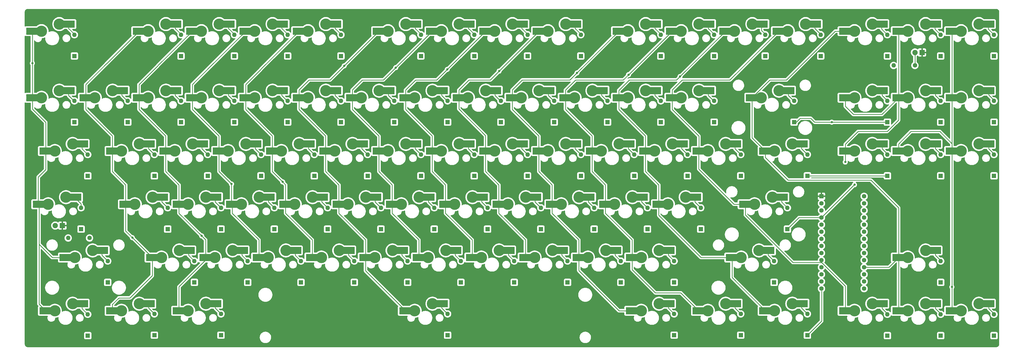
<source format=gbr>
%TF.GenerationSoftware,KiCad,Pcbnew,(6.0.1)*%
%TF.CreationDate,2022-02-19T02:25:24-05:00*%
%TF.ProjectId,TKL,544b4c2e-6b69-4636-9164-5f7063625858,rev?*%
%TF.SameCoordinates,Original*%
%TF.FileFunction,Copper,L2,Bot*%
%TF.FilePolarity,Positive*%
%FSLAX46Y46*%
G04 Gerber Fmt 4.6, Leading zero omitted, Abs format (unit mm)*
G04 Created by KiCad (PCBNEW (6.0.1)) date 2022-02-19 02:25:24*
%MOMM*%
%LPD*%
G01*
G04 APERTURE LIST*
%TA.AperFunction,ComponentPad*%
%ADD10C,4.000000*%
%TD*%
%TA.AperFunction,ComponentPad*%
%ADD11C,0.800000*%
%TD*%
%TA.AperFunction,SMDPad,CuDef*%
%ADD12R,4.500000X2.500000*%
%TD*%
%TA.AperFunction,ComponentPad*%
%ADD13R,1.600000X1.600000*%
%TD*%
%TA.AperFunction,ComponentPad*%
%ADD14C,1.600000*%
%TD*%
%TA.AperFunction,ComponentPad*%
%ADD15R,1.905000X1.905000*%
%TD*%
%TA.AperFunction,ComponentPad*%
%ADD16C,1.905000*%
%TD*%
%TA.AperFunction,ComponentPad*%
%ADD17O,1.600000X1.600000*%
%TD*%
%TA.AperFunction,ViaPad*%
%ADD18C,0.800000*%
%TD*%
%TA.AperFunction,Conductor*%
%ADD19C,0.254000*%
%TD*%
G04 APERTURE END LIST*
D10*
%TO.P,MX80,1,COL*%
%TO.N,COL5*%
X171608750Y-199072500D03*
D11*
X166528750Y-198310500D03*
X166528750Y-199834500D03*
D12*
X168333750Y-199072500D03*
D11*
%TO.P,MX80,2,ROW*%
%TO.N,Net-(D80-Pad2)*%
X183038750Y-197294500D03*
D12*
X181260750Y-196532500D03*
D11*
X183038750Y-195770500D03*
D10*
X177958750Y-196532500D03*
%TD*%
%TO.P,MX33,2,ROW*%
%TO.N,Net-(D33-Pad2)*%
X49371250Y-139382500D03*
D11*
X54451250Y-138620500D03*
X54451250Y-140144500D03*
D12*
X52673250Y-139382500D03*
D11*
%TO.P,MX33,1,COL*%
%TO.N,COL0*%
X37941250Y-142684500D03*
X37941250Y-141160500D03*
D12*
X39746250Y-141922500D03*
D10*
X43021250Y-141922500D03*
%TD*%
D11*
%TO.P,MX59,2,ROW*%
%TO.N,Net-(D59-Pad2)*%
X254476250Y-159194500D03*
X254476250Y-157670500D03*
D10*
X249396250Y-158432500D03*
D12*
X252698250Y-158432500D03*
%TO.P,MX59,1,COL*%
%TO.N,COL10*%
X239771250Y-160972500D03*
D11*
X237966250Y-160210500D03*
D10*
X243046250Y-160972500D03*
D11*
X237966250Y-161734500D03*
%TD*%
%TO.P,MX81,2,ROW*%
%TO.N,Net-(D81-Pad2)*%
X264001250Y-197294500D03*
D12*
X262223250Y-196532500D03*
D10*
X258921250Y-196532500D03*
D11*
X264001250Y-195770500D03*
D12*
%TO.P,MX81,1,COL*%
%TO.N,COL9*%
X249296250Y-199072500D03*
D11*
X247491250Y-198310500D03*
X247491250Y-199834500D03*
D10*
X252571250Y-199072500D03*
%TD*%
D12*
%TO.P,MX68,2,ROW*%
%TO.N,Net-(D68-Pad2)*%
X147923250Y-177482500D03*
D11*
X149701250Y-176720500D03*
X149701250Y-178244500D03*
D10*
X144621250Y-177482500D03*
%TO.P,MX68,1,COL*%
%TO.N,COL4*%
X138271250Y-180022500D03*
D11*
X133191250Y-179260500D03*
X133191250Y-180784500D03*
D12*
X134996250Y-180022500D03*
%TD*%
D11*
%TO.P,MX31,2,ROW*%
%TO.N,Net-(D31-Pad2)*%
X340201250Y-119570500D03*
X340201250Y-121094500D03*
D12*
X338423250Y-120332500D03*
D10*
X335121250Y-120332500D03*
%TO.P,MX31,1,COL*%
%TO.N,COL14*%
X328771250Y-122872500D03*
D11*
X323691250Y-123634500D03*
X323691250Y-122110500D03*
D12*
X325496250Y-122872500D03*
%TD*%
D11*
%TO.P,MX71,2,ROW*%
%TO.N,Net-(D71-Pad2)*%
X206851250Y-178244500D03*
D10*
X201771250Y-177482500D03*
D12*
X205073250Y-177482500D03*
D11*
X206851250Y-176720500D03*
%TO.P,MX71,1,COL*%
%TO.N,COL7*%
X190341250Y-180784500D03*
X190341250Y-179260500D03*
D10*
X195421250Y-180022500D03*
D12*
X192146250Y-180022500D03*
%TD*%
D11*
%TO.P,MX11,2,ROW*%
%TO.N,Net-(D11-Pad2)*%
X278288750Y-95758000D03*
D12*
X276510750Y-96520000D03*
D11*
X278288750Y-97282000D03*
D10*
X273208750Y-96520000D03*
D11*
%TO.P,MX11,1,COL*%
%TO.N,COL10*%
X261778750Y-99822000D03*
D10*
X266858750Y-99060000D03*
D12*
X263583750Y-99060000D03*
D11*
X261778750Y-98298000D03*
%TD*%
D12*
%TO.P,MX76,2,ROW*%
%TO.N,Net-(D76-Pad2)*%
X376523250Y-139382500D03*
D11*
X378301250Y-140144500D03*
X378301250Y-138620500D03*
D10*
X373221250Y-139382500D03*
%TO.P,MX76,1,COL*%
%TO.N,COL15*%
X366871250Y-141922500D03*
D12*
X363596250Y-141922500D03*
D11*
X361791250Y-142684500D03*
X361791250Y-141160500D03*
%TD*%
D10*
%TO.P,MX6,2,ROW*%
%TO.N,Net-(D6-Pad2)*%
X168433750Y-96520000D03*
D11*
X173513750Y-97282000D03*
X173513750Y-95758000D03*
D12*
X171735750Y-96520000D03*
D10*
%TO.P,MX6,1,COL*%
%TO.N,COL5*%
X162083750Y-99060000D03*
D12*
X158808750Y-99060000D03*
D11*
X157003750Y-98298000D03*
X157003750Y-99822000D03*
%TD*%
%TO.P,MX61,2,ROW*%
%TO.N,Net-(D61-Pad2)*%
X304482500Y-159194500D03*
D12*
X302704500Y-158432500D03*
D11*
X304482500Y-157670500D03*
D10*
X299402500Y-158432500D03*
D11*
%TO.P,MX61,1,COL*%
%TO.N,COL12*%
X287972500Y-160210500D03*
D10*
X293052500Y-160972500D03*
D12*
X289777500Y-160972500D03*
D11*
X287972500Y-161734500D03*
%TD*%
D12*
%TO.P,MX37,2,ROW*%
%TO.N,Net-(D37-Pad2)*%
X133635750Y-139382500D03*
D10*
X130333750Y-139382500D03*
D11*
X135413750Y-138620500D03*
X135413750Y-140144500D03*
%TO.P,MX37,1,COL*%
%TO.N,COL4*%
X118903750Y-142684500D03*
D10*
X123983750Y-141922500D03*
D12*
X120708750Y-141922500D03*
D11*
X118903750Y-141160500D03*
%TD*%
%TO.P,MX66,2,ROW*%
%TO.N,Net-(D66-Pad2)*%
X111601250Y-176720500D03*
D10*
X106521250Y-177482500D03*
D11*
X111601250Y-178244500D03*
D12*
X109823250Y-177482500D03*
D11*
%TO.P,MX66,1,COL*%
%TO.N,COL2*%
X95091250Y-180784500D03*
D10*
X100171250Y-180022500D03*
D11*
X95091250Y-179260500D03*
D12*
X96896250Y-180022500D03*
%TD*%
D11*
%TO.P,MX72,2,ROW*%
%TO.N,Net-(D72-Pad2)*%
X225901250Y-178244500D03*
X225901250Y-176720500D03*
D10*
X220821250Y-177482500D03*
D12*
X224123250Y-177482500D03*
D10*
%TO.P,MX72,1,COL*%
%TO.N,COL8*%
X214471250Y-180022500D03*
D11*
X209391250Y-180784500D03*
D12*
X211196250Y-180022500D03*
D11*
X209391250Y-179260500D03*
%TD*%
D10*
%TO.P,MX79,2,ROW*%
%TO.N,Net-(D79-Pad2)*%
X96996250Y-196532500D03*
D12*
X100298250Y-196532500D03*
D11*
X102076250Y-195770500D03*
X102076250Y-197294500D03*
%TO.P,MX79,1,COL*%
%TO.N,COL2*%
X85566250Y-199834500D03*
X85566250Y-198310500D03*
D12*
X87371250Y-199072500D03*
D10*
X90646250Y-199072500D03*
%TD*%
D11*
%TO.P,MX26,2,ROW*%
%TO.N,Net-(D26-Pad2)*%
X221138750Y-119570500D03*
D10*
X216058750Y-120332500D03*
D12*
X219360750Y-120332500D03*
D11*
X221138750Y-121094500D03*
D12*
%TO.P,MX26,1,COL*%
%TO.N,COL9*%
X206433750Y-122872500D03*
D11*
X204628750Y-122110500D03*
D10*
X209708750Y-122872500D03*
D11*
X204628750Y-123634500D03*
%TD*%
D12*
%TO.P,MX22,2,ROW*%
%TO.N,Net-(D22-Pad2)*%
X143160750Y-120332500D03*
D10*
X139858750Y-120332500D03*
D11*
X144938750Y-119570500D03*
X144938750Y-121094500D03*
D10*
%TO.P,MX22,1,COL*%
%TO.N,COL5*%
X133508750Y-122872500D03*
D11*
X128428750Y-123634500D03*
X128428750Y-122110500D03*
D12*
X130233750Y-122872500D03*
%TD*%
%TO.P,MX64,2,ROW*%
%TO.N,Net-(D64-Pad2)*%
X59817000Y-177482500D03*
D11*
X61595000Y-178244500D03*
X61595000Y-176720500D03*
D10*
X56515000Y-177482500D03*
D11*
%TO.P,MX64,1,COL*%
%TO.N,COL0*%
X45085000Y-179260500D03*
X45085000Y-180784500D03*
D12*
X46890000Y-180022500D03*
D10*
X50165000Y-180022500D03*
%TD*%
D11*
%TO.P,MX28,2,ROW*%
%TO.N,Net-(D28-Pad2)*%
X259238750Y-119570500D03*
D12*
X257460750Y-120332500D03*
D11*
X259238750Y-121094500D03*
D10*
X254158750Y-120332500D03*
D12*
%TO.P,MX28,1,COL*%
%TO.N,COL11*%
X244533750Y-122872500D03*
D11*
X242728750Y-123634500D03*
X242728750Y-122110500D03*
D10*
X247808750Y-122872500D03*
%TD*%
D11*
%TO.P,MX27,2,ROW*%
%TO.N,Net-(D27-Pad2)*%
X240188750Y-119570500D03*
X240188750Y-121094500D03*
D12*
X238410750Y-120332500D03*
D10*
X235108750Y-120332500D03*
D12*
%TO.P,MX27,1,COL*%
%TO.N,COL10*%
X225483750Y-122872500D03*
D11*
X223678750Y-122110500D03*
X223678750Y-123634500D03*
D10*
X228758750Y-122872500D03*
%TD*%
D11*
%TO.P,MX29,2,ROW*%
%TO.N,Net-(D29-Pad2)*%
X278288750Y-121094500D03*
D10*
X273208750Y-120332500D03*
D12*
X276510750Y-120332500D03*
D11*
X278288750Y-119570500D03*
D10*
%TO.P,MX29,1,COL*%
%TO.N,COL12*%
X266858750Y-122872500D03*
D11*
X261778750Y-123634500D03*
D12*
X263583750Y-122872500D03*
D11*
X261778750Y-122110500D03*
%TD*%
%TO.P,MX65,2,ROW*%
%TO.N,Net-(D65-Pad2)*%
X92551250Y-176720500D03*
D12*
X90773250Y-177482500D03*
D11*
X92551250Y-178244500D03*
D10*
X87471250Y-177482500D03*
D12*
%TO.P,MX65,1,COL*%
%TO.N,COL1*%
X77846250Y-180022500D03*
D11*
X76041250Y-180784500D03*
X76041250Y-179260500D03*
D10*
X81121250Y-180022500D03*
%TD*%
D11*
%TO.P,MX54,2,ROW*%
%TO.N,Net-(D54-Pad2)*%
X159226250Y-159194500D03*
X159226250Y-157670500D03*
D12*
X157448250Y-158432500D03*
D10*
X154146250Y-158432500D03*
D12*
%TO.P,MX54,1,COL*%
%TO.N,COL5*%
X144521250Y-160972500D03*
D11*
X142716250Y-161734500D03*
D10*
X147796250Y-160972500D03*
D11*
X142716250Y-160210500D03*
%TD*%
D10*
%TO.P,MX42,2,ROW*%
%TO.N,Net-(D42-Pad2)*%
X225583750Y-139382500D03*
D11*
X230663750Y-138620500D03*
X230663750Y-140144500D03*
D12*
X228885750Y-139382500D03*
D11*
%TO.P,MX42,1,COL*%
%TO.N,COL9*%
X214153750Y-141160500D03*
D12*
X215958750Y-141922500D03*
D11*
X214153750Y-142684500D03*
D10*
X219233750Y-141922500D03*
%TD*%
%TO.P,MX16,2,ROW*%
%TO.N,Net-(D16-Pad2)*%
X373221250Y-96520000D03*
D11*
X378301250Y-95758000D03*
D12*
X376523250Y-96520000D03*
D11*
X378301250Y-97282000D03*
%TO.P,MX16,1,COL*%
%TO.N,COL15*%
X361791250Y-99822000D03*
X361791250Y-98298000D03*
D10*
X366871250Y-99060000D03*
D12*
X363596250Y-99060000D03*
%TD*%
D11*
%TO.P,MX5,2,ROW*%
%TO.N,Net-(D5-Pad2)*%
X144938750Y-95758000D03*
X144938750Y-97282000D03*
D12*
X143160750Y-96520000D03*
D10*
X139858750Y-96520000D03*
D11*
%TO.P,MX5,1,COL*%
%TO.N,COL4*%
X128428750Y-99822000D03*
D12*
X130233750Y-99060000D03*
D11*
X128428750Y-98298000D03*
D10*
X133508750Y-99060000D03*
%TD*%
D11*
%TO.P,MX24,2,ROW*%
%TO.N,Net-(D24-Pad2)*%
X183038750Y-119570500D03*
X183038750Y-121094500D03*
D10*
X177958750Y-120332500D03*
D12*
X181260750Y-120332500D03*
D11*
%TO.P,MX24,1,COL*%
%TO.N,COL7*%
X166528750Y-122110500D03*
D10*
X171608750Y-122872500D03*
D11*
X166528750Y-123634500D03*
D12*
X168333750Y-122872500D03*
%TD*%
D10*
%TO.P,MX56,2,ROW*%
%TO.N,Net-(D56-Pad2)*%
X192246250Y-158432500D03*
D11*
X197326250Y-159194500D03*
X197326250Y-157670500D03*
D12*
X195548250Y-158432500D03*
D10*
%TO.P,MX56,1,COL*%
%TO.N,COL7*%
X185896250Y-160972500D03*
D11*
X180816250Y-161734500D03*
D12*
X182621250Y-160972500D03*
D11*
X180816250Y-160210500D03*
%TD*%
D12*
%TO.P,MX12,2,ROW*%
%TO.N,Net-(D12-Pad2)*%
X295560750Y-96520000D03*
D11*
X297338750Y-95758000D03*
X297338750Y-97282000D03*
D10*
X292258750Y-96520000D03*
D11*
%TO.P,MX12,1,COL*%
%TO.N,COL11*%
X280828750Y-98298000D03*
D12*
X282633750Y-99060000D03*
D11*
X280828750Y-99822000D03*
D10*
X285908750Y-99060000D03*
%TD*%
D12*
%TO.P,MX30,2,ROW*%
%TO.N,Net-(D30-Pad2)*%
X305085750Y-120332500D03*
D10*
X301783750Y-120332500D03*
D11*
X306863750Y-121094500D03*
X306863750Y-119570500D03*
%TO.P,MX30,1,COL*%
%TO.N,COL13*%
X290353750Y-123634500D03*
D10*
X295433750Y-122872500D03*
D12*
X292158750Y-122872500D03*
D11*
X290353750Y-122110500D03*
%TD*%
%TO.P,MX55,2,ROW*%
%TO.N,Net-(D55-Pad2)*%
X178276250Y-159194500D03*
D12*
X176498250Y-158432500D03*
D10*
X173196250Y-158432500D03*
D11*
X178276250Y-157670500D03*
%TO.P,MX55,1,COL*%
%TO.N,COL6*%
X161766250Y-161734500D03*
D10*
X166846250Y-160972500D03*
D11*
X161766250Y-160210500D03*
D12*
X163571250Y-160972500D03*
%TD*%
D11*
%TO.P,MX73,2,ROW*%
%TO.N,Net-(D73-Pad2)*%
X244951250Y-178244500D03*
X244951250Y-176720500D03*
D10*
X239871250Y-177482500D03*
D12*
X243173250Y-177482500D03*
D11*
%TO.P,MX73,1,COL*%
%TO.N,COL9*%
X228441250Y-180784500D03*
D12*
X230246250Y-180022500D03*
D10*
X233521250Y-180022500D03*
D11*
X228441250Y-179260500D03*
%TD*%
%TO.P,MX48,2,ROW*%
%TO.N,Net-(D48-Pad2)*%
X359251250Y-140144500D03*
D10*
X354171250Y-139382500D03*
D11*
X359251250Y-138620500D03*
D12*
X357473250Y-139382500D03*
%TO.P,MX48,1,COL*%
%TO.N,COL15*%
X344546250Y-141922500D03*
D10*
X347821250Y-141922500D03*
D11*
X342741250Y-142684500D03*
X342741250Y-141160500D03*
%TD*%
D10*
%TO.P,MX14,2,ROW*%
%TO.N,Net-(D14-Pad2)*%
X335121250Y-96520000D03*
D11*
X340201250Y-97282000D03*
X340201250Y-95758000D03*
D12*
X338423250Y-96520000D03*
D11*
%TO.P,MX14,1,COL*%
%TO.N,COL13*%
X323691250Y-99822000D03*
D12*
X325496250Y-99060000D03*
D11*
X323691250Y-98298000D03*
D10*
X328771250Y-99060000D03*
%TD*%
D12*
%TO.P,MX34,2,ROW*%
%TO.N,Net-(D34-Pad2)*%
X76485750Y-139382500D03*
D11*
X78263750Y-140144500D03*
D10*
X73183750Y-139382500D03*
D11*
X78263750Y-138620500D03*
%TO.P,MX34,1,COL*%
%TO.N,COL1*%
X61753750Y-141160500D03*
D10*
X66833750Y-141922500D03*
D12*
X63558750Y-141922500D03*
D11*
X61753750Y-142684500D03*
%TD*%
%TO.P,MX20,2,ROW*%
%TO.N,Net-(D20-Pad2)*%
X106838750Y-121094500D03*
D10*
X101758750Y-120332500D03*
D11*
X106838750Y-119570500D03*
D12*
X105060750Y-120332500D03*
D11*
%TO.P,MX20,1,COL*%
%TO.N,COL3*%
X90328750Y-123634500D03*
D10*
X95408750Y-122872500D03*
D11*
X90328750Y-122110500D03*
D12*
X92133750Y-122872500D03*
%TD*%
D11*
%TO.P,MX43,2,ROW*%
%TO.N,Net-(D43-Pad2)*%
X249713750Y-138620500D03*
X249713750Y-140144500D03*
D12*
X247935750Y-139382500D03*
D10*
X244633750Y-139382500D03*
%TO.P,MX43,1,COL*%
%TO.N,COL10*%
X238283750Y-141922500D03*
D11*
X233203750Y-142684500D03*
D12*
X235008750Y-141922500D03*
D11*
X233203750Y-141160500D03*
%TD*%
D10*
%TO.P,MX67,2,ROW*%
%TO.N,Net-(D67-Pad2)*%
X125571250Y-177482500D03*
D12*
X128873250Y-177482500D03*
D11*
X130651250Y-178244500D03*
X130651250Y-176720500D03*
%TO.P,MX67,1,COL*%
%TO.N,COL3*%
X114141250Y-179260500D03*
D12*
X115946250Y-180022500D03*
D11*
X114141250Y-180784500D03*
D10*
X119221250Y-180022500D03*
%TD*%
D11*
%TO.P,MX70,2,ROW*%
%TO.N,Net-(D70-Pad2)*%
X187801250Y-178244500D03*
D12*
X186023250Y-177482500D03*
D11*
X187801250Y-176720500D03*
D10*
X182721250Y-177482500D03*
D12*
%TO.P,MX70,1,COL*%
%TO.N,COL6*%
X173096250Y-180022500D03*
D11*
X171291250Y-180784500D03*
X171291250Y-179260500D03*
D10*
X176371250Y-180022500D03*
%TD*%
D11*
%TO.P,MX9,2,ROW*%
%TO.N,Net-(D9-Pad2)*%
X230663750Y-97282000D03*
D12*
X228885750Y-96520000D03*
D10*
X225583750Y-96520000D03*
D11*
X230663750Y-95758000D03*
D12*
%TO.P,MX9,1,COL*%
%TO.N,COL8*%
X215958750Y-99060000D03*
D11*
X214153750Y-99822000D03*
D10*
X219233750Y-99060000D03*
D11*
X214153750Y-98298000D03*
%TD*%
%TO.P,MX45,2,ROW*%
%TO.N,Net-(D45-Pad2)*%
X287813750Y-140144500D03*
D10*
X282733750Y-139382500D03*
D12*
X286035750Y-139382500D03*
D11*
X287813750Y-138620500D03*
D10*
%TO.P,MX45,1,COL*%
%TO.N,COL12*%
X276383750Y-141922500D03*
D11*
X271303750Y-141160500D03*
D12*
X273108750Y-141922500D03*
D11*
X271303750Y-142684500D03*
%TD*%
%TO.P,MX32,2,ROW*%
%TO.N,Net-(D32-Pad2)*%
X378301250Y-121094500D03*
X378301250Y-119570500D03*
D10*
X373221250Y-120332500D03*
D12*
X376523250Y-120332500D03*
D11*
%TO.P,MX32,1,COL*%
%TO.N,COL15*%
X361791250Y-123634500D03*
X361791250Y-122110500D03*
D12*
X363596250Y-122872500D03*
D10*
X366871250Y-122872500D03*
%TD*%
D11*
%TO.P,MX39,2,ROW*%
%TO.N,Net-(D39-Pad2)*%
X173513750Y-138620500D03*
D10*
X168433750Y-139382500D03*
D12*
X171735750Y-139382500D03*
D11*
X173513750Y-140144500D03*
D12*
%TO.P,MX39,1,COL*%
%TO.N,COL6*%
X158808750Y-141922500D03*
D10*
X162083750Y-141922500D03*
D11*
X157003750Y-141160500D03*
X157003750Y-142684500D03*
%TD*%
D12*
%TO.P,MX3,2,ROW*%
%TO.N,Net-(D3-Pad2)*%
X105060750Y-96520000D03*
D10*
X101758750Y-96520000D03*
D11*
X106838750Y-97282000D03*
X106838750Y-95758000D03*
%TO.P,MX3,1,COL*%
%TO.N,COL2*%
X90328750Y-99822000D03*
D12*
X92133750Y-99060000D03*
D11*
X90328750Y-98298000D03*
D10*
X95408750Y-99060000D03*
%TD*%
D11*
%TO.P,MX41,2,ROW*%
%TO.N,Net-(D41-Pad2)*%
X211613750Y-140144500D03*
D12*
X209835750Y-139382500D03*
D11*
X211613750Y-138620500D03*
D10*
X206533750Y-139382500D03*
D11*
%TO.P,MX41,1,COL*%
%TO.N,COL8*%
X195103750Y-142684500D03*
D12*
X196908750Y-141922500D03*
D10*
X200183750Y-141922500D03*
D11*
X195103750Y-141160500D03*
%TD*%
%TO.P,MX50,2,ROW*%
%TO.N,Net-(D50-Pad2)*%
X83026250Y-159194500D03*
D12*
X81248250Y-158432500D03*
D11*
X83026250Y-157670500D03*
D10*
X77946250Y-158432500D03*
D11*
%TO.P,MX50,1,COL*%
%TO.N,COL1*%
X66516250Y-160210500D03*
D10*
X71596250Y-160972500D03*
D12*
X68321250Y-160972500D03*
D11*
X66516250Y-161734500D03*
%TD*%
%TO.P,MX2,2,ROW*%
%TO.N,Net-(D2-Pad2)*%
X87788750Y-97282000D03*
D10*
X82708750Y-96520000D03*
D11*
X87788750Y-95758000D03*
D12*
X86010750Y-96520000D03*
D10*
%TO.P,MX2,1,COL*%
%TO.N,COL1*%
X76358750Y-99060000D03*
D11*
X71278750Y-99822000D03*
X71278750Y-98298000D03*
D12*
X73083750Y-99060000D03*
%TD*%
%TO.P,MX46,2,ROW*%
%TO.N,Net-(D46-Pad2)*%
X309848250Y-139382500D03*
D11*
X311626250Y-140144500D03*
X311626250Y-138620500D03*
D10*
X306546250Y-139382500D03*
%TO.P,MX46,1,COL*%
%TO.N,COL13*%
X300196250Y-141922500D03*
D12*
X296921250Y-141922500D03*
D11*
X295116250Y-142684500D03*
X295116250Y-141160500D03*
%TD*%
D13*
%TO.P,U1,1,GND*%
%TO.N,GND*%
X316960250Y-158115000D03*
D14*
%TO.P,U1,2,0_RX1_Touch*%
%TO.N,COL7*%
X316960250Y-160655000D03*
%TO.P,U1,3,1_TX1_Touch*%
%TO.N,COL8*%
X316960250Y-163195000D03*
%TO.P,U1,4,2*%
%TO.N,ROW3*%
X316960250Y-165735000D03*
%TO.P,U1,5,3_TX_PWM*%
%TO.N,COL9*%
X316960250Y-168275000D03*
%TO.P,U1,6,4_RX_PWM*%
%TO.N,COL10*%
X316960250Y-170815000D03*
%TO.P,U1,7,5_TX1_PWM*%
%TO.N,COL11*%
X316960250Y-173355000D03*
%TO.P,U1,8,6_PWM*%
%TO.N,COL4*%
X316960250Y-175895000D03*
%TO.P,U1,9,7_RX3_DOUT*%
%TO.N,COL3*%
X316960250Y-178435000D03*
%TO.P,U1,10,8_TX3_DIN*%
%TO.N,COL12*%
X316960250Y-180975000D03*
%TO.P,U1,11,9_RX2_CS_PWM*%
%TO.N,COL2*%
X316960250Y-183515000D03*
%TO.P,U1,12,10_TX2_CS_PWM*%
%TO.N,COL1*%
X316960250Y-186055000D03*
%TO.P,U1,13,11_DOUT*%
%TO.N,LED0*%
X316960250Y-188595000D03*
%TO.P,U1,14,12_DIN*%
%TO.N,ROW5*%
X316960250Y-191135000D03*
%TO.P,U1,20,13_LED_SCK*%
%TO.N,ROW4*%
X332200250Y-191135000D03*
%TO.P,U1,21,14_A0_SCK*%
%TO.N,COL15*%
X332200250Y-188595000D03*
%TO.P,U1,22,15_A1_CS_Touch*%
%TO.N,ROW2*%
X332200250Y-186055000D03*
%TO.P,U1,23,16_A2_SCL0_Touch*%
%TO.N,COL13*%
X332200250Y-183515000D03*
%TO.P,U1,24,17_A3_SDA0_Touch*%
%TO.N,COL6*%
X332200250Y-180975000D03*
%TO.P,U1,25,18_A4_SDA0_Touch*%
%TO.N,COL5*%
X332200250Y-178435000D03*
%TO.P,U1,26,19_A5_SCL0_Touch*%
%TO.N,COL0*%
X332200250Y-175895000D03*
%TO.P,U1,27,20_A6_CS_PWM*%
%TO.N,ROW0*%
X332200250Y-173355000D03*
%TO.P,U1,28,21_A7_RX1_CS_PWM*%
%TO.N,LED1*%
X332200250Y-170815000D03*
%TO.P,U1,29,22_A8_Touch_PWM*%
%TO.N,ROW1*%
X332200250Y-168275000D03*
%TO.P,U1,30,23_A9_Touch_PWM*%
%TO.N,COL14*%
X332200250Y-165735000D03*
%TO.P,U1,31,3.3V*%
%TO.N,unconnected-(U1-Pad31)*%
X332200250Y-163195000D03*
%TO.P,U1,32,AGND*%
%TO.N,unconnected-(U1-Pad32)*%
X332200250Y-160655000D03*
%TO.P,U1,33,Vin*%
%TO.N,unconnected-(U1-Pad33)*%
X332200250Y-158115000D03*
%TD*%
D10*
%TO.P,MX77,2,ROW*%
%TO.N,Net-(D77-Pad2)*%
X49371250Y-196532500D03*
D11*
X54451250Y-195770500D03*
D12*
X52673250Y-196532500D03*
D11*
X54451250Y-197294500D03*
D12*
%TO.P,MX77,1,COL*%
%TO.N,COL0*%
X39746250Y-199072500D03*
D11*
X37941250Y-198310500D03*
D10*
X43021250Y-199072500D03*
D11*
X37941250Y-199834500D03*
%TD*%
%TO.P,MX19,2,ROW*%
%TO.N,Net-(D19-Pad2)*%
X87788750Y-119570500D03*
D10*
X82708750Y-120332500D03*
D11*
X87788750Y-121094500D03*
D12*
X86010750Y-120332500D03*
%TO.P,MX19,1,COL*%
%TO.N,COL2*%
X73083750Y-122872500D03*
D11*
X71278750Y-123634500D03*
D10*
X76358750Y-122872500D03*
D11*
X71278750Y-122110500D03*
%TD*%
%TO.P,MX78,2,ROW*%
%TO.N,Net-(D78-Pad2)*%
X78263750Y-197294500D03*
D12*
X76485750Y-196532500D03*
D11*
X78263750Y-195770500D03*
D10*
X73183750Y-196532500D03*
D11*
%TO.P,MX78,1,COL*%
%TO.N,COL1*%
X61753750Y-199834500D03*
X61753750Y-198310500D03*
D10*
X66833750Y-199072500D03*
D12*
X63558750Y-199072500D03*
%TD*%
D15*
%TO.P,MX15,4,LEDGND*%
%TO.N,GND*%
X352901250Y-106680000D03*
D16*
%TO.P,MX15,3,LED*%
%TO.N,Net-(MX15-Pad3)*%
X350361250Y-106680000D03*
D12*
%TO.P,MX15,2,ROW*%
%TO.N,Net-(D15-Pad2)*%
X357473250Y-96520000D03*
D11*
X359251250Y-95758000D03*
X359251250Y-97282000D03*
D10*
X354171250Y-96520000D03*
D11*
%TO.P,MX15,1,COL*%
%TO.N,COL14*%
X342741250Y-98298000D03*
X342741250Y-99822000D03*
D12*
X344546250Y-99060000D03*
D10*
X347821250Y-99060000D03*
%TD*%
D12*
%TO.P,MX44,2,ROW*%
%TO.N,Net-(D44-Pad2)*%
X266985750Y-139382500D03*
D10*
X263683750Y-139382500D03*
D11*
X268763750Y-140144500D03*
X268763750Y-138620500D03*
%TO.P,MX44,1,COL*%
%TO.N,COL11*%
X252253750Y-141160500D03*
D12*
X254058750Y-141922500D03*
D11*
X252253750Y-142684500D03*
D10*
X257333750Y-141922500D03*
%TD*%
D11*
%TO.P,MX75,2,ROW*%
%TO.N,Net-(D75-Pad2)*%
X299720000Y-176720500D03*
D12*
X297942000Y-177482500D03*
D11*
X299720000Y-178244500D03*
D10*
X294640000Y-177482500D03*
D11*
%TO.P,MX75,1,COL*%
%TO.N,COL11*%
X283210000Y-180784500D03*
D10*
X288290000Y-180022500D03*
D12*
X285015000Y-180022500D03*
D11*
X283210000Y-179260500D03*
%TD*%
D12*
%TO.P,MX85,2,ROW*%
%TO.N,Net-(D85-Pad2)*%
X357473250Y-196532500D03*
D11*
X359251250Y-197294500D03*
D10*
X354171250Y-196532500D03*
D11*
X359251250Y-195770500D03*
%TO.P,MX85,1,COL*%
%TO.N,COL13*%
X342741250Y-198310500D03*
D10*
X347821250Y-199072500D03*
D11*
X342741250Y-199834500D03*
D12*
X344546250Y-199072500D03*
%TD*%
D10*
%TO.P,MX7,2,ROW*%
%TO.N,Net-(D7-Pad2)*%
X187483750Y-96520000D03*
D11*
X192563750Y-95758000D03*
D12*
X190785750Y-96520000D03*
D11*
X192563750Y-97282000D03*
%TO.P,MX7,1,COL*%
%TO.N,COL6*%
X176053750Y-99822000D03*
D12*
X177858750Y-99060000D03*
D11*
X176053750Y-98298000D03*
D10*
X181133750Y-99060000D03*
%TD*%
D12*
%TO.P,MX60,2,ROW*%
%TO.N,Net-(D60-Pad2)*%
X271748250Y-158432500D03*
D11*
X273526250Y-159194500D03*
D10*
X268446250Y-158432500D03*
D11*
X273526250Y-157670500D03*
D10*
%TO.P,MX60,1,COL*%
%TO.N,COL11*%
X262096250Y-160972500D03*
D12*
X258821250Y-160972500D03*
D11*
X257016250Y-161734500D03*
X257016250Y-160210500D03*
%TD*%
D10*
%TO.P,MX40,2,ROW*%
%TO.N,Net-(D40-Pad2)*%
X187483750Y-139382500D03*
D12*
X190785750Y-139382500D03*
D11*
X192563750Y-140144500D03*
X192563750Y-138620500D03*
%TO.P,MX40,1,COL*%
%TO.N,COL7*%
X176053750Y-141160500D03*
D12*
X177858750Y-141922500D03*
D11*
X176053750Y-142684500D03*
D10*
X181133750Y-141922500D03*
%TD*%
%TO.P,MX84,2,ROW*%
%TO.N,Net-(D84-Pad2)*%
X335121250Y-196532500D03*
D11*
X340201250Y-195770500D03*
D12*
X338423250Y-196532500D03*
D11*
X340201250Y-197294500D03*
%TO.P,MX84,1,COL*%
%TO.N,COL12*%
X323691250Y-198310500D03*
D10*
X328771250Y-199072500D03*
D11*
X323691250Y-199834500D03*
D12*
X325496250Y-199072500D03*
%TD*%
D11*
%TO.P,MX21,2,ROW*%
%TO.N,Net-(D21-Pad2)*%
X125888750Y-119570500D03*
D12*
X124110750Y-120332500D03*
D11*
X125888750Y-121094500D03*
D10*
X120808750Y-120332500D03*
D12*
%TO.P,MX21,1,COL*%
%TO.N,COL4*%
X111183750Y-122872500D03*
D11*
X109378750Y-122110500D03*
D10*
X114458750Y-122872500D03*
D11*
X109378750Y-123634500D03*
%TD*%
D15*
%TO.P,MX49,4,LEDGND*%
%TO.N,GND*%
X45720000Y-168592500D03*
D16*
%TO.P,MX49,3,LED*%
%TO.N,Net-(MX49-Pad3)*%
X43180000Y-168592500D03*
D10*
%TO.P,MX49,2,ROW*%
%TO.N,Net-(D49-Pad2)*%
X46990000Y-158432500D03*
D11*
X52070000Y-157670500D03*
D12*
X50292000Y-158432500D03*
D11*
X52070000Y-159194500D03*
D10*
%TO.P,MX49,1,COL*%
%TO.N,COL0*%
X40640000Y-160972500D03*
D12*
X37365000Y-160972500D03*
D11*
X35560000Y-160210500D03*
X35560000Y-161734500D03*
%TD*%
%TO.P,MX4,2,ROW*%
%TO.N,Net-(D4-Pad2)*%
X125888750Y-95758000D03*
D12*
X124110750Y-96520000D03*
D11*
X125888750Y-97282000D03*
D10*
X120808750Y-96520000D03*
D11*
%TO.P,MX4,1,COL*%
%TO.N,COL3*%
X109378750Y-98298000D03*
X109378750Y-99822000D03*
D10*
X114458750Y-99060000D03*
D12*
X111183750Y-99060000D03*
%TD*%
%TO.P,MX1,2,ROW*%
%TO.N,Net-(D1-Pad2)*%
X47910750Y-96520000D03*
D11*
X49688750Y-95758000D03*
X49688750Y-97282000D03*
D10*
X44608750Y-96520000D03*
D11*
%TO.P,MX1,1,COL*%
%TO.N,COL0*%
X33178750Y-99822000D03*
X33178750Y-98298000D03*
D10*
X38258750Y-99060000D03*
D12*
X34983750Y-99060000D03*
%TD*%
D10*
%TO.P,MX23,2,ROW*%
%TO.N,Net-(D23-Pad2)*%
X158908750Y-120332500D03*
D11*
X163988750Y-119570500D03*
X163988750Y-121094500D03*
D12*
X162210750Y-120332500D03*
%TO.P,MX23,1,COL*%
%TO.N,COL6*%
X149283750Y-122872500D03*
D11*
X147478750Y-122110500D03*
X147478750Y-123634500D03*
D10*
X152558750Y-122872500D03*
%TD*%
D11*
%TO.P,MX13,2,ROW*%
%TO.N,Net-(D13-Pad2)*%
X316388750Y-95758000D03*
X316388750Y-97282000D03*
D12*
X314610750Y-96520000D03*
D10*
X311308750Y-96520000D03*
D12*
%TO.P,MX13,1,COL*%
%TO.N,COL12*%
X301683750Y-99060000D03*
D10*
X304958750Y-99060000D03*
D11*
X299878750Y-99822000D03*
X299878750Y-98298000D03*
%TD*%
D10*
%TO.P,MX38,2,ROW*%
%TO.N,Net-(D38-Pad2)*%
X149383750Y-139382500D03*
D12*
X152685750Y-139382500D03*
D11*
X154463750Y-140144500D03*
X154463750Y-138620500D03*
D12*
%TO.P,MX38,1,COL*%
%TO.N,COL5*%
X139758750Y-141922500D03*
D11*
X137953750Y-142684500D03*
X137953750Y-141160500D03*
D10*
X143033750Y-141922500D03*
%TD*%
D11*
%TO.P,MX63,2,ROW*%
%TO.N,Net-(D63-Pad2)*%
X359251250Y-121094500D03*
D10*
X354171250Y-120332500D03*
D12*
X357473250Y-120332500D03*
D11*
X359251250Y-119570500D03*
%TO.P,MX63,1,COL*%
%TO.N,COL14*%
X342741250Y-122110500D03*
D10*
X347821250Y-122872500D03*
D12*
X344546250Y-122872500D03*
D11*
X342741250Y-123634500D03*
%TD*%
D12*
%TO.P,MX83,2,ROW*%
%TO.N,Net-(D83-Pad2)*%
X309848250Y-196532500D03*
D11*
X311626250Y-195770500D03*
X311626250Y-197294500D03*
D10*
X306546250Y-196532500D03*
D11*
%TO.P,MX83,1,COL*%
%TO.N,COL11*%
X295116250Y-199834500D03*
D12*
X296921250Y-199072500D03*
D11*
X295116250Y-198310500D03*
D10*
X300196250Y-199072500D03*
%TD*%
D11*
%TO.P,MX8,2,ROW*%
%TO.N,Net-(D8-Pad2)*%
X211613750Y-97282000D03*
D12*
X209835750Y-96520000D03*
D10*
X206533750Y-96520000D03*
D11*
X211613750Y-95758000D03*
%TO.P,MX8,1,COL*%
%TO.N,COL7*%
X195103750Y-99822000D03*
X195103750Y-98298000D03*
D12*
X196908750Y-99060000D03*
D10*
X200183750Y-99060000D03*
%TD*%
%TO.P,MX47,2,ROW*%
%TO.N,Net-(D47-Pad2)*%
X335121250Y-139382500D03*
D11*
X340201250Y-140144500D03*
D12*
X338423250Y-139382500D03*
D11*
X340201250Y-138620500D03*
%TO.P,MX47,1,COL*%
%TO.N,COL14*%
X323691250Y-142684500D03*
X323691250Y-141160500D03*
D10*
X328771250Y-141922500D03*
D12*
X325496250Y-141922500D03*
%TD*%
D11*
%TO.P,MX57,2,ROW*%
%TO.N,Net-(D57-Pad2)*%
X216376250Y-159194500D03*
D10*
X211296250Y-158432500D03*
D12*
X214598250Y-158432500D03*
D11*
X216376250Y-157670500D03*
%TO.P,MX57,1,COL*%
%TO.N,COL8*%
X199866250Y-160210500D03*
D12*
X201671250Y-160972500D03*
D11*
X199866250Y-161734500D03*
D10*
X204946250Y-160972500D03*
%TD*%
%TO.P,MX82,2,ROW*%
%TO.N,Net-(D82-Pad2)*%
X282733750Y-196532500D03*
D12*
X286035750Y-196532500D03*
D11*
X287813750Y-195770500D03*
X287813750Y-197294500D03*
%TO.P,MX82,1,COL*%
%TO.N,COL10*%
X271303750Y-199834500D03*
X271303750Y-198310500D03*
D10*
X276383750Y-199072500D03*
D12*
X273108750Y-199072500D03*
%TD*%
%TO.P,MX10,2,ROW*%
%TO.N,Net-(D10-Pad2)*%
X257460750Y-96520000D03*
D10*
X254158750Y-96520000D03*
D11*
X259238750Y-97282000D03*
X259238750Y-95758000D03*
%TO.P,MX10,1,COL*%
%TO.N,COL9*%
X242728750Y-98298000D03*
D10*
X247808750Y-99060000D03*
D12*
X244533750Y-99060000D03*
D11*
X242728750Y-99822000D03*
%TD*%
%TO.P,MX62,2,ROW*%
%TO.N,Net-(D62-Pad2)*%
X359251250Y-178244500D03*
D12*
X357473250Y-177482500D03*
D10*
X354171250Y-177482500D03*
D11*
X359251250Y-176720500D03*
%TO.P,MX62,1,COL*%
%TO.N,COL13*%
X342741250Y-180784500D03*
D10*
X347821250Y-180022500D03*
D12*
X344546250Y-180022500D03*
D11*
X342741250Y-179260500D03*
%TD*%
D10*
%TO.P,MX36,2,ROW*%
%TO.N,Net-(D36-Pad2)*%
X111283750Y-139382500D03*
D12*
X114585750Y-139382500D03*
D11*
X116363750Y-138620500D03*
X116363750Y-140144500D03*
%TO.P,MX36,1,COL*%
%TO.N,COL3*%
X99853750Y-141160500D03*
X99853750Y-142684500D03*
D12*
X101658750Y-141922500D03*
D10*
X104933750Y-141922500D03*
%TD*%
%TO.P,MX52,2,ROW*%
%TO.N,Net-(D52-Pad2)*%
X116046250Y-158432500D03*
D11*
X121126250Y-159194500D03*
X121126250Y-157670500D03*
D12*
X119348250Y-158432500D03*
D11*
%TO.P,MX52,1,COL*%
%TO.N,COL3*%
X104616250Y-160210500D03*
D12*
X106421250Y-160972500D03*
D11*
X104616250Y-161734500D03*
D10*
X109696250Y-160972500D03*
%TD*%
D11*
%TO.P,MX25,2,ROW*%
%TO.N,Net-(D25-Pad2)*%
X202088750Y-121094500D03*
X202088750Y-119570500D03*
D10*
X197008750Y-120332500D03*
D12*
X200310750Y-120332500D03*
D11*
%TO.P,MX25,1,COL*%
%TO.N,COL8*%
X185578750Y-122110500D03*
D10*
X190658750Y-122872500D03*
D12*
X187383750Y-122872500D03*
D11*
X185578750Y-123634500D03*
%TD*%
D12*
%TO.P,MX35,2,ROW*%
%TO.N,Net-(D35-Pad2)*%
X95535750Y-139382500D03*
D11*
X97313750Y-138620500D03*
X97313750Y-140144500D03*
D10*
X92233750Y-139382500D03*
D11*
%TO.P,MX35,1,COL*%
%TO.N,COL2*%
X80803750Y-142684500D03*
D12*
X82608750Y-141922500D03*
D11*
X80803750Y-141160500D03*
D10*
X85883750Y-141922500D03*
%TD*%
D11*
%TO.P,MX17,2,ROW*%
%TO.N,Net-(D17-Pad2)*%
X49688750Y-121094500D03*
X49688750Y-119570500D03*
D10*
X44608750Y-120332500D03*
D12*
X47910750Y-120332500D03*
D10*
%TO.P,MX17,1,COL*%
%TO.N,COL0*%
X38258750Y-122872500D03*
D12*
X34983750Y-122872500D03*
D11*
X33178750Y-122110500D03*
X33178750Y-123634500D03*
%TD*%
D10*
%TO.P,MX69,2,ROW*%
%TO.N,Net-(D69-Pad2)*%
X163671250Y-177482500D03*
D12*
X166973250Y-177482500D03*
D11*
X168751250Y-176720500D03*
X168751250Y-178244500D03*
%TO.P,MX69,1,COL*%
%TO.N,COL5*%
X152241250Y-180784500D03*
X152241250Y-179260500D03*
D12*
X154046250Y-180022500D03*
D10*
X157321250Y-180022500D03*
%TD*%
D11*
%TO.P,MX86,2,ROW*%
%TO.N,Net-(D86-Pad2)*%
X378301250Y-195770500D03*
X378301250Y-197294500D03*
D10*
X373221250Y-196532500D03*
D12*
X376523250Y-196532500D03*
%TO.P,MX86,1,COL*%
%TO.N,COL15*%
X363596250Y-199072500D03*
D11*
X361791250Y-199834500D03*
D10*
X366871250Y-199072500D03*
D11*
X361791250Y-198310500D03*
%TD*%
%TO.P,MX74,2,ROW*%
%TO.N,Net-(D74-Pad2)*%
X264001250Y-178244500D03*
X264001250Y-176720500D03*
D10*
X258921250Y-177482500D03*
D12*
X262223250Y-177482500D03*
D11*
%TO.P,MX74,1,COL*%
%TO.N,COL10*%
X247491250Y-179260500D03*
D12*
X249296250Y-180022500D03*
D10*
X252571250Y-180022500D03*
D11*
X247491250Y-180784500D03*
%TD*%
D12*
%TO.P,MX18,2,ROW*%
%TO.N,Net-(D18-Pad2)*%
X66960750Y-120332500D03*
D11*
X68738750Y-121094500D03*
X68738750Y-119570500D03*
D10*
X63658750Y-120332500D03*
%TO.P,MX18,1,COL*%
%TO.N,COL1*%
X57308750Y-122872500D03*
D11*
X52228750Y-123634500D03*
X52228750Y-122110500D03*
D12*
X54033750Y-122872500D03*
%TD*%
D10*
%TO.P,MX58,2,ROW*%
%TO.N,Net-(D58-Pad2)*%
X230346250Y-158432500D03*
D12*
X233648250Y-158432500D03*
D11*
X235426250Y-159194500D03*
X235426250Y-157670500D03*
%TO.P,MX58,1,COL*%
%TO.N,COL9*%
X218916250Y-160210500D03*
D12*
X220721250Y-160972500D03*
D10*
X223996250Y-160972500D03*
D11*
X218916250Y-161734500D03*
%TD*%
%TO.P,MX51,2,ROW*%
%TO.N,Net-(D51-Pad2)*%
X102076250Y-157670500D03*
D12*
X100298250Y-158432500D03*
D11*
X102076250Y-159194500D03*
D10*
X96996250Y-158432500D03*
D12*
%TO.P,MX51,1,COL*%
%TO.N,COL2*%
X87371250Y-160972500D03*
D11*
X85566250Y-161734500D03*
X85566250Y-160210500D03*
D10*
X90646250Y-160972500D03*
%TD*%
%TO.P,MX53,2,ROW*%
%TO.N,Net-(D53-Pad2)*%
X135096250Y-158432500D03*
D11*
X140176250Y-157670500D03*
X140176250Y-159194500D03*
D12*
X138398250Y-158432500D03*
D10*
%TO.P,MX53,1,COL*%
%TO.N,COL4*%
X128746250Y-160972500D03*
D12*
X125471250Y-160972500D03*
D11*
X123666250Y-160210500D03*
X123666250Y-161734500D03*
%TD*%
D13*
%TO.P,D39,1,K*%
%TO.N,ROW2*%
X173831250Y-150812500D03*
D17*
%TO.P,D39,2,A*%
%TO.N,Net-(D39-Pad2)*%
X173831250Y-143192500D03*
%TD*%
D13*
%TO.P,D36,1,K*%
%TO.N,ROW2*%
X116681250Y-150812500D03*
D17*
%TO.P,D36,2,A*%
%TO.N,Net-(D36-Pad2)*%
X116681250Y-143192500D03*
%TD*%
D13*
%TO.P,D24,1,K*%
%TO.N,ROW1*%
X183356250Y-131603750D03*
D17*
%TO.P,D24,2,A*%
%TO.N,Net-(D24-Pad2)*%
X183356250Y-123983750D03*
%TD*%
D13*
%TO.P,D73,1,K*%
%TO.N,ROW4*%
X245268750Y-188912500D03*
D17*
%TO.P,D73,2,A*%
%TO.N,Net-(D73-Pad2)*%
X245268750Y-181292500D03*
%TD*%
D13*
%TO.P,D41,1,K*%
%TO.N,ROW2*%
X211931250Y-150812500D03*
D17*
%TO.P,D41,2,A*%
%TO.N,Net-(D41-Pad2)*%
X211931250Y-143192500D03*
%TD*%
D13*
%TO.P,D7,1,K*%
%TO.N,ROW0*%
X192881250Y-107950000D03*
D17*
%TO.P,D7,2,A*%
%TO.N,Net-(D7-Pad2)*%
X192881250Y-100330000D03*
%TD*%
D13*
%TO.P,D28,1,K*%
%TO.N,ROW1*%
X259556250Y-131603750D03*
D17*
%TO.P,D28,2,A*%
%TO.N,Net-(D28-Pad2)*%
X259556250Y-123983750D03*
%TD*%
D13*
%TO.P,D57,1,K*%
%TO.N,ROW3*%
X216693750Y-169862500D03*
D17*
%TO.P,D57,2,A*%
%TO.N,Net-(D57-Pad2)*%
X216693750Y-162242500D03*
%TD*%
D13*
%TO.P,D21,1,K*%
%TO.N,ROW1*%
X126206250Y-131603750D03*
D17*
%TO.P,D21,2,A*%
%TO.N,Net-(D21-Pad2)*%
X126206250Y-123983750D03*
%TD*%
D13*
%TO.P,D75,1,K*%
%TO.N,ROW4*%
X300037500Y-188912500D03*
D17*
%TO.P,D75,2,A*%
%TO.N,Net-(D75-Pad2)*%
X300037500Y-181292500D03*
%TD*%
D13*
%TO.P,D72,1,K*%
%TO.N,ROW4*%
X226218750Y-188912500D03*
D17*
%TO.P,D72,2,A*%
%TO.N,Net-(D72-Pad2)*%
X226218750Y-181292500D03*
%TD*%
D13*
%TO.P,D37,1,K*%
%TO.N,ROW2*%
X135731250Y-150812500D03*
D17*
%TO.P,D37,2,A*%
%TO.N,Net-(D37-Pad2)*%
X135731250Y-143192500D03*
%TD*%
D13*
%TO.P,D60,1,K*%
%TO.N,ROW3*%
X273843750Y-169862500D03*
D17*
%TO.P,D60,2,A*%
%TO.N,Net-(D60-Pad2)*%
X273843750Y-162242500D03*
%TD*%
D13*
%TO.P,D27,1,K*%
%TO.N,ROW1*%
X240506250Y-131603750D03*
D17*
%TO.P,D27,2,A*%
%TO.N,Net-(D27-Pad2)*%
X240506250Y-123983750D03*
%TD*%
D13*
%TO.P,D77,1,K*%
%TO.N,ROW5*%
X54768750Y-207962500D03*
D17*
%TO.P,D77,2,A*%
%TO.N,Net-(D77-Pad2)*%
X54768750Y-200342500D03*
%TD*%
D13*
%TO.P,D5,1,K*%
%TO.N,ROW0*%
X145256250Y-107950000D03*
D17*
%TO.P,D5,2,A*%
%TO.N,Net-(D5-Pad2)*%
X145256250Y-100330000D03*
%TD*%
D13*
%TO.P,D46,1,K*%
%TO.N,ROW2*%
X311943750Y-150812500D03*
D17*
%TO.P,D46,2,A*%
%TO.N,Net-(D46-Pad2)*%
X311943750Y-143192500D03*
%TD*%
D13*
%TO.P,D86,1,K*%
%TO.N,ROW5*%
X378618750Y-207962500D03*
D17*
%TO.P,D86,2,A*%
%TO.N,Net-(D86-Pad2)*%
X378618750Y-200342500D03*
%TD*%
D13*
%TO.P,D64,1,K*%
%TO.N,ROW4*%
X61912500Y-188912500D03*
D17*
%TO.P,D64,2,A*%
%TO.N,Net-(D64-Pad2)*%
X61912500Y-181292500D03*
%TD*%
D13*
%TO.P,D44,1,K*%
%TO.N,ROW2*%
X269081250Y-150812500D03*
D17*
%TO.P,D44,2,A*%
%TO.N,Net-(D44-Pad2)*%
X269081250Y-143192500D03*
%TD*%
D13*
%TO.P,D59,1,K*%
%TO.N,ROW3*%
X254793750Y-169862500D03*
D17*
%TO.P,D59,2,A*%
%TO.N,Net-(D59-Pad2)*%
X254793750Y-162242500D03*
%TD*%
D13*
%TO.P,D1,1,K*%
%TO.N,ROW0*%
X50006250Y-107950000D03*
D17*
%TO.P,D1,2,A*%
%TO.N,Net-(D1-Pad2)*%
X50006250Y-100330000D03*
%TD*%
D13*
%TO.P,D30,1,K*%
%TO.N,ROW1*%
X307181250Y-131603750D03*
D17*
%TO.P,D30,2,A*%
%TO.N,Net-(D30-Pad2)*%
X307181250Y-123983750D03*
%TD*%
D13*
%TO.P,D61,1,K*%
%TO.N,ROW3*%
X304800000Y-169862500D03*
D17*
%TO.P,D61,2,A*%
%TO.N,Net-(D61-Pad2)*%
X304800000Y-162242500D03*
%TD*%
D13*
%TO.P,D19,1,K*%
%TO.N,ROW1*%
X88106250Y-131603750D03*
D17*
%TO.P,D19,2,A*%
%TO.N,Net-(D19-Pad2)*%
X88106250Y-123983750D03*
%TD*%
D13*
%TO.P,D25,1,K*%
%TO.N,ROW1*%
X202406250Y-131603750D03*
D17*
%TO.P,D25,2,A*%
%TO.N,Net-(D25-Pad2)*%
X202406250Y-123983750D03*
%TD*%
D13*
%TO.P,D3,1,K*%
%TO.N,ROW0*%
X107156250Y-107950000D03*
D17*
%TO.P,D3,2,A*%
%TO.N,Net-(D3-Pad2)*%
X107156250Y-100330000D03*
%TD*%
D13*
%TO.P,D49,1,K*%
%TO.N,ROW3*%
X52387500Y-169862500D03*
D17*
%TO.P,D49,2,A*%
%TO.N,Net-(D49-Pad2)*%
X52387500Y-162242500D03*
%TD*%
D13*
%TO.P,D81,1,K*%
%TO.N,ROW5*%
X264318750Y-207803750D03*
D17*
%TO.P,D81,2,A*%
%TO.N,Net-(D81-Pad2)*%
X264318750Y-200183750D03*
%TD*%
D13*
%TO.P,D14,1,K*%
%TO.N,ROW0*%
X340518750Y-107950000D03*
D17*
%TO.P,D14,2,A*%
%TO.N,Net-(D14-Pad2)*%
X340518750Y-100330000D03*
%TD*%
D13*
%TO.P,D63,1,K*%
%TO.N,ROW3*%
X359568750Y-131603750D03*
D17*
%TO.P,D63,2,A*%
%TO.N,Net-(D63-Pad2)*%
X359568750Y-123983750D03*
%TD*%
D13*
%TO.P,D78,1,K*%
%TO.N,ROW5*%
X78581250Y-207803750D03*
D17*
%TO.P,D78,2,A*%
%TO.N,Net-(D78-Pad2)*%
X78581250Y-200183750D03*
%TD*%
D13*
%TO.P,D9,1,K*%
%TO.N,ROW0*%
X230981250Y-107950000D03*
D17*
%TO.P,D9,2,A*%
%TO.N,Net-(D9-Pad2)*%
X230981250Y-100330000D03*
%TD*%
D13*
%TO.P,D79,1,K*%
%TO.N,ROW5*%
X102393750Y-207803750D03*
D17*
%TO.P,D79,2,A*%
%TO.N,Net-(D79-Pad2)*%
X102393750Y-200183750D03*
%TD*%
D13*
%TO.P,D12,1,K*%
%TO.N,ROW0*%
X296862500Y-107950000D03*
D17*
%TO.P,D12,2,A*%
%TO.N,Net-(D12-Pad2)*%
X296862500Y-100330000D03*
%TD*%
D13*
%TO.P,D43,1,K*%
%TO.N,ROW2*%
X250031250Y-150812500D03*
D17*
%TO.P,D43,2,A*%
%TO.N,Net-(D43-Pad2)*%
X250031250Y-143192500D03*
%TD*%
D13*
%TO.P,D82,1,K*%
%TO.N,ROW5*%
X288131250Y-207803750D03*
D17*
%TO.P,D82,2,A*%
%TO.N,Net-(D82-Pad2)*%
X288131250Y-200183750D03*
%TD*%
D13*
%TO.P,D48,1,K*%
%TO.N,ROW2*%
X359568750Y-150812500D03*
D17*
%TO.P,D48,2,A*%
%TO.N,Net-(D48-Pad2)*%
X359568750Y-143192500D03*
%TD*%
D13*
%TO.P,D53,1,K*%
%TO.N,ROW3*%
X140493750Y-169862500D03*
D17*
%TO.P,D53,2,A*%
%TO.N,Net-(D53-Pad2)*%
X140493750Y-162242500D03*
%TD*%
D13*
%TO.P,D40,1,K*%
%TO.N,ROW2*%
X192881250Y-150812500D03*
D17*
%TO.P,D40,2,A*%
%TO.N,Net-(D40-Pad2)*%
X192881250Y-143192500D03*
%TD*%
D13*
%TO.P,D31,1,K*%
%TO.N,ROW1*%
X340518750Y-131603750D03*
D17*
%TO.P,D31,2,A*%
%TO.N,Net-(D31-Pad2)*%
X340518750Y-123983750D03*
%TD*%
D13*
%TO.P,D35,1,K*%
%TO.N,ROW2*%
X97631250Y-150812500D03*
D17*
%TO.P,D35,2,A*%
%TO.N,Net-(D35-Pad2)*%
X97631250Y-143192500D03*
%TD*%
D13*
%TO.P,D45,1,K*%
%TO.N,ROW2*%
X288131250Y-150812500D03*
D17*
%TO.P,D45,2,A*%
%TO.N,Net-(D45-Pad2)*%
X288131250Y-143192500D03*
%TD*%
D13*
%TO.P,D68,1,K*%
%TO.N,ROW4*%
X150018750Y-188912500D03*
D17*
%TO.P,D68,2,A*%
%TO.N,Net-(D68-Pad2)*%
X150018750Y-181292500D03*
%TD*%
D13*
%TO.P,D29,1,K*%
%TO.N,ROW1*%
X278606250Y-131603750D03*
D17*
%TO.P,D29,2,A*%
%TO.N,Net-(D29-Pad2)*%
X278606250Y-123983750D03*
%TD*%
D13*
%TO.P,D54,1,K*%
%TO.N,ROW3*%
X159543750Y-169862500D03*
D17*
%TO.P,D54,2,A*%
%TO.N,Net-(D54-Pad2)*%
X159543750Y-162242500D03*
%TD*%
D13*
%TO.P,D65,1,K*%
%TO.N,ROW4*%
X92868750Y-188912500D03*
D17*
%TO.P,D65,2,A*%
%TO.N,Net-(D65-Pad2)*%
X92868750Y-181292500D03*
%TD*%
D13*
%TO.P,D33,1,K*%
%TO.N,ROW2*%
X54768750Y-150812500D03*
D17*
%TO.P,D33,2,A*%
%TO.N,Net-(D33-Pad2)*%
X54768750Y-143192500D03*
%TD*%
D13*
%TO.P,D51,1,K*%
%TO.N,ROW3*%
X102393750Y-169862500D03*
D17*
%TO.P,D51,2,A*%
%TO.N,Net-(D51-Pad2)*%
X102393750Y-162242500D03*
%TD*%
D13*
%TO.P,D70,1,K*%
%TO.N,ROW4*%
X188118750Y-188912500D03*
D17*
%TO.P,D70,2,A*%
%TO.N,Net-(D70-Pad2)*%
X188118750Y-181292500D03*
%TD*%
D13*
%TO.P,D11,1,K*%
%TO.N,ROW0*%
X278606250Y-107950000D03*
D17*
%TO.P,D11,2,A*%
%TO.N,Net-(D11-Pad2)*%
X278606250Y-100330000D03*
%TD*%
D13*
%TO.P,D6,1,K*%
%TO.N,ROW0*%
X173831250Y-107950000D03*
D17*
%TO.P,D6,2,A*%
%TO.N,Net-(D6-Pad2)*%
X173831250Y-100330000D03*
%TD*%
D13*
%TO.P,D69,1,K*%
%TO.N,ROW4*%
X169068750Y-188912500D03*
D17*
%TO.P,D69,2,A*%
%TO.N,Net-(D69-Pad2)*%
X169068750Y-181292500D03*
%TD*%
D13*
%TO.P,D52,1,K*%
%TO.N,ROW3*%
X121443750Y-169862500D03*
D17*
%TO.P,D52,2,A*%
%TO.N,Net-(D52-Pad2)*%
X121443750Y-162242500D03*
%TD*%
D13*
%TO.P,D67,1,K*%
%TO.N,ROW4*%
X130968750Y-188912500D03*
D17*
%TO.P,D67,2,A*%
%TO.N,Net-(D67-Pad2)*%
X130968750Y-181292500D03*
%TD*%
D13*
%TO.P,D32,1,K*%
%TO.N,ROW1*%
X378618750Y-131603750D03*
D17*
%TO.P,D32,2,A*%
%TO.N,Net-(D32-Pad2)*%
X378618750Y-123983750D03*
%TD*%
D13*
%TO.P,D18,1,K*%
%TO.N,ROW1*%
X69056250Y-131603750D03*
D17*
%TO.P,D18,2,A*%
%TO.N,Net-(D18-Pad2)*%
X69056250Y-123983750D03*
%TD*%
D13*
%TO.P,D34,1,K*%
%TO.N,ROW2*%
X78581250Y-150812500D03*
D17*
%TO.P,D34,2,A*%
%TO.N,Net-(D34-Pad2)*%
X78581250Y-143192500D03*
%TD*%
D13*
%TO.P,D47,1,K*%
%TO.N,ROW2*%
X340518750Y-150812500D03*
D17*
%TO.P,D47,2,A*%
%TO.N,Net-(D47-Pad2)*%
X340518750Y-143192500D03*
%TD*%
D13*
%TO.P,D62,1,K*%
%TO.N,ROW3*%
X359568750Y-188912500D03*
D17*
%TO.P,D62,2,A*%
%TO.N,Net-(D62-Pad2)*%
X359568750Y-181292500D03*
%TD*%
D13*
%TO.P,D16,1,K*%
%TO.N,ROW0*%
X378618750Y-107950000D03*
D17*
%TO.P,D16,2,A*%
%TO.N,Net-(D16-Pad2)*%
X378618750Y-100330000D03*
%TD*%
D13*
%TO.P,D85,1,K*%
%TO.N,ROW5*%
X359568750Y-207962500D03*
D17*
%TO.P,D85,2,A*%
%TO.N,Net-(D85-Pad2)*%
X359568750Y-200342500D03*
%TD*%
D13*
%TO.P,D15,1,K*%
%TO.N,ROW0*%
X359568750Y-107950000D03*
D17*
%TO.P,D15,2,A*%
%TO.N,Net-(D15-Pad2)*%
X359568750Y-100330000D03*
%TD*%
D13*
%TO.P,D20,1,K*%
%TO.N,ROW1*%
X107156250Y-131603750D03*
D17*
%TO.P,D20,2,A*%
%TO.N,Net-(D20-Pad2)*%
X107156250Y-123983750D03*
%TD*%
D13*
%TO.P,D83,1,K*%
%TO.N,ROW5*%
X311943750Y-207803750D03*
D17*
%TO.P,D83,2,A*%
%TO.N,Net-(D83-Pad2)*%
X311943750Y-200183750D03*
%TD*%
D13*
%TO.P,D10,1,K*%
%TO.N,ROW0*%
X259556250Y-107950000D03*
D17*
%TO.P,D10,2,A*%
%TO.N,Net-(D10-Pad2)*%
X259556250Y-100330000D03*
%TD*%
D13*
%TO.P,D76,1,K*%
%TO.N,ROW4*%
X378618750Y-150812500D03*
D17*
%TO.P,D76,2,A*%
%TO.N,Net-(D76-Pad2)*%
X378618750Y-143192500D03*
%TD*%
D13*
%TO.P,D50,1,K*%
%TO.N,ROW3*%
X83343750Y-169862500D03*
D17*
%TO.P,D50,2,A*%
%TO.N,Net-(D50-Pad2)*%
X83343750Y-162242500D03*
%TD*%
D14*
%TO.P,R1,1*%
%TO.N,Net-(MX15-Pad3)*%
X350361250Y-111315500D03*
D17*
%TO.P,R1,2*%
%TO.N,LED1*%
X342741250Y-111315500D03*
%TD*%
D13*
%TO.P,D58,1,K*%
%TO.N,ROW3*%
X235743750Y-169862500D03*
D17*
%TO.P,D58,2,A*%
%TO.N,Net-(D58-Pad2)*%
X235743750Y-162242500D03*
%TD*%
D13*
%TO.P,D13,1,K*%
%TO.N,ROW0*%
X316706250Y-107950000D03*
D17*
%TO.P,D13,2,A*%
%TO.N,Net-(D13-Pad2)*%
X316706250Y-100330000D03*
%TD*%
D13*
%TO.P,D80,1,K*%
%TO.N,ROW5*%
X183356250Y-207803750D03*
D17*
%TO.P,D80,2,A*%
%TO.N,Net-(D80-Pad2)*%
X183356250Y-200183750D03*
%TD*%
D13*
%TO.P,D4,1,K*%
%TO.N,ROW0*%
X126206250Y-107950000D03*
D17*
%TO.P,D4,2,A*%
%TO.N,Net-(D4-Pad2)*%
X126206250Y-100330000D03*
%TD*%
D13*
%TO.P,D8,1,K*%
%TO.N,ROW0*%
X211931250Y-107950000D03*
D17*
%TO.P,D8,2,A*%
%TO.N,Net-(D8-Pad2)*%
X211931250Y-100330000D03*
%TD*%
D13*
%TO.P,D55,1,K*%
%TO.N,ROW3*%
X178593750Y-169862500D03*
D17*
%TO.P,D55,2,A*%
%TO.N,Net-(D55-Pad2)*%
X178593750Y-162242500D03*
%TD*%
D13*
%TO.P,D38,1,K*%
%TO.N,ROW2*%
X154781250Y-150812500D03*
D17*
%TO.P,D38,2,A*%
%TO.N,Net-(D38-Pad2)*%
X154781250Y-143192500D03*
%TD*%
D13*
%TO.P,D56,1,K*%
%TO.N,ROW3*%
X197643750Y-169862500D03*
D17*
%TO.P,D56,2,A*%
%TO.N,Net-(D56-Pad2)*%
X197643750Y-162242500D03*
%TD*%
D13*
%TO.P,D42,1,K*%
%TO.N,ROW2*%
X230981250Y-150812500D03*
D17*
%TO.P,D42,2,A*%
%TO.N,Net-(D42-Pad2)*%
X230981250Y-143192500D03*
%TD*%
D13*
%TO.P,D2,1,K*%
%TO.N,ROW0*%
X88106250Y-107950000D03*
D17*
%TO.P,D2,2,A*%
%TO.N,Net-(D2-Pad2)*%
X88106250Y-100330000D03*
%TD*%
D13*
%TO.P,D74,1,K*%
%TO.N,ROW4*%
X264318750Y-188912500D03*
D17*
%TO.P,D74,2,A*%
%TO.N,Net-(D74-Pad2)*%
X264318750Y-181292500D03*
%TD*%
D13*
%TO.P,D84,1,K*%
%TO.N,ROW5*%
X340518750Y-207962500D03*
D17*
%TO.P,D84,2,A*%
%TO.N,Net-(D84-Pad2)*%
X340518750Y-200342500D03*
%TD*%
D14*
%TO.P,R2,1*%
%TO.N,LED0*%
X55403750Y-173037500D03*
D17*
%TO.P,R2,2*%
%TO.N,Net-(MX49-Pad3)*%
X47783750Y-173037500D03*
%TD*%
D13*
%TO.P,D66,1,K*%
%TO.N,ROW4*%
X111918750Y-188912500D03*
D17*
%TO.P,D66,2,A*%
%TO.N,Net-(D66-Pad2)*%
X111918750Y-181292500D03*
%TD*%
D13*
%TO.P,D17,1,K*%
%TO.N,ROW1*%
X50006250Y-131603750D03*
D17*
%TO.P,D17,2,A*%
%TO.N,Net-(D17-Pad2)*%
X50006250Y-123983750D03*
%TD*%
D13*
%TO.P,D22,1,K*%
%TO.N,ROW1*%
X145256250Y-131603750D03*
D17*
%TO.P,D22,2,A*%
%TO.N,Net-(D22-Pad2)*%
X145256250Y-123983750D03*
%TD*%
D13*
%TO.P,D26,1,K*%
%TO.N,ROW1*%
X221456250Y-131603750D03*
D17*
%TO.P,D26,2,A*%
%TO.N,Net-(D26-Pad2)*%
X221456250Y-123983750D03*
%TD*%
D13*
%TO.P,D71,1,K*%
%TO.N,ROW4*%
X207168750Y-188912500D03*
D17*
%TO.P,D71,2,A*%
%TO.N,Net-(D71-Pad2)*%
X207168750Y-181292500D03*
%TD*%
D13*
%TO.P,D23,1,K*%
%TO.N,ROW1*%
X164306250Y-131603750D03*
D17*
%TO.P,D23,2,A*%
%TO.N,Net-(D23-Pad2)*%
X164306250Y-123983750D03*
%TD*%
D18*
%TO.N,ROW1*%
X320643250Y-131603750D03*
%TO.N,ROW3*%
X328771250Y-153987500D03*
%TO.N,COL0*%
X34983750Y-110517000D03*
%TO.N,COL1*%
X70707250Y-172910500D03*
%TO.N,COL2*%
X95472250Y-172275500D03*
%TO.N,COL3*%
X106140250Y-153733500D03*
%TO.N,COL4*%
X124428250Y-152971500D03*
%TO.N,COL5*%
X146412750Y-111456000D03*
%TO.N,COL6*%
X164827750Y-112091000D03*
%TO.N,COL7*%
X183242750Y-112726000D03*
%TO.N,COL8*%
X201771250Y-113347500D03*
%TO.N,COL9*%
X229597750Y-113996000D03*
%TO.N,COL10*%
X248012750Y-114631000D03*
%TO.N,COL11*%
X266427750Y-115266000D03*
%TO.N,COL14*%
X325469250Y-145859500D03*
%TO.N,COL15*%
X363569250Y-190567250D03*
%TO.N,GND*%
X115923750Y-95756250D03*
X59923750Y-158756250D03*
X220923750Y-200756250D03*
X325923750Y-116756250D03*
X33655000Y-102743000D03*
X108923750Y-186756250D03*
X213923750Y-137756250D03*
X59923750Y-116756250D03*
X101923750Y-186756250D03*
X339923750Y-165756250D03*
X45923750Y-151756250D03*
X255923750Y-158756250D03*
X353923750Y-116756250D03*
X199923750Y-193756250D03*
X318923750Y-95756250D03*
X339923750Y-179756250D03*
X45923750Y-193756250D03*
X52923750Y-116756250D03*
X311923750Y-102756250D03*
X199923750Y-186756250D03*
X206923750Y-200756250D03*
X199923750Y-165756250D03*
X276923750Y-172756250D03*
X178923750Y-95756250D03*
X45923750Y-130756250D03*
X94923750Y-186756250D03*
X262923750Y-186756250D03*
X45923750Y-116756250D03*
X227923750Y-193756250D03*
X339923750Y-193756250D03*
X262923750Y-95756250D03*
X346923750Y-172756250D03*
X178923750Y-137756250D03*
X339923750Y-172756250D03*
X150923750Y-95756250D03*
X73923750Y-95756250D03*
X122923750Y-200756250D03*
X311923750Y-179756250D03*
X199923750Y-95756250D03*
X101923750Y-193756250D03*
X38923750Y-186756250D03*
X52923750Y-172756250D03*
X38923750Y-193756250D03*
X164923750Y-116756250D03*
X80923750Y-144756250D03*
X255923750Y-186756250D03*
X311923750Y-123756250D03*
X171923750Y-186756250D03*
X129923750Y-186756250D03*
X164923750Y-95756250D03*
X192923750Y-200756250D03*
X52923750Y-151756250D03*
X66923750Y-158756250D03*
X269923750Y-95756250D03*
X59923750Y-95756250D03*
X164923750Y-200756250D03*
X360923750Y-95756250D03*
X262923750Y-165756250D03*
X283923750Y-123756250D03*
X367923750Y-186756250D03*
X332923750Y-193756250D03*
X66923750Y-137756250D03*
X374923750Y-186756250D03*
X374923750Y-179756250D03*
X339923750Y-109756250D03*
X136923750Y-186756250D03*
X353923750Y-172756250D03*
X59923750Y-193756250D03*
X339923750Y-102756250D03*
X241923750Y-193756250D03*
X143923750Y-137756250D03*
X367923750Y-172756250D03*
X59923750Y-102756250D03*
X290923750Y-137756250D03*
X129923750Y-200756250D03*
X360923750Y-193756250D03*
X234923750Y-95756250D03*
X115923750Y-116756250D03*
X325923750Y-95756250D03*
X52923750Y-165756250D03*
X206923750Y-116756250D03*
X367923750Y-116756250D03*
X360923750Y-102756250D03*
X297923750Y-193756250D03*
X59923750Y-165756250D03*
X101923750Y-116756250D03*
X87923750Y-137756250D03*
X80923750Y-200756250D03*
X213923750Y-165756250D03*
X157923750Y-102756250D03*
X269923750Y-165756250D03*
X297923750Y-137756250D03*
X325923750Y-179756250D03*
X136923750Y-137756250D03*
X129923750Y-165756250D03*
X234923750Y-165756250D03*
X199923750Y-200756250D03*
X150923750Y-200756250D03*
X150923750Y-186756250D03*
X213923750Y-144756250D03*
X269923750Y-200756250D03*
X129923750Y-193756250D03*
X374923750Y-193756250D03*
X206923750Y-186756250D03*
X45923750Y-207756250D03*
X66923750Y-165756250D03*
X178923750Y-186756250D03*
X52923750Y-186756250D03*
X332923750Y-109756250D03*
X80923750Y-193756250D03*
X122923750Y-137756250D03*
X143923750Y-116756250D03*
X164923750Y-186756250D03*
X136923750Y-200756250D03*
X185923750Y-186756250D03*
X283923750Y-95756250D03*
X52923750Y-193756250D03*
X52923750Y-207756250D03*
X101923750Y-165756250D03*
X213923750Y-200756250D03*
X66923750Y-116756250D03*
X360923750Y-116756250D03*
X33655000Y-116713000D03*
X276923750Y-193756250D03*
X59923750Y-137756250D03*
X87923750Y-116756250D03*
X122923750Y-186756250D03*
X80923750Y-186756250D03*
X220923750Y-95756250D03*
X367923750Y-109756250D03*
X122923750Y-165756250D03*
X367923750Y-151756250D03*
X248923750Y-193756250D03*
X290923750Y-172756250D03*
X276923750Y-137756250D03*
X73923750Y-200756250D03*
X108923750Y-200756250D03*
X283923750Y-165756250D03*
X38923750Y-179756250D03*
X367923750Y-193756250D03*
X108923750Y-193756250D03*
X269923750Y-193756250D03*
X374923750Y-109756250D03*
X290923750Y-200756250D03*
X80923750Y-165756250D03*
X178923750Y-165756250D03*
X374923750Y-151756250D03*
X38923750Y-95756250D03*
X115923750Y-200756250D03*
X346923750Y-116756250D03*
X122923750Y-193756250D03*
X276923750Y-165756250D03*
X318923750Y-172756250D03*
X73923750Y-186756250D03*
X234923750Y-200756250D03*
X248923750Y-186756250D03*
X241923750Y-186756250D03*
X269923750Y-186756250D03*
X143923750Y-200756250D03*
X304923750Y-165756250D03*
X73923750Y-144756250D03*
X262923750Y-193756250D03*
X115923750Y-186756250D03*
X66923750Y-95756250D03*
X129923750Y-102756250D03*
X38923750Y-102756250D03*
X143923750Y-165756250D03*
X276923750Y-158756250D03*
X80923750Y-137756250D03*
X227923750Y-186756250D03*
X311923750Y-172756250D03*
X290923750Y-116756250D03*
X269923750Y-179756250D03*
X38923750Y-207756250D03*
X241923750Y-200756250D03*
X150923750Y-158756250D03*
X325923750Y-109756250D03*
X52923750Y-102756250D03*
X66923750Y-179756250D03*
X157923750Y-165756250D03*
X136923750Y-193756250D03*
X143923750Y-186756250D03*
X206923750Y-193756250D03*
X157923750Y-95756250D03*
X87923750Y-186756250D03*
X360923750Y-109756250D03*
X192923750Y-193756250D03*
X129923750Y-116756250D03*
X241923750Y-95756250D03*
X367923750Y-179756250D03*
X185923750Y-200756250D03*
X143923750Y-193756250D03*
X255923750Y-193756250D03*
X157923750Y-193756250D03*
X38923750Y-165756250D03*
X206923750Y-102756250D03*
X150923750Y-102756250D03*
X255923750Y-165756250D03*
X59923750Y-186756250D03*
X38923750Y-116756250D03*
X290923750Y-144756250D03*
X136923750Y-165756250D03*
X185923750Y-193756250D03*
X374923750Y-172756250D03*
X59923750Y-144756250D03*
X213923750Y-95756250D03*
X227923750Y-200756250D03*
X73923750Y-179756250D03*
X318923750Y-186756250D03*
X192923750Y-186756250D03*
X234923750Y-102756250D03*
X213923750Y-193756250D03*
X38923750Y-151756250D03*
X353923750Y-109756250D03*
X367923750Y-137756250D03*
X318923750Y-179756250D03*
X234923750Y-186756250D03*
X325923750Y-186756250D03*
X129923750Y-95756250D03*
X367923750Y-158756250D03*
X199923750Y-137756250D03*
X171923750Y-193756250D03*
X318923750Y-158756250D03*
X185923750Y-116756250D03*
X136923750Y-95756250D03*
X157923750Y-200756250D03*
X178923750Y-123756250D03*
X94923750Y-193756250D03*
X304923750Y-172756250D03*
X150923750Y-193756250D03*
X346923750Y-193756250D03*
X339923750Y-116756250D03*
X52923750Y-95756250D03*
X199923750Y-158756250D03*
X304923750Y-95756250D03*
X122923750Y-116756250D03*
X94923750Y-95756250D03*
X115923750Y-165756250D03*
X332923750Y-116756250D03*
X374923750Y-116756250D03*
X220923750Y-137756250D03*
X346923750Y-158756250D03*
X353923750Y-158756250D03*
X206923750Y-144756250D03*
X346923750Y-95756250D03*
X66923750Y-102756250D03*
X80923750Y-116756250D03*
X108923750Y-116756250D03*
X164923750Y-137756250D03*
X318923750Y-200756250D03*
X108923750Y-95756250D03*
X248923750Y-95756250D03*
X220923750Y-193756250D03*
X192923750Y-165756250D03*
X374923750Y-165756250D03*
X38923750Y-172756250D03*
X122923750Y-158756250D03*
X374923750Y-158756250D03*
X59923750Y-200756250D03*
X45923750Y-186756250D03*
X45923750Y-137756250D03*
X262923750Y-102756250D03*
X213923750Y-186756250D03*
X255923750Y-137756250D03*
X346923750Y-109756250D03*
X220923750Y-186756250D03*
X367923750Y-95756250D03*
%TD*%
D19*
%TO.N,Net-(D1-Pad2)*%
X47910750Y-96332500D02*
X47910750Y-98047000D01*
X47910750Y-98047000D02*
X50006250Y-100142500D01*
%TO.N,Net-(D2-Pad2)*%
X86010750Y-98047000D02*
X88106250Y-100142500D01*
X86010750Y-96332500D02*
X86010750Y-98047000D01*
%TO.N,Net-(D3-Pad2)*%
X105060750Y-98047000D02*
X107156250Y-100142500D01*
X105060750Y-96332500D02*
X105060750Y-98047000D01*
%TO.N,Net-(D4-Pad2)*%
X124110750Y-96332500D02*
X124110750Y-98047000D01*
X124110750Y-98047000D02*
X126206250Y-100142500D01*
%TO.N,Net-(D5-Pad2)*%
X143160750Y-96332500D02*
X143160750Y-98047000D01*
X143160750Y-98047000D02*
X145256250Y-100142500D01*
%TO.N,Net-(D6-Pad2)*%
X171735750Y-98047000D02*
X173831250Y-100142500D01*
X171735750Y-96332500D02*
X171735750Y-98047000D01*
%TO.N,Net-(D7-Pad2)*%
X190785750Y-98047000D02*
X192881250Y-100142500D01*
X190785750Y-96332500D02*
X190785750Y-98047000D01*
%TO.N,Net-(D8-Pad2)*%
X209835750Y-96332500D02*
X209835750Y-98047000D01*
X209835750Y-98047000D02*
X211931250Y-100142500D01*
%TO.N,Net-(D9-Pad2)*%
X228885750Y-96332500D02*
X228885750Y-98047000D01*
X228885750Y-98047000D02*
X230981250Y-100142500D01*
%TO.N,Net-(D10-Pad2)*%
X257460750Y-96332500D02*
X257460750Y-98047000D01*
X257460750Y-98047000D02*
X259556250Y-100142500D01*
%TO.N,Net-(D11-Pad2)*%
X276510750Y-98047000D02*
X278606250Y-100142500D01*
X276510750Y-96332500D02*
X276510750Y-98047000D01*
%TO.N,Net-(D12-Pad2)*%
X295560750Y-96332500D02*
X295560750Y-98840750D01*
X295560750Y-98840750D02*
X296862500Y-100142500D01*
%TO.N,Net-(D13-Pad2)*%
X314610750Y-96332500D02*
X314610750Y-98075750D01*
X314610750Y-98075750D02*
X316706250Y-100171250D01*
%TO.N,Net-(D14-Pad2)*%
X338423250Y-96520000D02*
X338423250Y-98234500D01*
X338423250Y-98234500D02*
X340518750Y-100330000D01*
%TO.N,Net-(D15-Pad2)*%
X357473250Y-96520000D02*
X357473250Y-98234500D01*
X357473250Y-98234500D02*
X359568750Y-100330000D01*
%TO.N,Net-(D16-Pad2)*%
X376523250Y-96520000D02*
X376523250Y-98234500D01*
X376523250Y-98234500D02*
X378618750Y-100330000D01*
%TO.N,ROW1*%
X309340250Y-130238500D02*
X307975000Y-131603750D01*
X313150250Y-130238500D02*
X309340250Y-130238500D01*
X307975000Y-131603750D02*
X307181250Y-131603750D01*
X320643250Y-131603750D02*
X314515500Y-131603750D01*
X314515500Y-131603750D02*
X313150250Y-130238500D01*
X340518750Y-131603750D02*
X320643250Y-131603750D01*
%TO.N,Net-(D17-Pad2)*%
X47910750Y-122047000D02*
X50006250Y-124142500D01*
X47910750Y-120332500D02*
X47910750Y-122047000D01*
%TO.N,Net-(D18-Pad2)*%
X66960750Y-122047000D02*
X69056250Y-124142500D01*
X66960750Y-120332500D02*
X66960750Y-122047000D01*
%TO.N,Net-(D19-Pad2)*%
X86010750Y-122047000D02*
X88106250Y-124142500D01*
X86010750Y-120332500D02*
X86010750Y-122047000D01*
%TO.N,Net-(D20-Pad2)*%
X105060750Y-120332500D02*
X105060750Y-122047000D01*
X105060750Y-122047000D02*
X107156250Y-124142500D01*
%TO.N,Net-(D21-Pad2)*%
X124110750Y-122047000D02*
X126206250Y-124142500D01*
X124110750Y-120332500D02*
X124110750Y-122047000D01*
%TO.N,Net-(D22-Pad2)*%
X143160750Y-122047000D02*
X145256250Y-124142500D01*
X143160750Y-120332500D02*
X143160750Y-122047000D01*
%TO.N,Net-(D23-Pad2)*%
X162210750Y-120332500D02*
X162210750Y-122047000D01*
X162210750Y-122047000D02*
X164306250Y-124142500D01*
%TO.N,Net-(D24-Pad2)*%
X181260750Y-122047000D02*
X183356250Y-124142500D01*
X181260750Y-120332500D02*
X181260750Y-122047000D01*
%TO.N,Net-(D25-Pad2)*%
X200310750Y-122047000D02*
X202406250Y-124142500D01*
X200310750Y-120332500D02*
X200310750Y-122047000D01*
%TO.N,Net-(D26-Pad2)*%
X219360750Y-120332500D02*
X219360750Y-122047000D01*
X219360750Y-122047000D02*
X221456250Y-124142500D01*
%TO.N,Net-(D27-Pad2)*%
X238410750Y-120332500D02*
X238410750Y-122047000D01*
X238410750Y-122047000D02*
X240506250Y-124142500D01*
%TO.N,Net-(D28-Pad2)*%
X257460750Y-122047000D02*
X259556250Y-124142500D01*
X257460750Y-120332500D02*
X257460750Y-122047000D01*
%TO.N,Net-(D29-Pad2)*%
X276510750Y-120332500D02*
X276510750Y-122047000D01*
X276510750Y-122047000D02*
X278606250Y-124142500D01*
%TO.N,Net-(D30-Pad2)*%
X305085750Y-120332500D02*
X305085750Y-122047000D01*
X305085750Y-122047000D02*
X307181250Y-124142500D01*
%TO.N,Net-(D31-Pad2)*%
X338610750Y-120332500D02*
X338610750Y-122047000D01*
X338610750Y-122047000D02*
X340706250Y-124142500D01*
%TO.N,Net-(D32-Pad2)*%
X376710750Y-120332500D02*
X376710750Y-121888250D01*
X376710750Y-121888250D02*
X378806250Y-123983750D01*
%TO.N,ROW2*%
X340518750Y-150812500D02*
X311943750Y-150812500D01*
%TO.N,Net-(D33-Pad2)*%
X52673250Y-141097000D02*
X54768750Y-143192500D01*
X52673250Y-139382500D02*
X52673250Y-141097000D01*
%TO.N,Net-(D34-Pad2)*%
X76485750Y-139382500D02*
X76485750Y-141097000D01*
X76485750Y-141097000D02*
X78581250Y-143192500D01*
%TO.N,Net-(D35-Pad2)*%
X95535750Y-139382500D02*
X95535750Y-141097000D01*
X95535750Y-141097000D02*
X97631250Y-143192500D01*
%TO.N,Net-(D36-Pad2)*%
X114585750Y-141097000D02*
X116681250Y-143192500D01*
X114585750Y-139382500D02*
X114585750Y-141097000D01*
%TO.N,Net-(D37-Pad2)*%
X133635750Y-139382500D02*
X133635750Y-141097000D01*
X133635750Y-141097000D02*
X135731250Y-143192500D01*
%TO.N,Net-(D38-Pad2)*%
X152685750Y-139382500D02*
X152685750Y-141097000D01*
X152685750Y-141097000D02*
X154781250Y-143192500D01*
%TO.N,Net-(D39-Pad2)*%
X171735750Y-139382500D02*
X171735750Y-141097000D01*
X171735750Y-141097000D02*
X173831250Y-143192500D01*
%TO.N,Net-(D40-Pad2)*%
X190785750Y-139382500D02*
X190785750Y-141097000D01*
X190785750Y-141097000D02*
X192881250Y-143192500D01*
%TO.N,Net-(D41-Pad2)*%
X209835750Y-141097000D02*
X211931250Y-143192500D01*
X209835750Y-139382500D02*
X209835750Y-141097000D01*
%TO.N,Net-(D42-Pad2)*%
X228885750Y-139382500D02*
X228885750Y-141097000D01*
X228885750Y-141097000D02*
X230981250Y-143192500D01*
%TO.N,Net-(D43-Pad2)*%
X247935750Y-139382500D02*
X247935750Y-141097000D01*
X247935750Y-141097000D02*
X250031250Y-143192500D01*
%TO.N,Net-(D44-Pad2)*%
X266985750Y-139382500D02*
X266985750Y-141097000D01*
X266985750Y-141097000D02*
X269081250Y-143192500D01*
%TO.N,Net-(D45-Pad2)*%
X286035750Y-139382500D02*
X286035750Y-141097000D01*
X286035750Y-141097000D02*
X288131250Y-143192500D01*
%TO.N,Net-(D46-Pad2)*%
X309848250Y-141097000D02*
X311943750Y-143192500D01*
X309848250Y-139382500D02*
X309848250Y-141097000D01*
%TO.N,Net-(D47-Pad2)*%
X338610750Y-141097000D02*
X340706250Y-143192500D01*
X338610750Y-139382500D02*
X338610750Y-141097000D01*
%TO.N,Net-(D48-Pad2)*%
X357660750Y-139382500D02*
X357660750Y-141097000D01*
X357660750Y-141097000D02*
X359756250Y-143192500D01*
%TO.N,ROW3*%
X328771250Y-153987500D02*
X328707750Y-153987500D01*
X316960250Y-165735000D02*
X308927500Y-165735000D01*
X308927500Y-165735000D02*
X304800000Y-169862500D01*
X328707750Y-153987500D02*
X316960250Y-165735000D01*
%TO.N,Net-(D49-Pad2)*%
X49974500Y-158432500D02*
X52387500Y-160845500D01*
X52387500Y-160845500D02*
X52387500Y-162242500D01*
%TO.N,Net-(D50-Pad2)*%
X81248250Y-160147000D02*
X83343750Y-162242500D01*
X81248250Y-158432500D02*
X81248250Y-160147000D01*
%TO.N,Net-(D51-Pad2)*%
X100298250Y-158432500D02*
X100298250Y-160147000D01*
X100298250Y-160147000D02*
X102393750Y-162242500D01*
%TO.N,Net-(D52-Pad2)*%
X119348250Y-158432500D02*
X119348250Y-160147000D01*
X119348250Y-160147000D02*
X121443750Y-162242500D01*
%TO.N,Net-(D53-Pad2)*%
X138398250Y-160147000D02*
X140493750Y-162242500D01*
X138398250Y-158432500D02*
X138398250Y-160147000D01*
%TO.N,Net-(D54-Pad2)*%
X157448250Y-160147000D02*
X159543750Y-162242500D01*
X157448250Y-158432500D02*
X157448250Y-160147000D01*
%TO.N,Net-(D55-Pad2)*%
X176498250Y-158432500D02*
X176498250Y-160147000D01*
X176498250Y-160147000D02*
X178593750Y-162242500D01*
%TO.N,Net-(D56-Pad2)*%
X195548250Y-160147000D02*
X197643750Y-162242500D01*
X195548250Y-158432500D02*
X195548250Y-160147000D01*
%TO.N,Net-(D57-Pad2)*%
X214598250Y-160147000D02*
X216693750Y-162242500D01*
X214598250Y-158432500D02*
X214598250Y-160147000D01*
%TO.N,Net-(D58-Pad2)*%
X233648250Y-158432500D02*
X233648250Y-160147000D01*
X233648250Y-160147000D02*
X235743750Y-162242500D01*
%TO.N,Net-(D59-Pad2)*%
X252698250Y-158432500D02*
X252698250Y-160147000D01*
X252698250Y-160147000D02*
X254793750Y-162242500D01*
%TO.N,Net-(D60-Pad2)*%
X271748250Y-160147000D02*
X273843750Y-162242500D01*
X271748250Y-158432500D02*
X271748250Y-160147000D01*
%TO.N,Net-(D61-Pad2)*%
X302704500Y-160147000D02*
X304800000Y-162242500D01*
X302704500Y-158432500D02*
X302704500Y-160147000D01*
%TO.N,Net-(D62-Pad2)*%
X357660750Y-177482500D02*
X357660750Y-179197000D01*
X357660750Y-179197000D02*
X359756250Y-181292500D01*
%TO.N,Net-(D63-Pad2)*%
X357660750Y-122047000D02*
X359756250Y-124142500D01*
X357660750Y-120332500D02*
X357660750Y-122047000D01*
%TO.N,Net-(D64-Pad2)*%
X59817000Y-177482500D02*
X59817000Y-179197000D01*
X59817000Y-179197000D02*
X61912500Y-181292500D01*
%TO.N,Net-(D65-Pad2)*%
X90773250Y-179197000D02*
X92868750Y-181292500D01*
X90773250Y-177482500D02*
X90773250Y-179197000D01*
%TO.N,Net-(D66-Pad2)*%
X109823250Y-177482500D02*
X109823250Y-179197000D01*
X109823250Y-179197000D02*
X111918750Y-181292500D01*
%TO.N,Net-(D67-Pad2)*%
X128873250Y-177482500D02*
X128873250Y-179197000D01*
X128873250Y-179197000D02*
X130968750Y-181292500D01*
%TO.N,Net-(D68-Pad2)*%
X147923250Y-179197000D02*
X150018750Y-181292500D01*
X147923250Y-177482500D02*
X147923250Y-179197000D01*
%TO.N,Net-(D69-Pad2)*%
X166973250Y-177482500D02*
X166973250Y-179197000D01*
X166973250Y-179197000D02*
X169068750Y-181292500D01*
%TO.N,Net-(D70-Pad2)*%
X186023250Y-179197000D02*
X188118750Y-181292500D01*
X186023250Y-177482500D02*
X186023250Y-179197000D01*
%TO.N,Net-(D71-Pad2)*%
X205073250Y-179197000D02*
X207168750Y-181292500D01*
X205073250Y-177482500D02*
X205073250Y-179197000D01*
%TO.N,Net-(D72-Pad2)*%
X224123250Y-179197000D02*
X226218750Y-181292500D01*
X224123250Y-177482500D02*
X224123250Y-179197000D01*
%TO.N,Net-(D73-Pad2)*%
X243173250Y-179197000D02*
X245268750Y-181292500D01*
X243173250Y-177482500D02*
X243173250Y-179197000D01*
%TO.N,Net-(D74-Pad2)*%
X262223250Y-179197000D02*
X264318750Y-181292500D01*
X262223250Y-177482500D02*
X262223250Y-179197000D01*
%TO.N,Net-(D75-Pad2)*%
X297942000Y-177482500D02*
X297942000Y-179197000D01*
X297942000Y-179197000D02*
X300037500Y-181292500D01*
%TO.N,Net-(D76-Pad2)*%
X376710750Y-139382500D02*
X376710750Y-141097000D01*
X376710750Y-141097000D02*
X378806250Y-143192500D01*
%TO.N,ROW5*%
X317023750Y-202723750D02*
X317023750Y-191928750D01*
X311943750Y-207803750D02*
X317023750Y-202723750D01*
%TO.N,Net-(D77-Pad2)*%
X52673250Y-198247000D02*
X54768750Y-200342500D01*
X52673250Y-196532500D02*
X52673250Y-198247000D01*
%TO.N,Net-(D78-Pad2)*%
X76485750Y-196532500D02*
X76485750Y-198088250D01*
X76485750Y-198088250D02*
X78581250Y-200183750D01*
%TO.N,Net-(D79-Pad2)*%
X100298250Y-198088250D02*
X102393750Y-200183750D01*
X100298250Y-196532500D02*
X100298250Y-198088250D01*
%TO.N,Net-(D80-Pad2)*%
X181260750Y-198088250D02*
X183356250Y-200183750D01*
X181260750Y-196532500D02*
X181260750Y-198088250D01*
%TO.N,Net-(D81-Pad2)*%
X262223250Y-198088250D02*
X264318750Y-200183750D01*
X262223250Y-196532500D02*
X262223250Y-198088250D01*
%TO.N,Net-(D82-Pad2)*%
X286035750Y-196532500D02*
X286035750Y-198088250D01*
X286035750Y-198088250D02*
X288131250Y-200183750D01*
%TO.N,Net-(D84-Pad2)*%
X338610750Y-198247000D02*
X340706250Y-200342500D01*
X338610750Y-196532500D02*
X338610750Y-198247000D01*
%TO.N,Net-(D85-Pad2)*%
X357660750Y-196532500D02*
X357660750Y-198247000D01*
X357660750Y-198247000D02*
X359756250Y-200342500D01*
%TO.N,Net-(D86-Pad2)*%
X376710750Y-196532500D02*
X376710750Y-198247000D01*
X376710750Y-198247000D02*
X378806250Y-200342500D01*
%TO.N,COL0*%
X37365000Y-196691250D02*
X39746250Y-199072500D01*
X37365000Y-160972500D02*
X37365000Y-175264750D01*
X42122750Y-180022500D02*
X37365000Y-175264750D01*
X39746250Y-148563000D02*
X37047500Y-151261750D01*
X34983750Y-122872500D02*
X34983750Y-110517000D01*
X39746250Y-141922500D02*
X39746250Y-148563000D01*
X37047500Y-151261750D02*
X37047500Y-160972500D01*
X39746250Y-141922500D02*
X39746250Y-131662500D01*
X39746250Y-131662500D02*
X35020250Y-126936500D01*
X34983750Y-110517000D02*
X34983750Y-99060000D01*
X35020250Y-126936500D02*
X35020250Y-122972500D01*
X46890000Y-180022500D02*
X42122750Y-180022500D01*
X37365000Y-175264750D02*
X37365000Y-196691250D01*
%TO.N,COL1*%
X69850000Y-194468750D02*
X77846250Y-186472500D01*
X61436250Y-110725750D02*
X54033750Y-118128250D01*
X63558750Y-199072500D02*
X63558750Y-196908750D01*
X61436250Y-110680500D02*
X61481500Y-110680500D01*
X65881250Y-194468750D02*
X69850000Y-194468750D01*
X77846250Y-186472500D02*
X77846250Y-180022500D01*
X68321250Y-154014500D02*
X63558750Y-149252000D01*
X70707250Y-172910500D02*
X68321250Y-170524500D01*
X63558750Y-196908750D02*
X63500000Y-196850000D01*
X68321250Y-170524500D02*
X68321250Y-160972500D01*
X63558750Y-136552000D02*
X63558750Y-141922500D01*
X70734250Y-172910500D02*
X70707250Y-172910500D01*
X63500000Y-196850000D02*
X65881250Y-194468750D01*
X68321250Y-160972500D02*
X68321250Y-154014500D01*
X63558750Y-149252000D02*
X63558750Y-141922500D01*
X54033750Y-118110000D02*
X54033750Y-122872500D01*
X61481500Y-110680500D02*
X73083750Y-99078250D01*
X61436250Y-110680500D02*
X61436250Y-110725750D01*
X54033750Y-127027000D02*
X63558750Y-136552000D01*
X77846250Y-180022500D02*
X70734250Y-172910500D01*
X54033750Y-122872500D02*
X54033750Y-127027000D01*
%TO.N,COL2*%
X82608750Y-136552000D02*
X73083750Y-127027000D01*
X87371250Y-164174500D02*
X87371250Y-160972500D01*
X96896250Y-173699500D02*
X96896250Y-180022500D01*
X73083750Y-127027000D02*
X73083750Y-122872500D01*
X79851250Y-111342500D02*
X73083750Y-118110000D01*
X79878250Y-111315500D02*
X92133750Y-99060000D01*
X87371250Y-160972500D02*
X87371250Y-154014500D01*
X95472250Y-172275500D02*
X87371250Y-164174500D01*
X87371250Y-190441250D02*
X87371250Y-199072500D01*
X87371250Y-154014500D02*
X82608750Y-149252000D01*
X82608750Y-141922500D02*
X82608750Y-136552000D01*
X79851250Y-111315500D02*
X79851250Y-111342500D01*
X95472250Y-172275500D02*
X96896250Y-173699500D01*
X96896250Y-180916250D02*
X87371250Y-190441250D01*
X73083750Y-118110000D02*
X73083750Y-122872500D01*
X79851250Y-111315500D02*
X79878250Y-111315500D01*
X82608750Y-149252000D02*
X82608750Y-141922500D01*
X96896250Y-180022500D02*
X96896250Y-180916250D01*
%TO.N,COL3*%
X106140250Y-153733500D02*
X106140250Y-160691500D01*
X115946250Y-173699500D02*
X106421250Y-164174500D01*
X106140250Y-160691500D02*
X106421250Y-160972500D01*
X98266250Y-111950500D02*
X98266250Y-111977500D01*
X106140250Y-153733500D02*
X101658750Y-149252000D01*
X92133750Y-118110000D02*
X92133750Y-122872500D01*
X101658750Y-136552000D02*
X92133750Y-127027000D01*
X98293250Y-111950500D02*
X111183750Y-99060000D01*
X92133750Y-127027000D02*
X92133750Y-122872500D01*
X101658750Y-149252000D02*
X101658750Y-141922500D01*
X98266250Y-111950500D02*
X98293250Y-111950500D01*
X101658750Y-141922500D02*
X101658750Y-136552000D01*
X106421250Y-164174500D02*
X106421250Y-160972500D01*
X98266250Y-111977500D02*
X92133750Y-118110000D01*
X115946250Y-180022500D02*
X115946250Y-173699500D01*
%TO.N,COL4*%
X111183750Y-127027000D02*
X111183750Y-122872500D01*
X124428250Y-152971500D02*
X120708750Y-149252000D01*
X120708750Y-136552000D02*
X111183750Y-127027000D01*
X116708250Y-112585500D02*
X130233750Y-99060000D01*
X116681250Y-112585500D02*
X116681250Y-112612500D01*
X125471250Y-154014500D02*
X125471250Y-160972500D01*
X134996250Y-173699500D02*
X125471250Y-164174500D01*
X134996250Y-180022500D02*
X134996250Y-173699500D01*
X120708750Y-141922500D02*
X120708750Y-136552000D01*
X124428250Y-152971500D02*
X125471250Y-154014500D01*
X116681250Y-112585500D02*
X116708250Y-112585500D01*
X111183750Y-118110000D02*
X111183750Y-122872500D01*
X120708750Y-149252000D02*
X120708750Y-141922500D01*
X125471250Y-164174500D02*
X125471250Y-160972500D01*
X116681250Y-112612500D02*
X111183750Y-118110000D01*
%TO.N,COL5*%
X139758750Y-136552000D02*
X130233750Y-127027000D01*
X154046250Y-180022500D02*
X154046250Y-173699500D01*
X154046250Y-184785000D02*
X154046250Y-180022500D01*
X133826250Y-116522500D02*
X130233750Y-120115000D01*
X141346250Y-116522500D02*
X133826250Y-116522500D01*
X146412750Y-111456000D02*
X141346250Y-116522500D01*
X144521250Y-160972500D02*
X144521250Y-154014500D01*
X154046250Y-173699500D02*
X144521250Y-164174500D01*
X139758750Y-141922500D02*
X139758750Y-136552000D01*
X130233750Y-120115000D02*
X130233750Y-122872500D01*
X168333750Y-199072500D02*
X154046250Y-184785000D01*
X130233750Y-127027000D02*
X130233750Y-122872500D01*
X144521250Y-164174500D02*
X144521250Y-160972500D01*
X144521250Y-154014500D02*
X139758750Y-149252000D01*
X139758750Y-149252000D02*
X139758750Y-141922500D01*
X158808750Y-99060000D02*
X146412750Y-111456000D01*
%TO.N,COL6*%
X149283750Y-127027000D02*
X149283750Y-122872500D01*
X173096250Y-180022500D02*
X173096250Y-173699500D01*
X177858750Y-99060000D02*
X164827750Y-112091000D01*
X158808750Y-136552000D02*
X149283750Y-127027000D01*
X158808750Y-149252000D02*
X158808750Y-141922500D01*
X163571250Y-160972500D02*
X163571250Y-154014500D01*
X163571250Y-154014500D02*
X158808750Y-149252000D01*
X160396250Y-116522500D02*
X152876250Y-116522500D01*
X149283750Y-120115000D02*
X149283750Y-122872500D01*
X152876250Y-116522500D02*
X149283750Y-120115000D01*
X158808750Y-141922500D02*
X158808750Y-136552000D01*
X163571250Y-164174500D02*
X163571250Y-160972500D01*
X164827750Y-112091000D02*
X160396250Y-116522500D01*
X173096250Y-173699500D02*
X163571250Y-164174500D01*
%TO.N,COL7*%
X192146250Y-180022500D02*
X192146250Y-173699500D01*
X177858750Y-141922500D02*
X177858750Y-136552000D01*
X177858750Y-149252000D02*
X177858750Y-141922500D01*
X171926250Y-116522500D02*
X168333750Y-120115000D01*
X177858750Y-136552000D02*
X168333750Y-127027000D01*
X192146250Y-173699500D02*
X182621250Y-164174500D01*
X179446250Y-116522500D02*
X171926250Y-116522500D01*
X182621250Y-160972500D02*
X182621250Y-154014500D01*
X168333750Y-127027000D02*
X168333750Y-122872500D01*
X182621250Y-154014500D02*
X177858750Y-149252000D01*
X168333750Y-120115000D02*
X168333750Y-122872500D01*
X182621250Y-164174500D02*
X182621250Y-160972500D01*
X196908750Y-99060000D02*
X183242750Y-112726000D01*
X183242750Y-112726000D02*
X179446250Y-116522500D01*
%TO.N,COL8*%
X190976250Y-116522500D02*
X198596250Y-116522500D01*
X201771250Y-113347500D02*
X215958750Y-99160000D01*
X201671250Y-164174500D02*
X201671250Y-160972500D01*
X201671250Y-160972500D02*
X201671250Y-154014500D01*
X187383750Y-126900000D02*
X187383750Y-122872500D01*
X211196250Y-173699500D02*
X201671250Y-164174500D01*
X215958750Y-99160000D02*
X215958750Y-99060000D01*
X196908750Y-136425000D02*
X187383750Y-126900000D01*
X196908750Y-141922500D02*
X196908750Y-136425000D01*
X196908750Y-149252000D02*
X196908750Y-141922500D01*
X187383750Y-120115000D02*
X190976250Y-116522500D01*
X201671250Y-154014500D02*
X196908750Y-149252000D01*
X211196250Y-180022500D02*
X211196250Y-173699500D01*
X198596250Y-116522500D02*
X201771250Y-113347500D01*
X187383750Y-122872500D02*
X187383750Y-120115000D01*
%TO.N,COL9*%
X229597750Y-113996000D02*
X227071250Y-116522500D01*
X227071250Y-116522500D02*
X210026250Y-116522500D01*
X229597750Y-113996000D02*
X244533750Y-99060000D01*
X220721250Y-164174500D02*
X220721250Y-160972500D01*
X210026250Y-116522500D02*
X206433750Y-120115000D01*
X215958750Y-136552000D02*
X215958750Y-141922500D01*
X206433750Y-127027000D02*
X215958750Y-136552000D01*
X230246250Y-173699500D02*
X220721250Y-164174500D01*
X230246250Y-184685000D02*
X230246250Y-180022500D01*
X215958750Y-149252000D02*
X215958750Y-141922500D01*
X230246250Y-180022500D02*
X230246250Y-173699500D01*
X249296250Y-199072500D02*
X244633750Y-199072500D01*
X220721250Y-154014500D02*
X215958750Y-149252000D01*
X206433750Y-120115000D02*
X206433750Y-122872500D01*
X206433750Y-122872500D02*
X206433750Y-127027000D01*
X244633750Y-199072500D02*
X230246250Y-184685000D01*
X220721250Y-160972500D02*
X220721250Y-154014500D01*
%TO.N,COL10*%
X239771250Y-160972500D02*
X239771250Y-154014500D01*
X249296250Y-173699500D02*
X239771250Y-164174500D01*
X249296250Y-180022500D02*
X249296250Y-173699500D01*
X248012750Y-114631000D02*
X263583750Y-99060000D01*
X239771250Y-164174500D02*
X239771250Y-160972500D01*
X235008750Y-149252000D02*
X235008750Y-141922500D01*
X249296250Y-184335750D02*
X257619500Y-192659000D01*
X235008750Y-136552000D02*
X225483750Y-127027000D01*
X249296250Y-180022500D02*
X249296250Y-184335750D01*
X257619500Y-192659000D02*
X266695250Y-192659000D01*
X239771250Y-154014500D02*
X235008750Y-149252000D01*
X229076250Y-116522500D02*
X225483750Y-120115000D01*
X225483750Y-127027000D02*
X225483750Y-122872500D01*
X246121250Y-116522500D02*
X229076250Y-116522500D01*
X235008750Y-141922500D02*
X235008750Y-136552000D01*
X266695250Y-192659000D02*
X273108750Y-199072500D01*
X248012750Y-114631000D02*
X246121250Y-116522500D01*
X225483750Y-120115000D02*
X225483750Y-122872500D01*
%TO.N,COL11*%
X273970750Y-180022500D02*
X258821250Y-164873000D01*
X266427750Y-115266000D02*
X282633750Y-99060000D01*
X248253250Y-116522500D02*
X265171250Y-116522500D01*
X265171250Y-116522500D02*
X266427750Y-115266000D01*
X296921250Y-199072500D02*
X285015000Y-187166250D01*
X244533750Y-120242000D02*
X248253250Y-116522500D01*
X244533750Y-122872500D02*
X244533750Y-120242000D01*
X244533750Y-127027000D02*
X244533750Y-122872500D01*
X258821250Y-160972500D02*
X258821250Y-154014500D01*
X254058750Y-149252000D02*
X254058750Y-141922500D01*
X254058750Y-136552000D02*
X244533750Y-127027000D01*
X285015000Y-187166250D02*
X285015000Y-180022500D01*
X258821250Y-154014500D02*
X254058750Y-149252000D01*
X254058750Y-141922500D02*
X254058750Y-136552000D01*
X258821250Y-164873000D02*
X258821250Y-160972500D01*
X285015000Y-180022500D02*
X273970750Y-180022500D01*
%TO.N,COL12*%
X306768500Y-181768750D02*
X289777500Y-164777750D01*
X263620250Y-122909000D02*
X263620250Y-127063500D01*
X285750000Y-160972500D02*
X289777500Y-160972500D01*
X325496250Y-190241250D02*
X317023750Y-181768750D01*
X273145250Y-136588500D02*
X273145250Y-141959000D01*
X317023750Y-181768750D02*
X306768500Y-181768750D01*
X273108750Y-141922500D02*
X273108750Y-148331250D01*
X273108750Y-148331250D02*
X285750000Y-160972500D01*
X263583750Y-122872500D02*
X263583750Y-120115000D01*
X263620250Y-127063500D02*
X273145250Y-136588500D01*
X289777500Y-164777750D02*
X289777500Y-160972500D01*
X267176250Y-116522500D02*
X284221250Y-116522500D01*
X325496250Y-199072500D02*
X325496250Y-190241250D01*
X263583750Y-120115000D02*
X267176250Y-116522500D01*
X284221250Y-116522500D02*
X301683750Y-99060000D01*
%TO.N,COL13*%
X334613250Y-152336500D02*
X305022250Y-152336500D01*
X344546250Y-180022500D02*
X344546250Y-162269500D01*
X292158750Y-137160000D02*
X296921250Y-141922500D01*
X344546250Y-180022500D02*
X344546250Y-199072500D01*
X298508750Y-116522500D02*
X304387250Y-116522500D01*
X332200250Y-183515000D02*
X341053750Y-183515000D01*
X321849750Y-99060000D02*
X325496250Y-99060000D01*
X305022250Y-152336500D02*
X296921250Y-144235500D01*
X292158750Y-122872500D02*
X292158750Y-137160000D01*
X292158750Y-122872500D02*
X298508750Y-116522500D01*
X304387250Y-116522500D02*
X321849750Y-99060000D01*
X341053750Y-183515000D02*
X344546250Y-180022500D01*
X344546250Y-162269500D02*
X334613250Y-152336500D01*
X296921250Y-144235500D02*
X296921250Y-141922500D01*
%TO.N,COL14*%
X344546250Y-122872500D02*
X338577250Y-128841500D01*
X325496250Y-145832500D02*
X325469250Y-145859500D01*
X344546250Y-99060000D02*
X344546250Y-122872500D01*
X325496250Y-125947500D02*
X325496250Y-122872500D01*
X330041250Y-134937500D02*
X340455250Y-134937500D01*
X340455250Y-134937500D02*
X344546250Y-130846500D01*
X344546250Y-130846500D02*
X344546250Y-122872500D01*
X328390250Y-128841500D02*
X325496250Y-125947500D01*
X325496250Y-141922500D02*
X325496250Y-139482500D01*
X325496250Y-141922500D02*
X325496250Y-145832500D01*
X338577250Y-128841500D02*
X328390250Y-128841500D01*
X325496250Y-139482500D02*
X330041250Y-134937500D01*
%TO.N,Net-(MX15-Pad3)*%
X350361250Y-106680000D02*
X350361250Y-111315500D01*
%TO.N,COL15*%
X348964250Y-134937500D02*
X359251250Y-134937500D01*
X344546250Y-141922500D02*
X344546250Y-139355500D01*
X363596250Y-199072500D02*
X363596250Y-99060000D01*
X344546250Y-139355500D02*
X348964250Y-134937500D01*
X359251250Y-134937500D02*
X363596250Y-139282500D01*
%TO.N,Net-(D83-Pad2)*%
X309848250Y-196532500D02*
X309848250Y-198088250D01*
X309848250Y-198088250D02*
X311943750Y-200183750D01*
%TD*%
%TA.AperFunction,Conductor*%
%TO.N,GND*%
G36*
X379382557Y-91098714D02*
G01*
X379397358Y-91101019D01*
X379397361Y-91101019D01*
X379406230Y-91102400D01*
X379418878Y-91100746D01*
X379446192Y-91100162D01*
X379533948Y-91107839D01*
X379588975Y-91112654D01*
X379610596Y-91116466D01*
X379771065Y-91159464D01*
X379791702Y-91166975D01*
X379942260Y-91237182D01*
X379961280Y-91248164D01*
X380097362Y-91343449D01*
X380114187Y-91357567D01*
X380231647Y-91475027D01*
X380245765Y-91491852D01*
X380341050Y-91627934D01*
X380352032Y-91646954D01*
X380422239Y-91797512D01*
X380429750Y-91818149D01*
X380472748Y-91978618D01*
X380476561Y-92000242D01*
X380488449Y-92136133D01*
X380487896Y-92152593D01*
X380488305Y-92152598D01*
X380488195Y-92161572D01*
X380486814Y-92170444D01*
X380487978Y-92179346D01*
X380487978Y-92179349D01*
X380490936Y-92201965D01*
X380492000Y-92218303D01*
X380492000Y-210964886D01*
X380490500Y-210984270D01*
X380486814Y-211007944D01*
X380488468Y-211020589D01*
X380489052Y-211047906D01*
X380476561Y-211190686D01*
X380472748Y-211212310D01*
X380453377Y-211284604D01*
X380429751Y-211372778D01*
X380422239Y-211393416D01*
X380352032Y-211543974D01*
X380341050Y-211562994D01*
X380245765Y-211699076D01*
X380231647Y-211715901D01*
X380114187Y-211833361D01*
X380097362Y-211847479D01*
X379961280Y-211942764D01*
X379942260Y-211953746D01*
X379791702Y-212023953D01*
X379771065Y-212031464D01*
X379610596Y-212074462D01*
X379588975Y-212078274D01*
X379539080Y-212082640D01*
X379453081Y-212090163D01*
X379436621Y-212089610D01*
X379436616Y-212090019D01*
X379427642Y-212089909D01*
X379418770Y-212088528D01*
X379409868Y-212089692D01*
X379409866Y-212089692D01*
X379397919Y-212091255D01*
X379387253Y-212092649D01*
X379370919Y-212093713D01*
X221325712Y-212092017D01*
X33386834Y-212090001D01*
X33367450Y-212088501D01*
X33352643Y-212086195D01*
X33352639Y-212086195D01*
X33343770Y-212084814D01*
X33331122Y-212086468D01*
X33303808Y-212087052D01*
X33216052Y-212079375D01*
X33161025Y-212074560D01*
X33139404Y-212070748D01*
X32978935Y-212027750D01*
X32958298Y-212020239D01*
X32807740Y-211950032D01*
X32788720Y-211939050D01*
X32652638Y-211843765D01*
X32635813Y-211829647D01*
X32518353Y-211712187D01*
X32504235Y-211695362D01*
X32408950Y-211559280D01*
X32397968Y-211540260D01*
X32327761Y-211389702D01*
X32320249Y-211369064D01*
X32297618Y-211284604D01*
X32277252Y-211208596D01*
X32273439Y-211186972D01*
X32261846Y-211054454D01*
X32261871Y-211032216D01*
X32262263Y-211027840D01*
X32263071Y-211023039D01*
X32263224Y-211010500D01*
X32259270Y-210982893D01*
X32257999Y-210965043D01*
X32257939Y-208810634D01*
X53460250Y-208810634D01*
X53467005Y-208872816D01*
X53518135Y-209009205D01*
X53605489Y-209125761D01*
X53722045Y-209213115D01*
X53858434Y-209264245D01*
X53920616Y-209271000D01*
X55616884Y-209271000D01*
X55679066Y-209264245D01*
X55815455Y-209213115D01*
X55932011Y-209125761D01*
X56019365Y-209009205D01*
X56070495Y-208872816D01*
X56077250Y-208810634D01*
X56077250Y-208651884D01*
X77272750Y-208651884D01*
X77279505Y-208714066D01*
X77330635Y-208850455D01*
X77417989Y-208967011D01*
X77534545Y-209054365D01*
X77670934Y-209105495D01*
X77733116Y-209112250D01*
X79429384Y-209112250D01*
X79491566Y-209105495D01*
X79627955Y-209054365D01*
X79744511Y-208967011D01*
X79831865Y-208850455D01*
X79882995Y-208714066D01*
X79889750Y-208651884D01*
X101085250Y-208651884D01*
X101092005Y-208714066D01*
X101143135Y-208850455D01*
X101230489Y-208967011D01*
X101347045Y-209054365D01*
X101483434Y-209105495D01*
X101545616Y-209112250D01*
X103241884Y-209112250D01*
X103304066Y-209105495D01*
X103440455Y-209054365D01*
X103557011Y-208967011D01*
X103644365Y-208850455D01*
X103695495Y-208714066D01*
X103702250Y-208651884D01*
X103702250Y-208526394D01*
X116232528Y-208526394D01*
X116232681Y-208530782D01*
X116232681Y-208530788D01*
X116239340Y-208721465D01*
X116242448Y-208810473D01*
X116243210Y-208814796D01*
X116243211Y-208814803D01*
X116254745Y-208880215D01*
X116291808Y-209090407D01*
X116293163Y-209094578D01*
X116293165Y-209094585D01*
X116348569Y-209265098D01*
X116379647Y-209360747D01*
X116504255Y-209616231D01*
X116506710Y-209619870D01*
X116506713Y-209619876D01*
X116660747Y-209848241D01*
X116660752Y-209848248D01*
X116663207Y-209851887D01*
X116666151Y-209855156D01*
X116666152Y-209855158D01*
X116850461Y-210059854D01*
X116853409Y-210063128D01*
X117071159Y-210245842D01*
X117312219Y-210396473D01*
X117571897Y-210512089D01*
X117845138Y-210590440D01*
X117849488Y-210591051D01*
X117849491Y-210591052D01*
X117953967Y-210605735D01*
X118126624Y-210630000D01*
X118339726Y-210630000D01*
X118341911Y-210629847D01*
X118341917Y-210629847D01*
X118547925Y-210615442D01*
X118547930Y-210615441D01*
X118552310Y-210615135D01*
X118830351Y-210556035D01*
X118834482Y-210554531D01*
X118834487Y-210554530D01*
X118981738Y-210500935D01*
X119097461Y-210458815D01*
X119219086Y-210394146D01*
X119344549Y-210327437D01*
X119344555Y-210327433D01*
X119348441Y-210325367D01*
X119352001Y-210322781D01*
X119352005Y-210322778D01*
X119574843Y-210160876D01*
X119574846Y-210160874D01*
X119578406Y-210158287D01*
X119674017Y-210065957D01*
X119779718Y-209963883D01*
X119779721Y-209963879D01*
X119782880Y-209960829D01*
X119957883Y-209736835D01*
X120100010Y-209490665D01*
X120101660Y-209486581D01*
X120101663Y-209486575D01*
X120204843Y-209231193D01*
X120204844Y-209231190D01*
X120206492Y-209227111D01*
X120211325Y-209207729D01*
X120274194Y-208955573D01*
X120275259Y-208951302D01*
X120283509Y-208872816D01*
X120304513Y-208672975D01*
X120304513Y-208672972D01*
X120304972Y-208668606D01*
X120304507Y-208655281D01*
X120304388Y-208651884D01*
X182047750Y-208651884D01*
X182054505Y-208714066D01*
X182105635Y-208850455D01*
X182192989Y-208967011D01*
X182309545Y-209054365D01*
X182445934Y-209105495D01*
X182508116Y-209112250D01*
X184204384Y-209112250D01*
X184266566Y-209105495D01*
X184402955Y-209054365D01*
X184519511Y-208967011D01*
X184606865Y-208850455D01*
X184657995Y-208714066D01*
X184664750Y-208651884D01*
X184664750Y-208526394D01*
X230532528Y-208526394D01*
X230532681Y-208530782D01*
X230532681Y-208530788D01*
X230539340Y-208721465D01*
X230542448Y-208810473D01*
X230543210Y-208814796D01*
X230543211Y-208814803D01*
X230554745Y-208880215D01*
X230591808Y-209090407D01*
X230593163Y-209094578D01*
X230593165Y-209094585D01*
X230648569Y-209265098D01*
X230679647Y-209360747D01*
X230804255Y-209616231D01*
X230806710Y-209619870D01*
X230806713Y-209619876D01*
X230960747Y-209848241D01*
X230960752Y-209848248D01*
X230963207Y-209851887D01*
X230966151Y-209855156D01*
X230966152Y-209855158D01*
X231150461Y-210059854D01*
X231153409Y-210063128D01*
X231371159Y-210245842D01*
X231612219Y-210396473D01*
X231871897Y-210512089D01*
X232145138Y-210590440D01*
X232149488Y-210591051D01*
X232149491Y-210591052D01*
X232253967Y-210605735D01*
X232426624Y-210630000D01*
X232639726Y-210630000D01*
X232641911Y-210629847D01*
X232641917Y-210629847D01*
X232847925Y-210615442D01*
X232847930Y-210615441D01*
X232852310Y-210615135D01*
X233130351Y-210556035D01*
X233134482Y-210554531D01*
X233134487Y-210554530D01*
X233281738Y-210500935D01*
X233397461Y-210458815D01*
X233519086Y-210394146D01*
X233644549Y-210327437D01*
X233644555Y-210327433D01*
X233648441Y-210325367D01*
X233652001Y-210322781D01*
X233652005Y-210322778D01*
X233874843Y-210160876D01*
X233874846Y-210160874D01*
X233878406Y-210158287D01*
X233974017Y-210065957D01*
X234079718Y-209963883D01*
X234079721Y-209963879D01*
X234082880Y-209960829D01*
X234257883Y-209736835D01*
X234400010Y-209490665D01*
X234401660Y-209486581D01*
X234401663Y-209486575D01*
X234504843Y-209231193D01*
X234504844Y-209231190D01*
X234506492Y-209227111D01*
X234511325Y-209207729D01*
X234574194Y-208955573D01*
X234575259Y-208951302D01*
X234583509Y-208872816D01*
X234604513Y-208672975D01*
X234604513Y-208672972D01*
X234604972Y-208668606D01*
X234604507Y-208655281D01*
X234604388Y-208651884D01*
X263010250Y-208651884D01*
X263017005Y-208714066D01*
X263068135Y-208850455D01*
X263155489Y-208967011D01*
X263272045Y-209054365D01*
X263408434Y-209105495D01*
X263470616Y-209112250D01*
X265166884Y-209112250D01*
X265229066Y-209105495D01*
X265365455Y-209054365D01*
X265482011Y-208967011D01*
X265569365Y-208850455D01*
X265620495Y-208714066D01*
X265627250Y-208651884D01*
X286822750Y-208651884D01*
X286829505Y-208714066D01*
X286880635Y-208850455D01*
X286967989Y-208967011D01*
X287084545Y-209054365D01*
X287220934Y-209105495D01*
X287283116Y-209112250D01*
X288979384Y-209112250D01*
X289041566Y-209105495D01*
X289177955Y-209054365D01*
X289294511Y-208967011D01*
X289381865Y-208850455D01*
X289432995Y-208714066D01*
X289439750Y-208651884D01*
X289439750Y-206955616D01*
X289432995Y-206893434D01*
X289381865Y-206757045D01*
X289294511Y-206640489D01*
X289177955Y-206553135D01*
X289041566Y-206502005D01*
X288979384Y-206495250D01*
X287283116Y-206495250D01*
X287220934Y-206502005D01*
X287084545Y-206553135D01*
X286967989Y-206640489D01*
X286880635Y-206757045D01*
X286829505Y-206893434D01*
X286822750Y-206955616D01*
X286822750Y-208651884D01*
X265627250Y-208651884D01*
X265627250Y-206955616D01*
X265620495Y-206893434D01*
X265569365Y-206757045D01*
X265482011Y-206640489D01*
X265365455Y-206553135D01*
X265229066Y-206502005D01*
X265166884Y-206495250D01*
X263470616Y-206495250D01*
X263408434Y-206502005D01*
X263272045Y-206553135D01*
X263155489Y-206640489D01*
X263068135Y-206757045D01*
X263017005Y-206893434D01*
X263010250Y-206955616D01*
X263010250Y-208651884D01*
X234604388Y-208651884D01*
X234595206Y-208388924D01*
X234595205Y-208388917D01*
X234595052Y-208384527D01*
X234545692Y-208104593D01*
X234544337Y-208100422D01*
X234544335Y-208100415D01*
X234459214Y-207838442D01*
X234457853Y-207834253D01*
X234333245Y-207578769D01*
X234330790Y-207575130D01*
X234330787Y-207575124D01*
X234176753Y-207346759D01*
X234176748Y-207346752D01*
X234174293Y-207343113D01*
X234073452Y-207231117D01*
X233987039Y-207135146D01*
X233987038Y-207135145D01*
X233984091Y-207131872D01*
X233766341Y-206949158D01*
X233525281Y-206798527D01*
X233265603Y-206682911D01*
X232992362Y-206604560D01*
X232988012Y-206603949D01*
X232988009Y-206603948D01*
X232883533Y-206589265D01*
X232710876Y-206565000D01*
X232497774Y-206565000D01*
X232495589Y-206565153D01*
X232495583Y-206565153D01*
X232289575Y-206579558D01*
X232289570Y-206579559D01*
X232285190Y-206579865D01*
X232007149Y-206638965D01*
X232003018Y-206640469D01*
X232003013Y-206640470D01*
X231889738Y-206681699D01*
X231740039Y-206736185D01*
X231736152Y-206738252D01*
X231492951Y-206867563D01*
X231492945Y-206867567D01*
X231489059Y-206869633D01*
X231485499Y-206872219D01*
X231485495Y-206872222D01*
X231262657Y-207034124D01*
X231259094Y-207036713D01*
X231255930Y-207039769D01*
X231255927Y-207039771D01*
X231057782Y-207231117D01*
X231057779Y-207231121D01*
X231054620Y-207234171D01*
X230879617Y-207458165D01*
X230737490Y-207704335D01*
X230735840Y-207708419D01*
X230735837Y-207708425D01*
X230632657Y-207963807D01*
X230631008Y-207967889D01*
X230562241Y-208243698D01*
X230532528Y-208526394D01*
X184664750Y-208526394D01*
X184664750Y-206955616D01*
X184657995Y-206893434D01*
X184606865Y-206757045D01*
X184519511Y-206640489D01*
X184402955Y-206553135D01*
X184266566Y-206502005D01*
X184204384Y-206495250D01*
X182508116Y-206495250D01*
X182445934Y-206502005D01*
X182309545Y-206553135D01*
X182192989Y-206640489D01*
X182105635Y-206757045D01*
X182054505Y-206893434D01*
X182047750Y-206955616D01*
X182047750Y-208651884D01*
X120304388Y-208651884D01*
X120295206Y-208388924D01*
X120295205Y-208388917D01*
X120295052Y-208384527D01*
X120245692Y-208104593D01*
X120244337Y-208100422D01*
X120244335Y-208100415D01*
X120159214Y-207838442D01*
X120157853Y-207834253D01*
X120033245Y-207578769D01*
X120030790Y-207575130D01*
X120030787Y-207575124D01*
X119876753Y-207346759D01*
X119876748Y-207346752D01*
X119874293Y-207343113D01*
X119773452Y-207231117D01*
X119687039Y-207135146D01*
X119687038Y-207135145D01*
X119684091Y-207131872D01*
X119466341Y-206949158D01*
X119225281Y-206798527D01*
X118965603Y-206682911D01*
X118692362Y-206604560D01*
X118688012Y-206603949D01*
X118688009Y-206603948D01*
X118583533Y-206589265D01*
X118410876Y-206565000D01*
X118197774Y-206565000D01*
X118195589Y-206565153D01*
X118195583Y-206565153D01*
X117989575Y-206579558D01*
X117989570Y-206579559D01*
X117985190Y-206579865D01*
X117707149Y-206638965D01*
X117703018Y-206640469D01*
X117703013Y-206640470D01*
X117589738Y-206681699D01*
X117440039Y-206736185D01*
X117436152Y-206738252D01*
X117192951Y-206867563D01*
X117192945Y-206867567D01*
X117189059Y-206869633D01*
X117185499Y-206872219D01*
X117185495Y-206872222D01*
X116962657Y-207034124D01*
X116959094Y-207036713D01*
X116955930Y-207039769D01*
X116955927Y-207039771D01*
X116757782Y-207231117D01*
X116757779Y-207231121D01*
X116754620Y-207234171D01*
X116579617Y-207458165D01*
X116437490Y-207704335D01*
X116435840Y-207708419D01*
X116435837Y-207708425D01*
X116332657Y-207963807D01*
X116331008Y-207967889D01*
X116262241Y-208243698D01*
X116232528Y-208526394D01*
X103702250Y-208526394D01*
X103702250Y-206955616D01*
X103695495Y-206893434D01*
X103644365Y-206757045D01*
X103557011Y-206640489D01*
X103440455Y-206553135D01*
X103304066Y-206502005D01*
X103241884Y-206495250D01*
X101545616Y-206495250D01*
X101483434Y-206502005D01*
X101347045Y-206553135D01*
X101230489Y-206640489D01*
X101143135Y-206757045D01*
X101092005Y-206893434D01*
X101085250Y-206955616D01*
X101085250Y-208651884D01*
X79889750Y-208651884D01*
X79889750Y-206955616D01*
X79882995Y-206893434D01*
X79831865Y-206757045D01*
X79744511Y-206640489D01*
X79627955Y-206553135D01*
X79491566Y-206502005D01*
X79429384Y-206495250D01*
X77733116Y-206495250D01*
X77670934Y-206502005D01*
X77534545Y-206553135D01*
X77417989Y-206640489D01*
X77330635Y-206757045D01*
X77279505Y-206893434D01*
X77272750Y-206955616D01*
X77272750Y-208651884D01*
X56077250Y-208651884D01*
X56077250Y-207114366D01*
X56070495Y-207052184D01*
X56019365Y-206915795D01*
X55932011Y-206799239D01*
X55815455Y-206711885D01*
X55679066Y-206660755D01*
X55616884Y-206654000D01*
X53920616Y-206654000D01*
X53858434Y-206660755D01*
X53722045Y-206711885D01*
X53605489Y-206799239D01*
X53518135Y-206915795D01*
X53467005Y-207052184D01*
X53460250Y-207114366D01*
X53460250Y-208810634D01*
X32257939Y-208810634D01*
X32255612Y-124651559D01*
X32275612Y-124583438D01*
X32329267Y-124536944D01*
X32399540Y-124526838D01*
X32457177Y-124550730D01*
X32487045Y-124573115D01*
X32623434Y-124624245D01*
X32685616Y-124631000D01*
X34258750Y-124631000D01*
X34326871Y-124651002D01*
X34373364Y-124704658D01*
X34384750Y-124757000D01*
X34384750Y-126857480D01*
X34384220Y-126868714D01*
X34382542Y-126876219D01*
X34382791Y-126884138D01*
X34384688Y-126944512D01*
X34384750Y-126948469D01*
X34384750Y-126976483D01*
X34385246Y-126980408D01*
X34385246Y-126980409D01*
X34385258Y-126980504D01*
X34386191Y-126992349D01*
X34387585Y-127036705D01*
X34389797Y-127044317D01*
X34393263Y-127056248D01*
X34397273Y-127075612D01*
X34399823Y-127095799D01*
X34402739Y-127103163D01*
X34402740Y-127103168D01*
X34416157Y-127137056D01*
X34420002Y-127148285D01*
X34432381Y-127190893D01*
X34436419Y-127197720D01*
X34436420Y-127197723D01*
X34442738Y-127208406D01*
X34451438Y-127226164D01*
X34456011Y-127237715D01*
X34456015Y-127237721D01*
X34458931Y-127245088D01*
X34479776Y-127273778D01*
X34485014Y-127280988D01*
X34491531Y-127290910D01*
X34510076Y-127322268D01*
X34510079Y-127322272D01*
X34514116Y-127329098D01*
X34528500Y-127343482D01*
X34541341Y-127358516D01*
X34553308Y-127374987D01*
X34559416Y-127380040D01*
X34587505Y-127403277D01*
X34596285Y-127411267D01*
X39073845Y-131888827D01*
X39107871Y-131951139D01*
X39110750Y-131977922D01*
X39110750Y-140038000D01*
X39090748Y-140106121D01*
X39037092Y-140152614D01*
X38984750Y-140164000D01*
X37448116Y-140164000D01*
X37385934Y-140170755D01*
X37249545Y-140221885D01*
X37132989Y-140309239D01*
X37045635Y-140425795D01*
X36994505Y-140562184D01*
X36987750Y-140624366D01*
X36987750Y-143220634D01*
X36994505Y-143282816D01*
X37045635Y-143419205D01*
X37132989Y-143535761D01*
X37249545Y-143623115D01*
X37385934Y-143674245D01*
X37448116Y-143681000D01*
X38984750Y-143681000D01*
X39052871Y-143701002D01*
X39099364Y-143754658D01*
X39110750Y-143807000D01*
X39110750Y-148247578D01*
X39090748Y-148315699D01*
X39073845Y-148336673D01*
X37857302Y-149553215D01*
X36654017Y-150756500D01*
X36645691Y-150764076D01*
X36639197Y-150768197D01*
X36633774Y-150773972D01*
X36592415Y-150818015D01*
X36589660Y-150820857D01*
X36569861Y-150840656D01*
X36567437Y-150843781D01*
X36567429Y-150843790D01*
X36567363Y-150843876D01*
X36559655Y-150852901D01*
X36529283Y-150885244D01*
X36525465Y-150892188D01*
X36525464Y-150892190D01*
X36519478Y-150903079D01*
X36508627Y-150919597D01*
X36496150Y-150935683D01*
X36478524Y-150976416D01*
X36473307Y-150987064D01*
X36451931Y-151025947D01*
X36449960Y-151033622D01*
X36449958Y-151033628D01*
X36446869Y-151045661D01*
X36440466Y-151064363D01*
X36432383Y-151083042D01*
X36431144Y-151090867D01*
X36425440Y-151126877D01*
X36423035Y-151138490D01*
X36412000Y-151181468D01*
X36412000Y-151201815D01*
X36410449Y-151221526D01*
X36407265Y-151241629D01*
X36408011Y-151249521D01*
X36411441Y-151285806D01*
X36412000Y-151297664D01*
X36412000Y-159088000D01*
X36391998Y-159156121D01*
X36338342Y-159202614D01*
X36286000Y-159214000D01*
X35066866Y-159214000D01*
X35004684Y-159220755D01*
X34868295Y-159271885D01*
X34751739Y-159359239D01*
X34664385Y-159475795D01*
X34613255Y-159612184D01*
X34606500Y-159674366D01*
X34606500Y-162270634D01*
X34613255Y-162332816D01*
X34664385Y-162469205D01*
X34751739Y-162585761D01*
X34868295Y-162673115D01*
X35004684Y-162724245D01*
X35066866Y-162731000D01*
X36603500Y-162731000D01*
X36671621Y-162751002D01*
X36718114Y-162804658D01*
X36729500Y-162857000D01*
X36729500Y-175185730D01*
X36728970Y-175196964D01*
X36727292Y-175204469D01*
X36727541Y-175212388D01*
X36729438Y-175272762D01*
X36729500Y-175276719D01*
X36729500Y-196612230D01*
X36728970Y-196623464D01*
X36727292Y-196630969D01*
X36728559Y-196671292D01*
X36729438Y-196699262D01*
X36729500Y-196703219D01*
X36729500Y-196731233D01*
X36729996Y-196735158D01*
X36729996Y-196735159D01*
X36730008Y-196735254D01*
X36730941Y-196747099D01*
X36732335Y-196791455D01*
X36737699Y-196809917D01*
X36738013Y-196810998D01*
X36742023Y-196830362D01*
X36744573Y-196850549D01*
X36747489Y-196857913D01*
X36747490Y-196857918D01*
X36760907Y-196891806D01*
X36764752Y-196903035D01*
X36777131Y-196945643D01*
X36781169Y-196952470D01*
X36781170Y-196952473D01*
X36787488Y-196963156D01*
X36796188Y-196980914D01*
X36800761Y-196992465D01*
X36800765Y-196992471D01*
X36803681Y-196999838D01*
X36808339Y-197006249D01*
X36808340Y-197006251D01*
X36829764Y-197035738D01*
X36836281Y-197045660D01*
X36854826Y-197077018D01*
X36854829Y-197077022D01*
X36858866Y-197083848D01*
X36873250Y-197098232D01*
X36886091Y-197113266D01*
X36898058Y-197129737D01*
X36904166Y-197134790D01*
X36932255Y-197158027D01*
X36941035Y-197166017D01*
X37099127Y-197324109D01*
X37133153Y-197386421D01*
X37128088Y-197457236D01*
X37110861Y-197488764D01*
X37045635Y-197575795D01*
X36994505Y-197712184D01*
X36987750Y-197774366D01*
X36987750Y-200370634D01*
X36994505Y-200432816D01*
X37045635Y-200569205D01*
X37132989Y-200685761D01*
X37249545Y-200773115D01*
X37385934Y-200824245D01*
X37448116Y-200831000D01*
X40391090Y-200831000D01*
X40459211Y-200851002D01*
X40505704Y-200904658D01*
X40515808Y-200974932D01*
X40503407Y-201014105D01*
X40464763Y-201090112D01*
X40395139Y-201314340D01*
X40394438Y-201319629D01*
X40370896Y-201497248D01*
X40364289Y-201547093D01*
X40364489Y-201552422D01*
X40364489Y-201552423D01*
X40365404Y-201576784D01*
X40373098Y-201781716D01*
X40374193Y-201786934D01*
X40399044Y-201905371D01*
X40421312Y-202011501D01*
X40507552Y-202229877D01*
X40629354Y-202430600D01*
X40783235Y-202607932D01*
X40787367Y-202611320D01*
X40960666Y-202753417D01*
X40960672Y-202753421D01*
X40964794Y-202756801D01*
X40969430Y-202759440D01*
X40969433Y-202759442D01*
X40977395Y-202763974D01*
X41168840Y-202872951D01*
X41389539Y-202953061D01*
X41394788Y-202954010D01*
X41394791Y-202954011D01*
X41463863Y-202966501D01*
X41620580Y-202994840D01*
X41624719Y-202995035D01*
X41624726Y-202995036D01*
X41643690Y-202995930D01*
X41643699Y-202995930D01*
X41645179Y-202996000D01*
X41810200Y-202996000D01*
X41891549Y-202989097D01*
X41979887Y-202981602D01*
X41979891Y-202981601D01*
X41985198Y-202981151D01*
X41990353Y-202979813D01*
X41990359Y-202979812D01*
X42207285Y-202923509D01*
X42207284Y-202923509D01*
X42212456Y-202922167D01*
X42217322Y-202919975D01*
X42217325Y-202919974D01*
X42421667Y-202827924D01*
X42421670Y-202827923D01*
X42426528Y-202825734D01*
X42621291Y-202694612D01*
X42791177Y-202532549D01*
X42931328Y-202344179D01*
X42991969Y-202224908D01*
X43035319Y-202139644D01*
X43035319Y-202139643D01*
X43037737Y-202134888D01*
X43107361Y-201910660D01*
X43137817Y-201680876D01*
X43166597Y-201615975D01*
X43225896Y-201576936D01*
X43246931Y-201572427D01*
X43492225Y-201541440D01*
X43797952Y-201462943D01*
X44091429Y-201346747D01*
X44094892Y-201344843D01*
X44094903Y-201344838D01*
X44144574Y-201317531D01*
X44213904Y-201302241D01*
X44280495Y-201326861D01*
X44323204Y-201383575D01*
X44330281Y-201443737D01*
X44328850Y-201455062D01*
X44328850Y-201769938D01*
X44368314Y-202082330D01*
X44446620Y-202387313D01*
X44562534Y-202680077D01*
X44564436Y-202683536D01*
X44564437Y-202683539D01*
X44696362Y-202923509D01*
X44714226Y-202956004D01*
X44743121Y-202995775D01*
X44867876Y-203167485D01*
X44899305Y-203210744D01*
X45114852Y-203440278D01*
X45357468Y-203640987D01*
X45623326Y-203809706D01*
X45626905Y-203811390D01*
X45626912Y-203811394D01*
X45904644Y-203942084D01*
X45904648Y-203942086D01*
X45908234Y-203943773D01*
X46207698Y-204041075D01*
X46516996Y-204100077D01*
X46610550Y-204105963D01*
X46750608Y-204114775D01*
X46750624Y-204114776D01*
X46752603Y-204114900D01*
X46909897Y-204114900D01*
X46911876Y-204114776D01*
X46911892Y-204114775D01*
X47051950Y-204105963D01*
X47145504Y-204100077D01*
X47454802Y-204041075D01*
X47754266Y-203943773D01*
X47757852Y-203942086D01*
X47757856Y-203942084D01*
X48035588Y-203811394D01*
X48035595Y-203811390D01*
X48039174Y-203809706D01*
X48305032Y-203640987D01*
X48547648Y-203440278D01*
X48763195Y-203210744D01*
X48794625Y-203167485D01*
X48919379Y-202995775D01*
X48948274Y-202956004D01*
X48966139Y-202923509D01*
X49098063Y-202683539D01*
X49098064Y-202683536D01*
X49099966Y-202680077D01*
X49215880Y-202387313D01*
X49294186Y-202082330D01*
X49333650Y-201769938D01*
X49333650Y-201547093D01*
X50524289Y-201547093D01*
X50524489Y-201552422D01*
X50524489Y-201552423D01*
X50525404Y-201576784D01*
X50533098Y-201781716D01*
X50534193Y-201786934D01*
X50559044Y-201905371D01*
X50581312Y-202011501D01*
X50667552Y-202229877D01*
X50789354Y-202430600D01*
X50943235Y-202607932D01*
X50947367Y-202611320D01*
X51120666Y-202753417D01*
X51120672Y-202753421D01*
X51124794Y-202756801D01*
X51129430Y-202759440D01*
X51129433Y-202759442D01*
X51137395Y-202763974D01*
X51328840Y-202872951D01*
X51549539Y-202953061D01*
X51554788Y-202954010D01*
X51554791Y-202954011D01*
X51623863Y-202966501D01*
X51780580Y-202994840D01*
X51784719Y-202995035D01*
X51784726Y-202995036D01*
X51803690Y-202995930D01*
X51803699Y-202995930D01*
X51805179Y-202996000D01*
X51970200Y-202996000D01*
X52051549Y-202989097D01*
X52139887Y-202981602D01*
X52139891Y-202981601D01*
X52145198Y-202981151D01*
X52150353Y-202979813D01*
X52150359Y-202979812D01*
X52367285Y-202923509D01*
X52367284Y-202923509D01*
X52372456Y-202922167D01*
X52377322Y-202919975D01*
X52377325Y-202919974D01*
X52581667Y-202827924D01*
X52581670Y-202827923D01*
X52586528Y-202825734D01*
X52781291Y-202694612D01*
X52951177Y-202532549D01*
X53091328Y-202344179D01*
X53151969Y-202224908D01*
X53195319Y-202139644D01*
X53195319Y-202139643D01*
X53197737Y-202134888D01*
X53267361Y-201910660D01*
X53284452Y-201781716D01*
X53297511Y-201683190D01*
X53297511Y-201683187D01*
X53298211Y-201677907D01*
X53297389Y-201655998D01*
X53293500Y-201552423D01*
X53289402Y-201443284D01*
X53263801Y-201321273D01*
X53242285Y-201218726D01*
X53242284Y-201218723D01*
X53241188Y-201213499D01*
X53154948Y-200995123D01*
X53059413Y-200837687D01*
X53035914Y-200798961D01*
X53035912Y-200798958D01*
X53033146Y-200794400D01*
X52879265Y-200617068D01*
X52829656Y-200576391D01*
X52701834Y-200471583D01*
X52701828Y-200471579D01*
X52697706Y-200468199D01*
X52693070Y-200465560D01*
X52693067Y-200465558D01*
X52498303Y-200354692D01*
X52493660Y-200352049D01*
X52272961Y-200271939D01*
X52267712Y-200270990D01*
X52267709Y-200270989D01*
X52186635Y-200256329D01*
X52041920Y-200230160D01*
X52037781Y-200229965D01*
X52037774Y-200229964D01*
X52018810Y-200229070D01*
X52018801Y-200229070D01*
X52017321Y-200229000D01*
X51852300Y-200229000D01*
X51770951Y-200235903D01*
X51682613Y-200243398D01*
X51682609Y-200243399D01*
X51677302Y-200243849D01*
X51672147Y-200245187D01*
X51672141Y-200245188D01*
X51494427Y-200291314D01*
X51450044Y-200302833D01*
X51445178Y-200305025D01*
X51445175Y-200305026D01*
X51240833Y-200397076D01*
X51240830Y-200397077D01*
X51235972Y-200399266D01*
X51041209Y-200530388D01*
X51037352Y-200534067D01*
X51037350Y-200534069D01*
X50993498Y-200575902D01*
X50871323Y-200692451D01*
X50868141Y-200696728D01*
X50868140Y-200696729D01*
X50815315Y-200767729D01*
X50731172Y-200880821D01*
X50728756Y-200885572D01*
X50728754Y-200885576D01*
X50627181Y-201085356D01*
X50624763Y-201090112D01*
X50555139Y-201314340D01*
X50554438Y-201319629D01*
X50530896Y-201497248D01*
X50524289Y-201547093D01*
X49333650Y-201547093D01*
X49333650Y-201455062D01*
X49294186Y-201142670D01*
X49215880Y-200837687D01*
X49099966Y-200544923D01*
X49093999Y-200534069D01*
X48950183Y-200272468D01*
X48950181Y-200272465D01*
X48948274Y-200268996D01*
X48832102Y-200109098D01*
X48765523Y-200017460D01*
X48765522Y-200017458D01*
X48763195Y-200014256D01*
X48547648Y-199784722D01*
X48305032Y-199584013D01*
X48039174Y-199415294D01*
X48035595Y-199413610D01*
X48035588Y-199413606D01*
X47757856Y-199282916D01*
X47757852Y-199282914D01*
X47754266Y-199281227D01*
X47454802Y-199183925D01*
X47145504Y-199124923D01*
X47051950Y-199119037D01*
X46911892Y-199110225D01*
X46911876Y-199110224D01*
X46909897Y-199110100D01*
X46752603Y-199110100D01*
X46750624Y-199110224D01*
X46750608Y-199110225D01*
X46610550Y-199119037D01*
X46516996Y-199124923D01*
X46207698Y-199183925D01*
X45908234Y-199281227D01*
X45904648Y-199282914D01*
X45904644Y-199282916D01*
X45702559Y-199378010D01*
X45632405Y-199388916D01*
X45567492Y-199360163D01*
X45528428Y-199300879D01*
X45523160Y-199256091D01*
X45534461Y-199076458D01*
X45534710Y-199072500D01*
X45514891Y-198757480D01*
X45455745Y-198447428D01*
X45358206Y-198147234D01*
X45356517Y-198143644D01*
X45225500Y-197865217D01*
X45225496Y-197865210D01*
X45223812Y-197861631D01*
X45206297Y-197834031D01*
X45166276Y-197770969D01*
X45054682Y-197595125D01*
X44906377Y-197415856D01*
X44856008Y-197354970D01*
X44856007Y-197354969D01*
X44853483Y-197351918D01*
X44823870Y-197324109D01*
X44800980Y-197302614D01*
X44623390Y-197135846D01*
X44368029Y-196950316D01*
X44353418Y-196942283D01*
X44094898Y-196800160D01*
X44094897Y-196800159D01*
X44091429Y-196798253D01*
X44087760Y-196796800D01*
X44087755Y-196796798D01*
X43801622Y-196683510D01*
X43801621Y-196683510D01*
X43797952Y-196682057D01*
X43492225Y-196603560D01*
X43179071Y-196564000D01*
X42863429Y-196564000D01*
X42550275Y-196603560D01*
X42244548Y-196682057D01*
X42240879Y-196683510D01*
X42240878Y-196683510D01*
X41954745Y-196796798D01*
X41954740Y-196796800D01*
X41951071Y-196798253D01*
X41947603Y-196800159D01*
X41947602Y-196800160D01*
X41689083Y-196942283D01*
X41674471Y-196950316D01*
X41419110Y-197135846D01*
X41291031Y-197256121D01*
X41265762Y-197279850D01*
X41202412Y-197311901D01*
X41179509Y-197314000D01*
X38938673Y-197314000D01*
X38870552Y-197293998D01*
X38849578Y-197277095D01*
X38104983Y-196532500D01*
X46857790Y-196532500D01*
X46877609Y-196847520D01*
X46936755Y-197157572D01*
X47034294Y-197457766D01*
X47035981Y-197461352D01*
X47035983Y-197461356D01*
X47167000Y-197739783D01*
X47167004Y-197739790D01*
X47168688Y-197743369D01*
X47170812Y-197746715D01*
X47170812Y-197746716D01*
X47188333Y-197774325D01*
X47337818Y-198009875D01*
X47340340Y-198012923D01*
X47340341Y-198012925D01*
X47518043Y-198227729D01*
X47539017Y-198253082D01*
X47769110Y-198469154D01*
X48024471Y-198654684D01*
X48027940Y-198656591D01*
X48027943Y-198656593D01*
X48211455Y-198757480D01*
X48301071Y-198806747D01*
X48304740Y-198808200D01*
X48304745Y-198808202D01*
X48549032Y-198904922D01*
X48594548Y-198922943D01*
X48900275Y-199001440D01*
X49213429Y-199041000D01*
X49529071Y-199041000D01*
X49842225Y-199001440D01*
X50147952Y-198922943D01*
X50193468Y-198904922D01*
X50437755Y-198808202D01*
X50437760Y-198808200D01*
X50441429Y-198806747D01*
X50531045Y-198757480D01*
X50714557Y-198656593D01*
X50714560Y-198656591D01*
X50718029Y-198654684D01*
X50973390Y-198469154D01*
X51126738Y-198325150D01*
X51190088Y-198293099D01*
X51212991Y-198291000D01*
X51927173Y-198291000D01*
X51995294Y-198311002D01*
X52041787Y-198364658D01*
X52049252Y-198390910D01*
X52049857Y-198390755D01*
X52051830Y-198398441D01*
X52052823Y-198406299D01*
X52055739Y-198413663D01*
X52055740Y-198413668D01*
X52069157Y-198447556D01*
X52073002Y-198458785D01*
X52085381Y-198501393D01*
X52089419Y-198508220D01*
X52089420Y-198508223D01*
X52095738Y-198518906D01*
X52104438Y-198536664D01*
X52109011Y-198548215D01*
X52109015Y-198548221D01*
X52111931Y-198555588D01*
X52116589Y-198561999D01*
X52116590Y-198562001D01*
X52138014Y-198591488D01*
X52144531Y-198601410D01*
X52163076Y-198632768D01*
X52163079Y-198632772D01*
X52167116Y-198639598D01*
X52181500Y-198653982D01*
X52194341Y-198669016D01*
X52206308Y-198685487D01*
X52212416Y-198690540D01*
X52240505Y-198713777D01*
X52249285Y-198721767D01*
X53459000Y-199931483D01*
X53493026Y-199993795D01*
X53491611Y-200053190D01*
X53476632Y-200109091D01*
X53476631Y-200109098D01*
X53475207Y-200114413D01*
X53455252Y-200342500D01*
X53475207Y-200570587D01*
X53476631Y-200575900D01*
X53476631Y-200575902D01*
X53533043Y-200786431D01*
X53534466Y-200791743D01*
X53536789Y-200796724D01*
X53536789Y-200796725D01*
X53628901Y-200994262D01*
X53628904Y-200994267D01*
X53631227Y-200999249D01*
X53762552Y-201186800D01*
X53924450Y-201348698D01*
X53928958Y-201351855D01*
X53928961Y-201351857D01*
X53974259Y-201383575D01*
X54112001Y-201480023D01*
X54116983Y-201482346D01*
X54116988Y-201482349D01*
X54267264Y-201552423D01*
X54319507Y-201576784D01*
X54324815Y-201578206D01*
X54324817Y-201578207D01*
X54535348Y-201634619D01*
X54535350Y-201634619D01*
X54540663Y-201636043D01*
X54768750Y-201655998D01*
X54996837Y-201636043D01*
X55002150Y-201634619D01*
X55002152Y-201634619D01*
X55212683Y-201578207D01*
X55212685Y-201578206D01*
X55217993Y-201576784D01*
X55270236Y-201552423D01*
X55420512Y-201482349D01*
X55420517Y-201482346D01*
X55425499Y-201480023D01*
X55563241Y-201383575D01*
X55608539Y-201351857D01*
X55608542Y-201351855D01*
X55613050Y-201348698D01*
X55774948Y-201186800D01*
X55906273Y-200999249D01*
X55908596Y-200994267D01*
X55908599Y-200994262D01*
X56000711Y-200796725D01*
X56000711Y-200796724D01*
X56003034Y-200791743D01*
X56004458Y-200786431D01*
X56060869Y-200575902D01*
X56060869Y-200575900D01*
X56062293Y-200570587D01*
X56082248Y-200342500D01*
X56062293Y-200114413D01*
X56037750Y-200022818D01*
X56004457Y-199898567D01*
X56004456Y-199898565D01*
X56003034Y-199893257D01*
X55979562Y-199842921D01*
X55908599Y-199690738D01*
X55908596Y-199690733D01*
X55906273Y-199685751D01*
X55774948Y-199498200D01*
X55613050Y-199336302D01*
X55608542Y-199333145D01*
X55608539Y-199333143D01*
X55498497Y-199256091D01*
X55425499Y-199204977D01*
X55420517Y-199202654D01*
X55420512Y-199202651D01*
X55222975Y-199110539D01*
X55222974Y-199110539D01*
X55217993Y-199108216D01*
X55212685Y-199106794D01*
X55212683Y-199106793D01*
X55002152Y-199050381D01*
X55002150Y-199050381D01*
X54996837Y-199048957D01*
X54768750Y-199029002D01*
X54540663Y-199048957D01*
X54535352Y-199050380D01*
X54535341Y-199050382D01*
X54479440Y-199065361D01*
X54408463Y-199063672D01*
X54357733Y-199032750D01*
X53831078Y-198506095D01*
X53797052Y-198443783D01*
X53802117Y-198372968D01*
X53844664Y-198316132D01*
X53911184Y-198291321D01*
X53920173Y-198291000D01*
X54971384Y-198291000D01*
X55033566Y-198284245D01*
X55169955Y-198233115D01*
X55286511Y-198145761D01*
X55373865Y-198029205D01*
X55424995Y-197892816D01*
X55431750Y-197830634D01*
X55431750Y-195234366D01*
X55424995Y-195172184D01*
X55373865Y-195035795D01*
X55286511Y-194919239D01*
X55169955Y-194831885D01*
X55033566Y-194780755D01*
X54971384Y-194774000D01*
X51212991Y-194774000D01*
X51144870Y-194753998D01*
X51126738Y-194739850D01*
X50973390Y-194595846D01*
X50718029Y-194410316D01*
X50441429Y-194258253D01*
X50437760Y-194256800D01*
X50437755Y-194256798D01*
X50151622Y-194143510D01*
X50151621Y-194143510D01*
X50147952Y-194142057D01*
X49842225Y-194063560D01*
X49529071Y-194024000D01*
X49213429Y-194024000D01*
X48900275Y-194063560D01*
X48594548Y-194142057D01*
X48590879Y-194143510D01*
X48590878Y-194143510D01*
X48304745Y-194256798D01*
X48304740Y-194256800D01*
X48301071Y-194258253D01*
X48024471Y-194410316D01*
X47769110Y-194595846D01*
X47539017Y-194811918D01*
X47337818Y-195055125D01*
X47168688Y-195321631D01*
X47167004Y-195325210D01*
X47167000Y-195325217D01*
X47058217Y-195556394D01*
X47034294Y-195607234D01*
X46936755Y-195907428D01*
X46877609Y-196217480D01*
X46857790Y-196532500D01*
X38104983Y-196532500D01*
X38037405Y-196464922D01*
X38003379Y-196402610D01*
X38000500Y-196375827D01*
X38000500Y-190974938D01*
X39534600Y-190974938D01*
X39574064Y-191287330D01*
X39652370Y-191592313D01*
X39768284Y-191885077D01*
X39770186Y-191888536D01*
X39770187Y-191888539D01*
X39909088Y-192141198D01*
X39919976Y-192161004D01*
X40105055Y-192415744D01*
X40320602Y-192645278D01*
X40563218Y-192845987D01*
X40829076Y-193014706D01*
X40832655Y-193016390D01*
X40832662Y-193016394D01*
X41110394Y-193147084D01*
X41110398Y-193147086D01*
X41113984Y-193148773D01*
X41413448Y-193246075D01*
X41722746Y-193305077D01*
X41816300Y-193310963D01*
X41956358Y-193319775D01*
X41956374Y-193319776D01*
X41958353Y-193319900D01*
X42115647Y-193319900D01*
X42117626Y-193319776D01*
X42117642Y-193319775D01*
X42257700Y-193310963D01*
X42351254Y-193305077D01*
X42660552Y-193246075D01*
X42960016Y-193148773D01*
X42963602Y-193147086D01*
X42963606Y-193147084D01*
X43241338Y-193016394D01*
X43241345Y-193016390D01*
X43244924Y-193014706D01*
X43510782Y-192845987D01*
X43753398Y-192645278D01*
X43968945Y-192415744D01*
X44154024Y-192161004D01*
X44164913Y-192141198D01*
X44303813Y-191888539D01*
X44303814Y-191888536D01*
X44305716Y-191885077D01*
X44421630Y-191592313D01*
X44499936Y-191287330D01*
X44539400Y-190974938D01*
X63410600Y-190974938D01*
X63450064Y-191287330D01*
X63528370Y-191592313D01*
X63644284Y-191885077D01*
X63646186Y-191888536D01*
X63646187Y-191888539D01*
X63785088Y-192141198D01*
X63795976Y-192161004D01*
X63981055Y-192415744D01*
X64196602Y-192645278D01*
X64439218Y-192845987D01*
X64705076Y-193014706D01*
X64708655Y-193016390D01*
X64708662Y-193016394D01*
X64986394Y-193147084D01*
X64986398Y-193147086D01*
X64989984Y-193148773D01*
X65289448Y-193246075D01*
X65598746Y-193305077D01*
X65692300Y-193310963D01*
X65832358Y-193319775D01*
X65832374Y-193319776D01*
X65834353Y-193319900D01*
X65991647Y-193319900D01*
X65993626Y-193319776D01*
X65993642Y-193319775D01*
X66133700Y-193310963D01*
X66227254Y-193305077D01*
X66536552Y-193246075D01*
X66836016Y-193148773D01*
X66839602Y-193147086D01*
X66839606Y-193147084D01*
X67117338Y-193016394D01*
X67117345Y-193016390D01*
X67120924Y-193014706D01*
X67386782Y-192845987D01*
X67629398Y-192645278D01*
X67844945Y-192415744D01*
X68030024Y-192161004D01*
X68040913Y-192141198D01*
X68179813Y-191888539D01*
X68179814Y-191888536D01*
X68181716Y-191885077D01*
X68297630Y-191592313D01*
X68375936Y-191287330D01*
X68415400Y-190974938D01*
X68415400Y-190660062D01*
X68375936Y-190347670D01*
X68297630Y-190042687D01*
X68293558Y-190032401D01*
X68236537Y-189888384D01*
X68181716Y-189749923D01*
X68173429Y-189734849D01*
X68031933Y-189477468D01*
X68031931Y-189477465D01*
X68030024Y-189473996D01*
X67871828Y-189256257D01*
X67847273Y-189222460D01*
X67847272Y-189222458D01*
X67844945Y-189219256D01*
X67629398Y-188989722D01*
X67386782Y-188789013D01*
X67120924Y-188620294D01*
X67117345Y-188618610D01*
X67117338Y-188618606D01*
X66839606Y-188487916D01*
X66839602Y-188487914D01*
X66836016Y-188486227D01*
X66536552Y-188388925D01*
X66227254Y-188329923D01*
X66133700Y-188324037D01*
X65993642Y-188315225D01*
X65993626Y-188315224D01*
X65991647Y-188315100D01*
X65834353Y-188315100D01*
X65832374Y-188315224D01*
X65832358Y-188315225D01*
X65692300Y-188324037D01*
X65598746Y-188329923D01*
X65289448Y-188388925D01*
X64989984Y-188486227D01*
X64986398Y-188487914D01*
X64986394Y-188487916D01*
X64708662Y-188618606D01*
X64708655Y-188618610D01*
X64705076Y-188620294D01*
X64439218Y-188789013D01*
X64196602Y-188989722D01*
X63981055Y-189219256D01*
X63978728Y-189222458D01*
X63978727Y-189222460D01*
X63954172Y-189256257D01*
X63795976Y-189473996D01*
X63794069Y-189477465D01*
X63794067Y-189477468D01*
X63652571Y-189734849D01*
X63644284Y-189749923D01*
X63589463Y-189888384D01*
X63532443Y-190032401D01*
X63528370Y-190042687D01*
X63450064Y-190347670D01*
X63410600Y-190660062D01*
X63410600Y-190974938D01*
X44539400Y-190974938D01*
X44539400Y-190660062D01*
X44499936Y-190347670D01*
X44421630Y-190042687D01*
X44417558Y-190032401D01*
X44360537Y-189888384D01*
X44309957Y-189760634D01*
X60604000Y-189760634D01*
X60610755Y-189822816D01*
X60661885Y-189959205D01*
X60749239Y-190075761D01*
X60865795Y-190163115D01*
X61002184Y-190214245D01*
X61064366Y-190221000D01*
X62760634Y-190221000D01*
X62822816Y-190214245D01*
X62959205Y-190163115D01*
X63075761Y-190075761D01*
X63163115Y-189959205D01*
X63214245Y-189822816D01*
X63221000Y-189760634D01*
X63221000Y-188064366D01*
X63214245Y-188002184D01*
X63163115Y-187865795D01*
X63075761Y-187749239D01*
X62959205Y-187661885D01*
X62822816Y-187610755D01*
X62760634Y-187604000D01*
X61064366Y-187604000D01*
X61002184Y-187610755D01*
X60865795Y-187661885D01*
X60749239Y-187749239D01*
X60661885Y-187865795D01*
X60610755Y-188002184D01*
X60604000Y-188064366D01*
X60604000Y-189760634D01*
X44309957Y-189760634D01*
X44305716Y-189749923D01*
X44297429Y-189734849D01*
X44155933Y-189477468D01*
X44155931Y-189477465D01*
X44154024Y-189473996D01*
X43995828Y-189256257D01*
X43971273Y-189222460D01*
X43971272Y-189222458D01*
X43968945Y-189219256D01*
X43753398Y-188989722D01*
X43510782Y-188789013D01*
X43244924Y-188620294D01*
X43241345Y-188618610D01*
X43241338Y-188618606D01*
X42963606Y-188487916D01*
X42963602Y-188487914D01*
X42960016Y-188486227D01*
X42660552Y-188388925D01*
X42351254Y-188329923D01*
X42257700Y-188324037D01*
X42117642Y-188315225D01*
X42117626Y-188315224D01*
X42115647Y-188315100D01*
X41958353Y-188315100D01*
X41956374Y-188315224D01*
X41956358Y-188315225D01*
X41816300Y-188324037D01*
X41722746Y-188329923D01*
X41413448Y-188388925D01*
X41113984Y-188486227D01*
X41110398Y-188487914D01*
X41110394Y-188487916D01*
X40832662Y-188618606D01*
X40832655Y-188618610D01*
X40829076Y-188620294D01*
X40563218Y-188789013D01*
X40320602Y-188989722D01*
X40105055Y-189219256D01*
X40102728Y-189222458D01*
X40102727Y-189222460D01*
X40078172Y-189256257D01*
X39919976Y-189473996D01*
X39918069Y-189477465D01*
X39918067Y-189477468D01*
X39776571Y-189734849D01*
X39768284Y-189749923D01*
X39713463Y-189888384D01*
X39656443Y-190032401D01*
X39652370Y-190042687D01*
X39574064Y-190347670D01*
X39534600Y-190660062D01*
X39534600Y-190974938D01*
X38000500Y-190974938D01*
X38000500Y-177103172D01*
X38020502Y-177035051D01*
X38074158Y-176988558D01*
X38144432Y-176978454D01*
X38209012Y-177007948D01*
X38215594Y-177014076D01*
X39922486Y-178720969D01*
X41617500Y-180415983D01*
X41625076Y-180424309D01*
X41629197Y-180430803D01*
X41634972Y-180436226D01*
X41679015Y-180477585D01*
X41681857Y-180480340D01*
X41701656Y-180500139D01*
X41704787Y-180502568D01*
X41704792Y-180502572D01*
X41704878Y-180502639D01*
X41713903Y-180510347D01*
X41746244Y-180540717D01*
X41753189Y-180544535D01*
X41753193Y-180544538D01*
X41764084Y-180550526D01*
X41780605Y-180561378D01*
X41796684Y-180573850D01*
X41837405Y-180591471D01*
X41848061Y-180596692D01*
X41879995Y-180614248D01*
X41879998Y-180614249D01*
X41886947Y-180618069D01*
X41894622Y-180620040D01*
X41894628Y-180620042D01*
X41906661Y-180623131D01*
X41925363Y-180629534D01*
X41944042Y-180637617D01*
X41951868Y-180638857D01*
X41951873Y-180638858D01*
X41987870Y-180644560D01*
X41999490Y-180646966D01*
X42034787Y-180656028D01*
X42042468Y-180658000D01*
X42062816Y-180658000D01*
X42082528Y-180659551D01*
X42102630Y-180662735D01*
X42146805Y-180658559D01*
X42158664Y-180658000D01*
X44005500Y-180658000D01*
X44073621Y-180678002D01*
X44120114Y-180731658D01*
X44131500Y-180784000D01*
X44131500Y-181320634D01*
X44138255Y-181382816D01*
X44189385Y-181519205D01*
X44276739Y-181635761D01*
X44393295Y-181723115D01*
X44529684Y-181774245D01*
X44591866Y-181781000D01*
X47534840Y-181781000D01*
X47602961Y-181801002D01*
X47649454Y-181854658D01*
X47659558Y-181924932D01*
X47647157Y-181964105D01*
X47608513Y-182040112D01*
X47538889Y-182264340D01*
X47538188Y-182269629D01*
X47517694Y-182424252D01*
X47508039Y-182497093D01*
X47508239Y-182502422D01*
X47508239Y-182502423D01*
X47509154Y-182526784D01*
X47516848Y-182731716D01*
X47517943Y-182736934D01*
X47543660Y-182859498D01*
X47565062Y-182961501D01*
X47651302Y-183179877D01*
X47654071Y-183184440D01*
X47741101Y-183327860D01*
X47773104Y-183380600D01*
X47926985Y-183557932D01*
X47931117Y-183561320D01*
X48104416Y-183703417D01*
X48104422Y-183703421D01*
X48108544Y-183706801D01*
X48113180Y-183709440D01*
X48113183Y-183709442D01*
X48162662Y-183737607D01*
X48312590Y-183822951D01*
X48533289Y-183903061D01*
X48538538Y-183904010D01*
X48538541Y-183904011D01*
X48619615Y-183918671D01*
X48764330Y-183944840D01*
X48768469Y-183945035D01*
X48768476Y-183945036D01*
X48787440Y-183945930D01*
X48787449Y-183945930D01*
X48788929Y-183946000D01*
X48953950Y-183946000D01*
X49036859Y-183938965D01*
X49123637Y-183931602D01*
X49123641Y-183931601D01*
X49128948Y-183931151D01*
X49134103Y-183929813D01*
X49134109Y-183929812D01*
X49351035Y-183873509D01*
X49351034Y-183873509D01*
X49356206Y-183872167D01*
X49361072Y-183869975D01*
X49361075Y-183869974D01*
X49565417Y-183777924D01*
X49565420Y-183777923D01*
X49570278Y-183775734D01*
X49765041Y-183644612D01*
X49934927Y-183482549D01*
X50075078Y-183294179D01*
X50078773Y-183286913D01*
X50179069Y-183089644D01*
X50179069Y-183089643D01*
X50181487Y-183084888D01*
X50251111Y-182860660D01*
X50281567Y-182630876D01*
X50310347Y-182565975D01*
X50369646Y-182526936D01*
X50390681Y-182522427D01*
X50635975Y-182491440D01*
X50941702Y-182412943D01*
X51235179Y-182296747D01*
X51238642Y-182294843D01*
X51238653Y-182294838D01*
X51288324Y-182267531D01*
X51357654Y-182252241D01*
X51424245Y-182276861D01*
X51466954Y-182333575D01*
X51474031Y-182393737D01*
X51472600Y-182405062D01*
X51472600Y-182719938D01*
X51512064Y-183032330D01*
X51590370Y-183337313D01*
X51706284Y-183630077D01*
X51708186Y-183633536D01*
X51708187Y-183633539D01*
X51840112Y-183873509D01*
X51857976Y-183906004D01*
X51886871Y-183945775D01*
X52037217Y-184152708D01*
X52043055Y-184160744D01*
X52258602Y-184390278D01*
X52501218Y-184590987D01*
X52595391Y-184650751D01*
X52750654Y-184749284D01*
X52767076Y-184759706D01*
X52770655Y-184761390D01*
X52770662Y-184761394D01*
X53048394Y-184892084D01*
X53048398Y-184892086D01*
X53051984Y-184893773D01*
X53055756Y-184894999D01*
X53055757Y-184894999D01*
X53124937Y-184917477D01*
X53351448Y-184991075D01*
X53660746Y-185050077D01*
X53754300Y-185055963D01*
X53894358Y-185064775D01*
X53894374Y-185064776D01*
X53896353Y-185064900D01*
X54053647Y-185064900D01*
X54055626Y-185064776D01*
X54055642Y-185064775D01*
X54195700Y-185055963D01*
X54289254Y-185050077D01*
X54598552Y-184991075D01*
X54825063Y-184917477D01*
X54894243Y-184894999D01*
X54894244Y-184894999D01*
X54898016Y-184893773D01*
X54901602Y-184892086D01*
X54901606Y-184892084D01*
X55179338Y-184761394D01*
X55179345Y-184761390D01*
X55182924Y-184759706D01*
X55199347Y-184749284D01*
X55354609Y-184650751D01*
X55448782Y-184590987D01*
X55691398Y-184390278D01*
X55906945Y-184160744D01*
X55912784Y-184152708D01*
X56063129Y-183945775D01*
X56092024Y-183906004D01*
X56109889Y-183873509D01*
X56241813Y-183633539D01*
X56241814Y-183633536D01*
X56243716Y-183630077D01*
X56359630Y-183337313D01*
X56437936Y-183032330D01*
X56477400Y-182719938D01*
X56477400Y-182497093D01*
X57668039Y-182497093D01*
X57668239Y-182502422D01*
X57668239Y-182502423D01*
X57669154Y-182526784D01*
X57676848Y-182731716D01*
X57677943Y-182736934D01*
X57703660Y-182859498D01*
X57725062Y-182961501D01*
X57811302Y-183179877D01*
X57814071Y-183184440D01*
X57901101Y-183327860D01*
X57933104Y-183380600D01*
X58086985Y-183557932D01*
X58091117Y-183561320D01*
X58264416Y-183703417D01*
X58264422Y-183703421D01*
X58268544Y-183706801D01*
X58273180Y-183709440D01*
X58273183Y-183709442D01*
X58322662Y-183737607D01*
X58472590Y-183822951D01*
X58693289Y-183903061D01*
X58698538Y-183904010D01*
X58698541Y-183904011D01*
X58779615Y-183918671D01*
X58924330Y-183944840D01*
X58928469Y-183945035D01*
X58928476Y-183945036D01*
X58947440Y-183945930D01*
X58947449Y-183945930D01*
X58948929Y-183946000D01*
X59113950Y-183946000D01*
X59196859Y-183938965D01*
X59283637Y-183931602D01*
X59283641Y-183931601D01*
X59288948Y-183931151D01*
X59294103Y-183929813D01*
X59294109Y-183929812D01*
X59511035Y-183873509D01*
X59511034Y-183873509D01*
X59516206Y-183872167D01*
X59521072Y-183869975D01*
X59521075Y-183869974D01*
X59725417Y-183777924D01*
X59725420Y-183777923D01*
X59730278Y-183775734D01*
X59925041Y-183644612D01*
X60094927Y-183482549D01*
X60235078Y-183294179D01*
X60238773Y-183286913D01*
X60339069Y-183089644D01*
X60339069Y-183089643D01*
X60341487Y-183084888D01*
X60411111Y-182860660D01*
X60428202Y-182731716D01*
X60441261Y-182633190D01*
X60441261Y-182633187D01*
X60441961Y-182627907D01*
X60441139Y-182605998D01*
X60437250Y-182502423D01*
X60433152Y-182393284D01*
X60408724Y-182276861D01*
X60386035Y-182168726D01*
X60386034Y-182168723D01*
X60384938Y-182163499D01*
X60298698Y-181945123D01*
X60221500Y-181817905D01*
X60179664Y-181748961D01*
X60179662Y-181748958D01*
X60176896Y-181744400D01*
X60023015Y-181567068D01*
X59973406Y-181526391D01*
X59845584Y-181421583D01*
X59845578Y-181421579D01*
X59841456Y-181418199D01*
X59836820Y-181415560D01*
X59836817Y-181415558D01*
X59642053Y-181304692D01*
X59637410Y-181302049D01*
X59416711Y-181221939D01*
X59411462Y-181220990D01*
X59411459Y-181220989D01*
X59312458Y-181203087D01*
X59185670Y-181180160D01*
X59181531Y-181179965D01*
X59181524Y-181179964D01*
X59162560Y-181179070D01*
X59162551Y-181179070D01*
X59161071Y-181179000D01*
X58996050Y-181179000D01*
X58914701Y-181185903D01*
X58826363Y-181193398D01*
X58826359Y-181193399D01*
X58821052Y-181193849D01*
X58815897Y-181195187D01*
X58815891Y-181195188D01*
X58638177Y-181241314D01*
X58593794Y-181252833D01*
X58588928Y-181255025D01*
X58588925Y-181255026D01*
X58384583Y-181347076D01*
X58384580Y-181347077D01*
X58379722Y-181349266D01*
X58184959Y-181480388D01*
X58181102Y-181484067D01*
X58181100Y-181484069D01*
X58137248Y-181525902D01*
X58015073Y-181642451D01*
X58011891Y-181646728D01*
X58011890Y-181646729D01*
X57992539Y-181672738D01*
X57874922Y-181830821D01*
X57872506Y-181835572D01*
X57872504Y-181835576D01*
X57812418Y-181953757D01*
X57768513Y-182040112D01*
X57698889Y-182264340D01*
X57698188Y-182269629D01*
X57677694Y-182424252D01*
X57668039Y-182497093D01*
X56477400Y-182497093D01*
X56477400Y-182405062D01*
X56437936Y-182092670D01*
X56359630Y-181787687D01*
X56243716Y-181494923D01*
X56237749Y-181484069D01*
X56093933Y-181222468D01*
X56093931Y-181222465D01*
X56092024Y-181218996D01*
X55975852Y-181059098D01*
X55909273Y-180967460D01*
X55909272Y-180967458D01*
X55906945Y-180964256D01*
X55691398Y-180734722D01*
X55448782Y-180534013D01*
X55182924Y-180365294D01*
X55179345Y-180363610D01*
X55179338Y-180363606D01*
X54901606Y-180232916D01*
X54901602Y-180232914D01*
X54898016Y-180231227D01*
X54598552Y-180133925D01*
X54289254Y-180074923D01*
X54195700Y-180069037D01*
X54055642Y-180060225D01*
X54055626Y-180060224D01*
X54053647Y-180060100D01*
X53896353Y-180060100D01*
X53894374Y-180060224D01*
X53894358Y-180060225D01*
X53754300Y-180069037D01*
X53660746Y-180074923D01*
X53351448Y-180133925D01*
X53051984Y-180231227D01*
X53048398Y-180232914D01*
X53048394Y-180232916D01*
X52846309Y-180328010D01*
X52776155Y-180338916D01*
X52711242Y-180310163D01*
X52672178Y-180250879D01*
X52666910Y-180206091D01*
X52678211Y-180026458D01*
X52678460Y-180022500D01*
X52658641Y-179707480D01*
X52599495Y-179397428D01*
X52501956Y-179097234D01*
X52499375Y-179091749D01*
X52369250Y-178815217D01*
X52369246Y-178815210D01*
X52367562Y-178811631D01*
X52350047Y-178784031D01*
X52310026Y-178720969D01*
X52198432Y-178545125D01*
X52050128Y-178365857D01*
X51999758Y-178304970D01*
X51999757Y-178304969D01*
X51997233Y-178301918D01*
X51967620Y-178274109D01*
X51944730Y-178252614D01*
X51767140Y-178085846D01*
X51511779Y-177900316D01*
X51331886Y-177801418D01*
X51238648Y-177750160D01*
X51238647Y-177750159D01*
X51235179Y-177748253D01*
X51231510Y-177746800D01*
X51231505Y-177746798D01*
X50945372Y-177633510D01*
X50945371Y-177633510D01*
X50941702Y-177632057D01*
X50635975Y-177553560D01*
X50322821Y-177514000D01*
X50007179Y-177514000D01*
X49694025Y-177553560D01*
X49388298Y-177632057D01*
X49384629Y-177633510D01*
X49384628Y-177633510D01*
X49098495Y-177746798D01*
X49098490Y-177746800D01*
X49094821Y-177748253D01*
X49091353Y-177750159D01*
X49091352Y-177750160D01*
X48998115Y-177801418D01*
X48818221Y-177900316D01*
X48562860Y-178085846D01*
X48439597Y-178201598D01*
X48409512Y-178229850D01*
X48346162Y-178261901D01*
X48323259Y-178264000D01*
X44591866Y-178264000D01*
X44529684Y-178270755D01*
X44393295Y-178321885D01*
X44276739Y-178409239D01*
X44189385Y-178525795D01*
X44138255Y-178662184D01*
X44131500Y-178724366D01*
X44131500Y-179261000D01*
X44111498Y-179329121D01*
X44057842Y-179375614D01*
X44005500Y-179387000D01*
X42438173Y-179387000D01*
X42370052Y-179366998D01*
X42349078Y-179350095D01*
X38505377Y-175506394D01*
X40000778Y-175506394D01*
X40000931Y-175510782D01*
X40000931Y-175510788D01*
X40009701Y-175761918D01*
X40010698Y-175790473D01*
X40011460Y-175794796D01*
X40011461Y-175794803D01*
X40033412Y-175919289D01*
X40060058Y-176070407D01*
X40061413Y-176074578D01*
X40061415Y-176074585D01*
X40098196Y-176187783D01*
X40147897Y-176340747D01*
X40272505Y-176596231D01*
X40274960Y-176599870D01*
X40274963Y-176599876D01*
X40428997Y-176828241D01*
X40429002Y-176828248D01*
X40431457Y-176831887D01*
X40434401Y-176835156D01*
X40434402Y-176835158D01*
X40614386Y-177035051D01*
X40621659Y-177043128D01*
X40839409Y-177225842D01*
X41080469Y-177376473D01*
X41190907Y-177425643D01*
X41327500Y-177486458D01*
X41340147Y-177492089D01*
X41344375Y-177493301D01*
X41344374Y-177493301D01*
X41552788Y-177553063D01*
X41613388Y-177570440D01*
X41617738Y-177571051D01*
X41617741Y-177571052D01*
X41722217Y-177585735D01*
X41894874Y-177610000D01*
X42107976Y-177610000D01*
X42110161Y-177609847D01*
X42110167Y-177609847D01*
X42316175Y-177595442D01*
X42316180Y-177595441D01*
X42320560Y-177595135D01*
X42598601Y-177536035D01*
X42602732Y-177534531D01*
X42602737Y-177534530D01*
X42745688Y-177482500D01*
X54001540Y-177482500D01*
X54021359Y-177797520D01*
X54080505Y-178107572D01*
X54178044Y-178407766D01*
X54179731Y-178411352D01*
X54179733Y-178411356D01*
X54310750Y-178689783D01*
X54310754Y-178689790D01*
X54312438Y-178693369D01*
X54314562Y-178696715D01*
X54314562Y-178696716D01*
X54332083Y-178724325D01*
X54481568Y-178959875D01*
X54484090Y-178962923D01*
X54484091Y-178962925D01*
X54661793Y-179177729D01*
X54682767Y-179203082D01*
X54912860Y-179419154D01*
X55168221Y-179604684D01*
X55171690Y-179606591D01*
X55171693Y-179606593D01*
X55348877Y-179704001D01*
X55444821Y-179756747D01*
X55448490Y-179758200D01*
X55448495Y-179758202D01*
X55488293Y-179773959D01*
X55738298Y-179872943D01*
X56044025Y-179951440D01*
X56357179Y-179991000D01*
X56672821Y-179991000D01*
X56985975Y-179951440D01*
X57291702Y-179872943D01*
X57541707Y-179773959D01*
X57581505Y-179758202D01*
X57581510Y-179758200D01*
X57585179Y-179756747D01*
X57681123Y-179704001D01*
X57858307Y-179606593D01*
X57858310Y-179606591D01*
X57861779Y-179604684D01*
X58117140Y-179419154D01*
X58270488Y-179275150D01*
X58333838Y-179243099D01*
X58356741Y-179241000D01*
X59070923Y-179241000D01*
X59139044Y-179261002D01*
X59185537Y-179314658D01*
X59193002Y-179340910D01*
X59193607Y-179340755D01*
X59195580Y-179348441D01*
X59196573Y-179356299D01*
X59199489Y-179363663D01*
X59199490Y-179363668D01*
X59212907Y-179397556D01*
X59216752Y-179408785D01*
X59229131Y-179451393D01*
X59233169Y-179458220D01*
X59233170Y-179458223D01*
X59239488Y-179468906D01*
X59248188Y-179486664D01*
X59252761Y-179498215D01*
X59252765Y-179498221D01*
X59255681Y-179505588D01*
X59260339Y-179511999D01*
X59260340Y-179512001D01*
X59281764Y-179541488D01*
X59288281Y-179551410D01*
X59306826Y-179582768D01*
X59306829Y-179582772D01*
X59310866Y-179589598D01*
X59325250Y-179603982D01*
X59338091Y-179619016D01*
X59350058Y-179635487D01*
X59356166Y-179640540D01*
X59384255Y-179663777D01*
X59393035Y-179671767D01*
X60602750Y-180881483D01*
X60636776Y-180943795D01*
X60635361Y-181003190D01*
X60620382Y-181059091D01*
X60620381Y-181059098D01*
X60618957Y-181064413D01*
X60599002Y-181292500D01*
X60618957Y-181520587D01*
X60620381Y-181525900D01*
X60620381Y-181525902D01*
X60676793Y-181736431D01*
X60678216Y-181741743D01*
X60680539Y-181746724D01*
X60680539Y-181746725D01*
X60772651Y-181944262D01*
X60772654Y-181944267D01*
X60774977Y-181949249D01*
X60797348Y-181981198D01*
X60890932Y-182114849D01*
X60906302Y-182136800D01*
X61068200Y-182298698D01*
X61072708Y-182301855D01*
X61072711Y-182301857D01*
X61127302Y-182340082D01*
X61255751Y-182430023D01*
X61260733Y-182432346D01*
X61260738Y-182432349D01*
X61424694Y-182508802D01*
X61463257Y-182526784D01*
X61468565Y-182528206D01*
X61468567Y-182528207D01*
X61679098Y-182584619D01*
X61679100Y-182584619D01*
X61684413Y-182586043D01*
X61912500Y-182605998D01*
X62140587Y-182586043D01*
X62145900Y-182584619D01*
X62145902Y-182584619D01*
X62356433Y-182528207D01*
X62356435Y-182528206D01*
X62361743Y-182526784D01*
X62400306Y-182508802D01*
X62564262Y-182432349D01*
X62564267Y-182432346D01*
X62569249Y-182430023D01*
X62697698Y-182340082D01*
X62752289Y-182301857D01*
X62752292Y-182301855D01*
X62756800Y-182298698D01*
X62918698Y-182136800D01*
X62934069Y-182114849D01*
X63027652Y-181981198D01*
X63050023Y-181949249D01*
X63052346Y-181944267D01*
X63052349Y-181944262D01*
X63144461Y-181746725D01*
X63144461Y-181746724D01*
X63146784Y-181741743D01*
X63148208Y-181736431D01*
X63204619Y-181525902D01*
X63204619Y-181525900D01*
X63206043Y-181520587D01*
X63225998Y-181292500D01*
X63206043Y-181064413D01*
X63187783Y-180996267D01*
X63148207Y-180848567D01*
X63148206Y-180848565D01*
X63146784Y-180843257D01*
X63104414Y-180752393D01*
X63052349Y-180640738D01*
X63052346Y-180640733D01*
X63050023Y-180635751D01*
X62956770Y-180502572D01*
X62921857Y-180452711D01*
X62921855Y-180452708D01*
X62918698Y-180448200D01*
X62756800Y-180286302D01*
X62752292Y-180283145D01*
X62752289Y-180283143D01*
X62642247Y-180206091D01*
X62569249Y-180154977D01*
X62564267Y-180152654D01*
X62564262Y-180152651D01*
X62366725Y-180060539D01*
X62366724Y-180060539D01*
X62361743Y-180058216D01*
X62356435Y-180056794D01*
X62356433Y-180056793D01*
X62145902Y-180000381D01*
X62145900Y-180000381D01*
X62140587Y-179998957D01*
X61912500Y-179979002D01*
X61684413Y-179998957D01*
X61679102Y-180000380D01*
X61679091Y-180000382D01*
X61623190Y-180015361D01*
X61552213Y-180013672D01*
X61501483Y-179982750D01*
X60974828Y-179456095D01*
X60940802Y-179393783D01*
X60945867Y-179322968D01*
X60988414Y-179266132D01*
X61054934Y-179241321D01*
X61063923Y-179241000D01*
X62115134Y-179241000D01*
X62177316Y-179234245D01*
X62313705Y-179183115D01*
X62430261Y-179095761D01*
X62517615Y-178979205D01*
X62568745Y-178842816D01*
X62575500Y-178780634D01*
X62575500Y-176184366D01*
X62568745Y-176122184D01*
X62517615Y-175985795D01*
X62430261Y-175869239D01*
X62313705Y-175781885D01*
X62177316Y-175730755D01*
X62115134Y-175724000D01*
X58356741Y-175724000D01*
X58288620Y-175703998D01*
X58270488Y-175689850D01*
X58226568Y-175648606D01*
X58117140Y-175545846D01*
X58062839Y-175506394D01*
X63876778Y-175506394D01*
X63876931Y-175510782D01*
X63876931Y-175510788D01*
X63885701Y-175761918D01*
X63886698Y-175790473D01*
X63887460Y-175794796D01*
X63887461Y-175794803D01*
X63909412Y-175919289D01*
X63936058Y-176070407D01*
X63937413Y-176074578D01*
X63937415Y-176074585D01*
X63974196Y-176187783D01*
X64023897Y-176340747D01*
X64148505Y-176596231D01*
X64150960Y-176599870D01*
X64150963Y-176599876D01*
X64304997Y-176828241D01*
X64305002Y-176828248D01*
X64307457Y-176831887D01*
X64310401Y-176835156D01*
X64310402Y-176835158D01*
X64490386Y-177035051D01*
X64497659Y-177043128D01*
X64715409Y-177225842D01*
X64956469Y-177376473D01*
X65066907Y-177425643D01*
X65203500Y-177486458D01*
X65216147Y-177492089D01*
X65220375Y-177493301D01*
X65220374Y-177493301D01*
X65428788Y-177553063D01*
X65489388Y-177570440D01*
X65493738Y-177571051D01*
X65493741Y-177571052D01*
X65598217Y-177585735D01*
X65770874Y-177610000D01*
X65983976Y-177610000D01*
X65986161Y-177609847D01*
X65986167Y-177609847D01*
X66192175Y-177595442D01*
X66192180Y-177595441D01*
X66196560Y-177595135D01*
X66474601Y-177536035D01*
X66478732Y-177534531D01*
X66478737Y-177534530D01*
X66632562Y-177478542D01*
X66741711Y-177438815D01*
X66863336Y-177374146D01*
X66988799Y-177307437D01*
X66988805Y-177307433D01*
X66992691Y-177305367D01*
X66996251Y-177302781D01*
X66996255Y-177302778D01*
X67219093Y-177140876D01*
X67219096Y-177140874D01*
X67222656Y-177138287D01*
X67259019Y-177103172D01*
X67423968Y-176943883D01*
X67423971Y-176943879D01*
X67427130Y-176940829D01*
X67602133Y-176716835D01*
X67744260Y-176470665D01*
X67745910Y-176466581D01*
X67745913Y-176466575D01*
X67849093Y-176211193D01*
X67849094Y-176211190D01*
X67850742Y-176207111D01*
X67873762Y-176114785D01*
X67907714Y-175978609D01*
X67919509Y-175931302D01*
X67934648Y-175787271D01*
X67948763Y-175652975D01*
X67948763Y-175652972D01*
X67949222Y-175648606D01*
X67949069Y-175644212D01*
X67939456Y-175368924D01*
X67939455Y-175368917D01*
X67939302Y-175364527D01*
X67923122Y-175272762D01*
X67890704Y-175088916D01*
X67889942Y-175084593D01*
X67888587Y-175080422D01*
X67888585Y-175080415D01*
X67803464Y-174818442D01*
X67802103Y-174814253D01*
X67774412Y-174757477D01*
X67742612Y-174692278D01*
X67677495Y-174558769D01*
X67675040Y-174555130D01*
X67675037Y-174555124D01*
X67521003Y-174326759D01*
X67520998Y-174326752D01*
X67518543Y-174323113D01*
X67473608Y-174273207D01*
X67331289Y-174115146D01*
X67331288Y-174115145D01*
X67328341Y-174111872D01*
X67110591Y-173929158D01*
X66869531Y-173778527D01*
X66669038Y-173689262D01*
X66613867Y-173664698D01*
X66613865Y-173664697D01*
X66609853Y-173662911D01*
X66453408Y-173618051D01*
X66340839Y-173585772D01*
X66340838Y-173585772D01*
X66336612Y-173584560D01*
X66332262Y-173583949D01*
X66332259Y-173583948D01*
X66227783Y-173569265D01*
X66055126Y-173545000D01*
X65842024Y-173545000D01*
X65839839Y-173545153D01*
X65839833Y-173545153D01*
X65633825Y-173559558D01*
X65633820Y-173559559D01*
X65629440Y-173559865D01*
X65351399Y-173618965D01*
X65347268Y-173620469D01*
X65347263Y-173620470D01*
X65239983Y-173659517D01*
X65084289Y-173716185D01*
X65080402Y-173718252D01*
X64837201Y-173847563D01*
X64837195Y-173847567D01*
X64833309Y-173849633D01*
X64829749Y-173852219D01*
X64829745Y-173852222D01*
X64617040Y-174006762D01*
X64603344Y-174016713D01*
X64600180Y-174019769D01*
X64600177Y-174019771D01*
X64402032Y-174211117D01*
X64402029Y-174211121D01*
X64398870Y-174214171D01*
X64223867Y-174438165D01*
X64181928Y-174510805D01*
X64095377Y-174660716D01*
X64081740Y-174684335D01*
X64080090Y-174688419D01*
X64080087Y-174688425D01*
X63997556Y-174892699D01*
X63975258Y-174947889D01*
X63906491Y-175223698D01*
X63906032Y-175228068D01*
X63906031Y-175228072D01*
X63891887Y-175362643D01*
X63876778Y-175506394D01*
X58062839Y-175506394D01*
X57861779Y-175360316D01*
X57709718Y-175276719D01*
X57588648Y-175210160D01*
X57588647Y-175210159D01*
X57585179Y-175208253D01*
X57581510Y-175206800D01*
X57581505Y-175206798D01*
X57295372Y-175093510D01*
X57295371Y-175093510D01*
X57291702Y-175092057D01*
X56985975Y-175013560D01*
X56672821Y-174974000D01*
X56357179Y-174974000D01*
X56044025Y-175013560D01*
X55738298Y-175092057D01*
X55734629Y-175093510D01*
X55734628Y-175093510D01*
X55448495Y-175206798D01*
X55448490Y-175206800D01*
X55444821Y-175208253D01*
X55441353Y-175210159D01*
X55441352Y-175210160D01*
X55320283Y-175276719D01*
X55168221Y-175360316D01*
X54912860Y-175545846D01*
X54682767Y-175761918D01*
X54481568Y-176005125D01*
X54312438Y-176271631D01*
X54310754Y-176275210D01*
X54310750Y-176275217D01*
X54180625Y-176551749D01*
X54178044Y-176557234D01*
X54080505Y-176857428D01*
X54021359Y-177167480D01*
X54001540Y-177482500D01*
X42745688Y-177482500D01*
X42756562Y-177478542D01*
X42865711Y-177438815D01*
X42987336Y-177374146D01*
X43112799Y-177307437D01*
X43112805Y-177307433D01*
X43116691Y-177305367D01*
X43120251Y-177302781D01*
X43120255Y-177302778D01*
X43343093Y-177140876D01*
X43343096Y-177140874D01*
X43346656Y-177138287D01*
X43383019Y-177103172D01*
X43547968Y-176943883D01*
X43547971Y-176943879D01*
X43551130Y-176940829D01*
X43726133Y-176716835D01*
X43868260Y-176470665D01*
X43869910Y-176466581D01*
X43869913Y-176466575D01*
X43973093Y-176211193D01*
X43973094Y-176211190D01*
X43974742Y-176207111D01*
X43997762Y-176114785D01*
X44031714Y-175978609D01*
X44043509Y-175931302D01*
X44058648Y-175787271D01*
X44072763Y-175652975D01*
X44072763Y-175652972D01*
X44073222Y-175648606D01*
X44073069Y-175644212D01*
X44063456Y-175368924D01*
X44063455Y-175368917D01*
X44063302Y-175364527D01*
X44047122Y-175272762D01*
X44014704Y-175088916D01*
X44013942Y-175084593D01*
X44012587Y-175080422D01*
X44012585Y-175080415D01*
X43927464Y-174818442D01*
X43926103Y-174814253D01*
X43898412Y-174757477D01*
X43866612Y-174692278D01*
X43801495Y-174558769D01*
X43799040Y-174555130D01*
X43799037Y-174555124D01*
X43645003Y-174326759D01*
X43644998Y-174326752D01*
X43642543Y-174323113D01*
X43597608Y-174273207D01*
X43455289Y-174115146D01*
X43455288Y-174115145D01*
X43452341Y-174111872D01*
X43234591Y-173929158D01*
X42993531Y-173778527D01*
X42793038Y-173689262D01*
X42737867Y-173664698D01*
X42737865Y-173664697D01*
X42733853Y-173662911D01*
X42577408Y-173618051D01*
X42464839Y-173585772D01*
X42464838Y-173585772D01*
X42460612Y-173584560D01*
X42456262Y-173583949D01*
X42456259Y-173583948D01*
X42351783Y-173569265D01*
X42179126Y-173545000D01*
X41966024Y-173545000D01*
X41963839Y-173545153D01*
X41963833Y-173545153D01*
X41757825Y-173559558D01*
X41757820Y-173559559D01*
X41753440Y-173559865D01*
X41475399Y-173618965D01*
X41471268Y-173620469D01*
X41471263Y-173620470D01*
X41363983Y-173659517D01*
X41208289Y-173716185D01*
X41204402Y-173718252D01*
X40961201Y-173847563D01*
X40961195Y-173847567D01*
X40957309Y-173849633D01*
X40953749Y-173852219D01*
X40953745Y-173852222D01*
X40741040Y-174006762D01*
X40727344Y-174016713D01*
X40724180Y-174019769D01*
X40724177Y-174019771D01*
X40526032Y-174211117D01*
X40526029Y-174211121D01*
X40522870Y-174214171D01*
X40347867Y-174438165D01*
X40305928Y-174510805D01*
X40219377Y-174660716D01*
X40205740Y-174684335D01*
X40204090Y-174688419D01*
X40204087Y-174688425D01*
X40121556Y-174892699D01*
X40099258Y-174947889D01*
X40030491Y-175223698D01*
X40030032Y-175228068D01*
X40030031Y-175228072D01*
X40015887Y-175362643D01*
X40000778Y-175506394D01*
X38505377Y-175506394D01*
X38037405Y-175038422D01*
X38003379Y-174976110D01*
X38000500Y-174949327D01*
X38000500Y-173037500D01*
X46470252Y-173037500D01*
X46490207Y-173265587D01*
X46491631Y-173270900D01*
X46491631Y-173270902D01*
X46538310Y-173445107D01*
X46549466Y-173486743D01*
X46551789Y-173491724D01*
X46551789Y-173491725D01*
X46643901Y-173689262D01*
X46643904Y-173689267D01*
X46646227Y-173694249D01*
X46777552Y-173881800D01*
X46939450Y-174043698D01*
X46943958Y-174046855D01*
X46943961Y-174046857D01*
X47015693Y-174097084D01*
X47127001Y-174175023D01*
X47131983Y-174177346D01*
X47131988Y-174177349D01*
X47297083Y-174254333D01*
X47334507Y-174271784D01*
X47339815Y-174273206D01*
X47339817Y-174273207D01*
X47550348Y-174329619D01*
X47550350Y-174329619D01*
X47555663Y-174331043D01*
X47783750Y-174350998D01*
X48011837Y-174331043D01*
X48017150Y-174329619D01*
X48017152Y-174329619D01*
X48227683Y-174273207D01*
X48227685Y-174273206D01*
X48232993Y-174271784D01*
X48270417Y-174254333D01*
X48435512Y-174177349D01*
X48435517Y-174177346D01*
X48440499Y-174175023D01*
X48551807Y-174097084D01*
X48623539Y-174046857D01*
X48623542Y-174046855D01*
X48628050Y-174043698D01*
X48789948Y-173881800D01*
X48921273Y-173694249D01*
X48923596Y-173689267D01*
X48923599Y-173689262D01*
X49015711Y-173491725D01*
X49015711Y-173491724D01*
X49018034Y-173486743D01*
X49029191Y-173445107D01*
X49075869Y-173270902D01*
X49075869Y-173270900D01*
X49077293Y-173265587D01*
X49097248Y-173037500D01*
X54090252Y-173037500D01*
X54110207Y-173265587D01*
X54111631Y-173270900D01*
X54111631Y-173270902D01*
X54158310Y-173445107D01*
X54169466Y-173486743D01*
X54171789Y-173491724D01*
X54171789Y-173491725D01*
X54263901Y-173689262D01*
X54263904Y-173689267D01*
X54266227Y-173694249D01*
X54397552Y-173881800D01*
X54559450Y-174043698D01*
X54563958Y-174046855D01*
X54563961Y-174046857D01*
X54635693Y-174097084D01*
X54747001Y-174175023D01*
X54751983Y-174177346D01*
X54751988Y-174177349D01*
X54917083Y-174254333D01*
X54954507Y-174271784D01*
X54959815Y-174273206D01*
X54959817Y-174273207D01*
X55170348Y-174329619D01*
X55170350Y-174329619D01*
X55175663Y-174331043D01*
X55403750Y-174350998D01*
X55631837Y-174331043D01*
X55637150Y-174329619D01*
X55637152Y-174329619D01*
X55847683Y-174273207D01*
X55847685Y-174273206D01*
X55852993Y-174271784D01*
X55890417Y-174254333D01*
X56055512Y-174177349D01*
X56055517Y-174177346D01*
X56060499Y-174175023D01*
X56171807Y-174097084D01*
X56243539Y-174046857D01*
X56243542Y-174046855D01*
X56248050Y-174043698D01*
X56409948Y-173881800D01*
X56541273Y-173694249D01*
X56543596Y-173689267D01*
X56543599Y-173689262D01*
X56635711Y-173491725D01*
X56635711Y-173491724D01*
X56638034Y-173486743D01*
X56649191Y-173445107D01*
X56695869Y-173270902D01*
X56695869Y-173270900D01*
X56697293Y-173265587D01*
X56717248Y-173037500D01*
X56697293Y-172809413D01*
X56673488Y-172720572D01*
X56639457Y-172593567D01*
X56639456Y-172593565D01*
X56638034Y-172588257D01*
X56635711Y-172583275D01*
X56543599Y-172385738D01*
X56543596Y-172385733D01*
X56541273Y-172380751D01*
X56426947Y-172217477D01*
X56413107Y-172197711D01*
X56413105Y-172197708D01*
X56409948Y-172193200D01*
X56248050Y-172031302D01*
X56243542Y-172028145D01*
X56243539Y-172028143D01*
X56135542Y-171952523D01*
X56060499Y-171899977D01*
X56055517Y-171897654D01*
X56055512Y-171897651D01*
X55857975Y-171805539D01*
X55857974Y-171805539D01*
X55852993Y-171803216D01*
X55847685Y-171801794D01*
X55847683Y-171801793D01*
X55637152Y-171745381D01*
X55637150Y-171745381D01*
X55631837Y-171743957D01*
X55403750Y-171724002D01*
X55175663Y-171743957D01*
X55170350Y-171745381D01*
X55170348Y-171745381D01*
X54959817Y-171801793D01*
X54959815Y-171801794D01*
X54954507Y-171803216D01*
X54949526Y-171805539D01*
X54949525Y-171805539D01*
X54751988Y-171897651D01*
X54751983Y-171897654D01*
X54747001Y-171899977D01*
X54671958Y-171952523D01*
X54563961Y-172028143D01*
X54563958Y-172028145D01*
X54559450Y-172031302D01*
X54397552Y-172193200D01*
X54394395Y-172197708D01*
X54394393Y-172197711D01*
X54380553Y-172217477D01*
X54266227Y-172380751D01*
X54263904Y-172385733D01*
X54263901Y-172385738D01*
X54171789Y-172583275D01*
X54169466Y-172588257D01*
X54168044Y-172593565D01*
X54168043Y-172593567D01*
X54134012Y-172720572D01*
X54110207Y-172809413D01*
X54090252Y-173037500D01*
X49097248Y-173037500D01*
X49077293Y-172809413D01*
X49053488Y-172720572D01*
X49019457Y-172593567D01*
X49019456Y-172593565D01*
X49018034Y-172588257D01*
X49015711Y-172583275D01*
X48923599Y-172385738D01*
X48923596Y-172385733D01*
X48921273Y-172380751D01*
X48806947Y-172217477D01*
X48793107Y-172197711D01*
X48793105Y-172197708D01*
X48789948Y-172193200D01*
X48628050Y-172031302D01*
X48623542Y-172028145D01*
X48623539Y-172028143D01*
X48515542Y-171952523D01*
X48440499Y-171899977D01*
X48435517Y-171897654D01*
X48435512Y-171897651D01*
X48237975Y-171805539D01*
X48237974Y-171805539D01*
X48232993Y-171803216D01*
X48227685Y-171801794D01*
X48227683Y-171801793D01*
X48017152Y-171745381D01*
X48017150Y-171745381D01*
X48011837Y-171743957D01*
X47783750Y-171724002D01*
X47555663Y-171743957D01*
X47550350Y-171745381D01*
X47550348Y-171745381D01*
X47339817Y-171801793D01*
X47339815Y-171801794D01*
X47334507Y-171803216D01*
X47329526Y-171805539D01*
X47329525Y-171805539D01*
X47131988Y-171897651D01*
X47131983Y-171897654D01*
X47127001Y-171899977D01*
X47051958Y-171952523D01*
X46943961Y-172028143D01*
X46943958Y-172028145D01*
X46939450Y-172031302D01*
X46777552Y-172193200D01*
X46774395Y-172197708D01*
X46774393Y-172197711D01*
X46760553Y-172217477D01*
X46646227Y-172380751D01*
X46643904Y-172385733D01*
X46643901Y-172385738D01*
X46551789Y-172583275D01*
X46549466Y-172588257D01*
X46548044Y-172593565D01*
X46548043Y-172593567D01*
X46514012Y-172720572D01*
X46490207Y-172809413D01*
X46470252Y-173037500D01*
X38000500Y-173037500D01*
X38000500Y-170710634D01*
X51079000Y-170710634D01*
X51085755Y-170772816D01*
X51136885Y-170909205D01*
X51224239Y-171025761D01*
X51340795Y-171113115D01*
X51477184Y-171164245D01*
X51539366Y-171171000D01*
X53235634Y-171171000D01*
X53297816Y-171164245D01*
X53434205Y-171113115D01*
X53550761Y-171025761D01*
X53638115Y-170909205D01*
X53689245Y-170772816D01*
X53696000Y-170710634D01*
X53696000Y-169014366D01*
X53689245Y-168952184D01*
X53638115Y-168815795D01*
X53550761Y-168699239D01*
X53434205Y-168611885D01*
X53297816Y-168560755D01*
X53235634Y-168554000D01*
X51539366Y-168554000D01*
X51477184Y-168560755D01*
X51340795Y-168611885D01*
X51224239Y-168699239D01*
X51136885Y-168815795D01*
X51085755Y-168952184D01*
X51079000Y-169014366D01*
X51079000Y-170710634D01*
X38000500Y-170710634D01*
X38000500Y-168556682D01*
X41714431Y-168556682D01*
X41728260Y-168796529D01*
X41729397Y-168801575D01*
X41729398Y-168801581D01*
X41743604Y-168864615D01*
X41781077Y-169030896D01*
X41783019Y-169035678D01*
X41783020Y-169035682D01*
X41822201Y-169132173D01*
X41871463Y-169253490D01*
X41996991Y-169458332D01*
X42154289Y-169639922D01*
X42339133Y-169793383D01*
X42546559Y-169914593D01*
X42551379Y-169916433D01*
X42551384Y-169916436D01*
X42658749Y-169957434D01*
X42770997Y-170000297D01*
X42776063Y-170001328D01*
X42776064Y-170001328D01*
X42832391Y-170012788D01*
X43006419Y-170048194D01*
X43141427Y-170053145D01*
X43241338Y-170056809D01*
X43241342Y-170056809D01*
X43246502Y-170056998D01*
X43251622Y-170056342D01*
X43251624Y-170056342D01*
X43352041Y-170043478D01*
X43484800Y-170026471D01*
X43489751Y-170024986D01*
X43489754Y-170024985D01*
X43670694Y-169970700D01*
X43714912Y-169957434D01*
X43930658Y-169851741D01*
X43934867Y-169848739D01*
X43934875Y-169848734D01*
X44120014Y-169716675D01*
X44187088Y-169693401D01*
X44256096Y-169710084D01*
X44305130Y-169761427D01*
X44311164Y-169775022D01*
X44314174Y-169783050D01*
X44322714Y-169798649D01*
X44399215Y-169900724D01*
X44411776Y-169913285D01*
X44513851Y-169989786D01*
X44529446Y-169998324D01*
X44649894Y-170043478D01*
X44665149Y-170047105D01*
X44716014Y-170052631D01*
X44722828Y-170053000D01*
X45447885Y-170053000D01*
X45463124Y-170048525D01*
X45464329Y-170047135D01*
X45466000Y-170039452D01*
X45466000Y-170034884D01*
X45974000Y-170034884D01*
X45978475Y-170050123D01*
X45979865Y-170051328D01*
X45987548Y-170052999D01*
X46717169Y-170052999D01*
X46723990Y-170052629D01*
X46774852Y-170047105D01*
X46790104Y-170043479D01*
X46910554Y-169998324D01*
X46926149Y-169989786D01*
X47028224Y-169913285D01*
X47040785Y-169900724D01*
X47117286Y-169798649D01*
X47125824Y-169783054D01*
X47170978Y-169662606D01*
X47174605Y-169647351D01*
X47180131Y-169596486D01*
X47180500Y-169589672D01*
X47180500Y-168864615D01*
X47176025Y-168849376D01*
X47174635Y-168848171D01*
X47166952Y-168846500D01*
X45992115Y-168846500D01*
X45976876Y-168850975D01*
X45975671Y-168852365D01*
X45974000Y-168860048D01*
X45974000Y-170034884D01*
X45466000Y-170034884D01*
X45466000Y-168320385D01*
X45974000Y-168320385D01*
X45978475Y-168335624D01*
X45979865Y-168336829D01*
X45987548Y-168338500D01*
X47162384Y-168338500D01*
X47177623Y-168334025D01*
X47178828Y-168332635D01*
X47180499Y-168324952D01*
X47180499Y-167595331D01*
X47180129Y-167588510D01*
X47174605Y-167537648D01*
X47170979Y-167522396D01*
X47125824Y-167401946D01*
X47117286Y-167386351D01*
X47040785Y-167284276D01*
X47028224Y-167271715D01*
X46926149Y-167195214D01*
X46910554Y-167186676D01*
X46790106Y-167141522D01*
X46774851Y-167137895D01*
X46723986Y-167132369D01*
X46717172Y-167132000D01*
X45992115Y-167132000D01*
X45976876Y-167136475D01*
X45975671Y-167137865D01*
X45974000Y-167145548D01*
X45974000Y-168320385D01*
X45466000Y-168320385D01*
X45466000Y-167150116D01*
X45461525Y-167134877D01*
X45460135Y-167133672D01*
X45452452Y-167132001D01*
X44722831Y-167132001D01*
X44716010Y-167132371D01*
X44665148Y-167137895D01*
X44649896Y-167141521D01*
X44529446Y-167186676D01*
X44513851Y-167195214D01*
X44411776Y-167271715D01*
X44399215Y-167284276D01*
X44322714Y-167386351D01*
X44314176Y-167401945D01*
X44309840Y-167413513D01*
X44267199Y-167470279D01*
X44200638Y-167494980D01*
X44131289Y-167479774D01*
X44113765Y-167468168D01*
X43995330Y-167374633D01*
X43995325Y-167374630D01*
X43991276Y-167371432D01*
X43986760Y-167368939D01*
X43986757Y-167368937D01*
X43785474Y-167257823D01*
X43785470Y-167257821D01*
X43780950Y-167255326D01*
X43776081Y-167253602D01*
X43776077Y-167253600D01*
X43559360Y-167176856D01*
X43559356Y-167176855D01*
X43554485Y-167175130D01*
X43549392Y-167174223D01*
X43549389Y-167174222D01*
X43323052Y-167133905D01*
X43323046Y-167133904D01*
X43317963Y-167132999D01*
X43230600Y-167131932D01*
X43082907Y-167130127D01*
X43082905Y-167130127D01*
X43077737Y-167130064D01*
X42840256Y-167166404D01*
X42752111Y-167195214D01*
X42616817Y-167239434D01*
X42616811Y-167239437D01*
X42611899Y-167241042D01*
X42607313Y-167243429D01*
X42607309Y-167243431D01*
X42403393Y-167349584D01*
X42398800Y-167351975D01*
X42394657Y-167355085D01*
X42394658Y-167355085D01*
X42244046Y-167468168D01*
X42206680Y-167496223D01*
X42040699Y-167669912D01*
X41905314Y-167868378D01*
X41903140Y-167873061D01*
X41903138Y-167873065D01*
X41824908Y-168041598D01*
X41804163Y-168086290D01*
X41739960Y-168317798D01*
X41714431Y-168556682D01*
X38000500Y-168556682D01*
X38000500Y-164373084D01*
X38020502Y-164304963D01*
X38074158Y-164258470D01*
X38144432Y-164248366D01*
X38209012Y-164277860D01*
X38234219Y-164307719D01*
X38248104Y-164330600D01*
X38401985Y-164507932D01*
X38406117Y-164511320D01*
X38579416Y-164653417D01*
X38579422Y-164653421D01*
X38583544Y-164656801D01*
X38588180Y-164659440D01*
X38588183Y-164659442D01*
X38672769Y-164707591D01*
X38787590Y-164772951D01*
X39008289Y-164853061D01*
X39013538Y-164854010D01*
X39013541Y-164854011D01*
X39094615Y-164868671D01*
X39239330Y-164894840D01*
X39243469Y-164895035D01*
X39243476Y-164895036D01*
X39262440Y-164895930D01*
X39262449Y-164895930D01*
X39263929Y-164896000D01*
X39428950Y-164896000D01*
X39510299Y-164889097D01*
X39598637Y-164881602D01*
X39598641Y-164881601D01*
X39603948Y-164881151D01*
X39609103Y-164879813D01*
X39609109Y-164879812D01*
X39826035Y-164823509D01*
X39826034Y-164823509D01*
X39831206Y-164822167D01*
X39836072Y-164819975D01*
X39836075Y-164819974D01*
X40040417Y-164727924D01*
X40040420Y-164727923D01*
X40045278Y-164725734D01*
X40057555Y-164717469D01*
X40147668Y-164656801D01*
X40240041Y-164594612D01*
X40263002Y-164572709D01*
X40374862Y-164465999D01*
X40409927Y-164432549D01*
X40550078Y-164244179D01*
X40563181Y-164218409D01*
X40654069Y-164039644D01*
X40654069Y-164039643D01*
X40656487Y-164034888D01*
X40726111Y-163810660D01*
X40756567Y-163580876D01*
X40785347Y-163515975D01*
X40844646Y-163476936D01*
X40865681Y-163472427D01*
X41110975Y-163441440D01*
X41416702Y-163362943D01*
X41710179Y-163246747D01*
X41713642Y-163244843D01*
X41713653Y-163244838D01*
X41763324Y-163217531D01*
X41832654Y-163202241D01*
X41899245Y-163226861D01*
X41941954Y-163283575D01*
X41949031Y-163343737D01*
X41947600Y-163355062D01*
X41947600Y-163669938D01*
X41987064Y-163982330D01*
X42065370Y-164287313D01*
X42181284Y-164580077D01*
X42183186Y-164583536D01*
X42183187Y-164583539D01*
X42320663Y-164833606D01*
X42332976Y-164856004D01*
X42397212Y-164944418D01*
X42509480Y-165098941D01*
X42518055Y-165110744D01*
X42733602Y-165340278D01*
X42976218Y-165540987D01*
X43242076Y-165709706D01*
X43245655Y-165711390D01*
X43245662Y-165711394D01*
X43523394Y-165842084D01*
X43523398Y-165842086D01*
X43526984Y-165843773D01*
X43826448Y-165941075D01*
X44135746Y-166000077D01*
X44229300Y-166005963D01*
X44369358Y-166014775D01*
X44369374Y-166014776D01*
X44371353Y-166014900D01*
X44528647Y-166014900D01*
X44530626Y-166014776D01*
X44530642Y-166014775D01*
X44670700Y-166005963D01*
X44764254Y-166000077D01*
X45073552Y-165941075D01*
X45373016Y-165843773D01*
X45376602Y-165842086D01*
X45376606Y-165842084D01*
X45654338Y-165711394D01*
X45654345Y-165711390D01*
X45657924Y-165709706D01*
X45923782Y-165540987D01*
X46166398Y-165340278D01*
X46381945Y-165110744D01*
X46390521Y-165098941D01*
X46502788Y-164944418D01*
X46567024Y-164856004D01*
X46579338Y-164833606D01*
X46716813Y-164583539D01*
X46716814Y-164583536D01*
X46718716Y-164580077D01*
X46834630Y-164287313D01*
X46912936Y-163982330D01*
X46952400Y-163669938D01*
X46952400Y-163447093D01*
X48143039Y-163447093D01*
X48143239Y-163452422D01*
X48143239Y-163452423D01*
X48144154Y-163476784D01*
X48151848Y-163681716D01*
X48152943Y-163686934D01*
X48188471Y-163856257D01*
X48200062Y-163911501D01*
X48286302Y-164129877D01*
X48289071Y-164134440D01*
X48376101Y-164277860D01*
X48408104Y-164330600D01*
X48561985Y-164507932D01*
X48566117Y-164511320D01*
X48739416Y-164653417D01*
X48739422Y-164653421D01*
X48743544Y-164656801D01*
X48748180Y-164659440D01*
X48748183Y-164659442D01*
X48832769Y-164707591D01*
X48947590Y-164772951D01*
X49168289Y-164853061D01*
X49173538Y-164854010D01*
X49173541Y-164854011D01*
X49254615Y-164868671D01*
X49399330Y-164894840D01*
X49403469Y-164895035D01*
X49403476Y-164895036D01*
X49422440Y-164895930D01*
X49422449Y-164895930D01*
X49423929Y-164896000D01*
X49588950Y-164896000D01*
X49670299Y-164889097D01*
X49758637Y-164881602D01*
X49758641Y-164881601D01*
X49763948Y-164881151D01*
X49769103Y-164879813D01*
X49769109Y-164879812D01*
X49986035Y-164823509D01*
X49986034Y-164823509D01*
X49991206Y-164822167D01*
X49996072Y-164819975D01*
X49996075Y-164819974D01*
X50200417Y-164727924D01*
X50200420Y-164727923D01*
X50205278Y-164725734D01*
X50217555Y-164717469D01*
X50307668Y-164656801D01*
X50400041Y-164594612D01*
X50423002Y-164572709D01*
X50534862Y-164465999D01*
X50569927Y-164432549D01*
X50710078Y-164244179D01*
X50723181Y-164218409D01*
X50814069Y-164039644D01*
X50814069Y-164039643D01*
X50816487Y-164034888D01*
X50886111Y-163810660D01*
X50903202Y-163681716D01*
X50916261Y-163583190D01*
X50916261Y-163583187D01*
X50916961Y-163577907D01*
X50916139Y-163555998D01*
X50912250Y-163452423D01*
X50908152Y-163343284D01*
X50883724Y-163226861D01*
X50861035Y-163118726D01*
X50861034Y-163118723D01*
X50859938Y-163113499D01*
X50773698Y-162895123D01*
X50701739Y-162776539D01*
X50654664Y-162698961D01*
X50654662Y-162698958D01*
X50651896Y-162694400D01*
X50498015Y-162517068D01*
X50448406Y-162476391D01*
X50320584Y-162371583D01*
X50320578Y-162371579D01*
X50316456Y-162368199D01*
X50311820Y-162365560D01*
X50311817Y-162365558D01*
X50139056Y-162267217D01*
X50112410Y-162252049D01*
X49891711Y-162171939D01*
X49886462Y-162170990D01*
X49886459Y-162170989D01*
X49769026Y-162149754D01*
X49660670Y-162130160D01*
X49656531Y-162129965D01*
X49656524Y-162129964D01*
X49637560Y-162129070D01*
X49637551Y-162129070D01*
X49636071Y-162129000D01*
X49471050Y-162129000D01*
X49389701Y-162135903D01*
X49301363Y-162143398D01*
X49301359Y-162143399D01*
X49296052Y-162143849D01*
X49290897Y-162145187D01*
X49290891Y-162145188D01*
X49135025Y-162185643D01*
X49068794Y-162202833D01*
X49063928Y-162205025D01*
X49063925Y-162205026D01*
X48859583Y-162297076D01*
X48859580Y-162297077D01*
X48854722Y-162299266D01*
X48659959Y-162430388D01*
X48656102Y-162434067D01*
X48656100Y-162434069D01*
X48612248Y-162475902D01*
X48490073Y-162592451D01*
X48486891Y-162596728D01*
X48486890Y-162596729D01*
X48434065Y-162667729D01*
X48349922Y-162780821D01*
X48347506Y-162785572D01*
X48347504Y-162785576D01*
X48287418Y-162903757D01*
X48243513Y-162990112D01*
X48173889Y-163214340D01*
X48173188Y-163219629D01*
X48154063Y-163363924D01*
X48143039Y-163447093D01*
X46952400Y-163447093D01*
X46952400Y-163355062D01*
X46912936Y-163042670D01*
X46834630Y-162737687D01*
X46718716Y-162444923D01*
X46712749Y-162434069D01*
X46568933Y-162172468D01*
X46568931Y-162172465D01*
X46567024Y-162168996D01*
X46450852Y-162009098D01*
X46384273Y-161917460D01*
X46384272Y-161917458D01*
X46381945Y-161914256D01*
X46166398Y-161684722D01*
X45923782Y-161484013D01*
X45657924Y-161315294D01*
X45654345Y-161313610D01*
X45654338Y-161313606D01*
X45376606Y-161182916D01*
X45376602Y-161182914D01*
X45373016Y-161181227D01*
X45073552Y-161083925D01*
X44764254Y-161024923D01*
X44670700Y-161019037D01*
X44530642Y-161010225D01*
X44530626Y-161010224D01*
X44528647Y-161010100D01*
X44371353Y-161010100D01*
X44369374Y-161010224D01*
X44369358Y-161010225D01*
X44229300Y-161019037D01*
X44135746Y-161024923D01*
X43826448Y-161083925D01*
X43526984Y-161181227D01*
X43523398Y-161182914D01*
X43523394Y-161182916D01*
X43321309Y-161278010D01*
X43251155Y-161288916D01*
X43186242Y-161260163D01*
X43147178Y-161200879D01*
X43141910Y-161156091D01*
X43153211Y-160976458D01*
X43153460Y-160972500D01*
X43133641Y-160657480D01*
X43074495Y-160347428D01*
X42976956Y-160047234D01*
X42975267Y-160043644D01*
X42844250Y-159765217D01*
X42844246Y-159765210D01*
X42842562Y-159761631D01*
X42825047Y-159734031D01*
X42785026Y-159670969D01*
X42673432Y-159495125D01*
X42472233Y-159251918D01*
X42242140Y-159035846D01*
X41986779Y-158850316D01*
X41806886Y-158751418D01*
X41713648Y-158700160D01*
X41713647Y-158700159D01*
X41710179Y-158698253D01*
X41706510Y-158696800D01*
X41706505Y-158696798D01*
X41420372Y-158583510D01*
X41420371Y-158583510D01*
X41416702Y-158582057D01*
X41110975Y-158503560D01*
X40797821Y-158464000D01*
X40482179Y-158464000D01*
X40169025Y-158503560D01*
X39863298Y-158582057D01*
X39859629Y-158583510D01*
X39859628Y-158583510D01*
X39573495Y-158696798D01*
X39573490Y-158696800D01*
X39569821Y-158698253D01*
X39566353Y-158700159D01*
X39566352Y-158700160D01*
X39473115Y-158751418D01*
X39293221Y-158850316D01*
X39037860Y-159035846D01*
X38913047Y-159153054D01*
X38884512Y-159179850D01*
X38821162Y-159211901D01*
X38798259Y-159214000D01*
X37809000Y-159214000D01*
X37740879Y-159193998D01*
X37694386Y-159140342D01*
X37683000Y-159088000D01*
X37683000Y-158432500D01*
X44476540Y-158432500D01*
X44496359Y-158747520D01*
X44555505Y-159057572D01*
X44556732Y-159061348D01*
X44647760Y-159341502D01*
X44653044Y-159357766D01*
X44654731Y-159361352D01*
X44654733Y-159361356D01*
X44785750Y-159639783D01*
X44785754Y-159639790D01*
X44787438Y-159643369D01*
X44789562Y-159646715D01*
X44789562Y-159646716D01*
X44807083Y-159674325D01*
X44956568Y-159909875D01*
X44959090Y-159912923D01*
X44959091Y-159912925D01*
X45136793Y-160127729D01*
X45157767Y-160153082D01*
X45387860Y-160369154D01*
X45391062Y-160371481D01*
X45391064Y-160371482D01*
X45421752Y-160393778D01*
X45643221Y-160554684D01*
X45646690Y-160556591D01*
X45646693Y-160556593D01*
X45882448Y-160686201D01*
X45919821Y-160706747D01*
X45923490Y-160708200D01*
X45923495Y-160708202D01*
X46159106Y-160801487D01*
X46213298Y-160822943D01*
X46519025Y-160901440D01*
X46832179Y-160941000D01*
X47147821Y-160941000D01*
X47460975Y-160901440D01*
X47766702Y-160822943D01*
X47820894Y-160801487D01*
X48056505Y-160708202D01*
X48056510Y-160708200D01*
X48060179Y-160706747D01*
X48097552Y-160686201D01*
X48333307Y-160556593D01*
X48333310Y-160556591D01*
X48336779Y-160554684D01*
X48558248Y-160393778D01*
X48588936Y-160371482D01*
X48588938Y-160371481D01*
X48592140Y-160369154D01*
X48745488Y-160225150D01*
X48808838Y-160193099D01*
X48831741Y-160191000D01*
X50782078Y-160191000D01*
X50850199Y-160211002D01*
X50871173Y-160227905D01*
X51634861Y-160991593D01*
X51668887Y-161053905D01*
X51663822Y-161124720D01*
X51618036Y-161183901D01*
X51547716Y-161233139D01*
X51547710Y-161233144D01*
X51543200Y-161236302D01*
X51381302Y-161398200D01*
X51378145Y-161402708D01*
X51378143Y-161402711D01*
X51343192Y-161452626D01*
X51249977Y-161585751D01*
X51247654Y-161590733D01*
X51247651Y-161590738D01*
X51205255Y-161681658D01*
X51153216Y-161793257D01*
X51151794Y-161798565D01*
X51151793Y-161798567D01*
X51095383Y-162009091D01*
X51093957Y-162014413D01*
X51074002Y-162242500D01*
X51093957Y-162470587D01*
X51095381Y-162475900D01*
X51095381Y-162475902D01*
X51151793Y-162686431D01*
X51153216Y-162691743D01*
X51155539Y-162696724D01*
X51155539Y-162696725D01*
X51247651Y-162894262D01*
X51247654Y-162894267D01*
X51249977Y-162899249D01*
X51381302Y-163086800D01*
X51543200Y-163248698D01*
X51547708Y-163251855D01*
X51547711Y-163251857D01*
X51593009Y-163283575D01*
X51730751Y-163380023D01*
X51735733Y-163382346D01*
X51735738Y-163382349D01*
X51886014Y-163452423D01*
X51938257Y-163476784D01*
X51943565Y-163478206D01*
X51943567Y-163478207D01*
X52154098Y-163534619D01*
X52154100Y-163534619D01*
X52159413Y-163536043D01*
X52387500Y-163555998D01*
X52615587Y-163536043D01*
X52620900Y-163534619D01*
X52620902Y-163534619D01*
X52831433Y-163478207D01*
X52831435Y-163478206D01*
X52836743Y-163476784D01*
X52888986Y-163452423D01*
X53039262Y-163382349D01*
X53039267Y-163382346D01*
X53044249Y-163380023D01*
X53181991Y-163283575D01*
X53227289Y-163251857D01*
X53227292Y-163251855D01*
X53231800Y-163248698D01*
X53393698Y-163086800D01*
X53525023Y-162899249D01*
X53527346Y-162894267D01*
X53527349Y-162894262D01*
X53619461Y-162696725D01*
X53619461Y-162696724D01*
X53621784Y-162691743D01*
X53623208Y-162686431D01*
X53679619Y-162475902D01*
X53679619Y-162475900D01*
X53681043Y-162470587D01*
X53700998Y-162242500D01*
X53681043Y-162014413D01*
X53679617Y-162009091D01*
X53623207Y-161798567D01*
X53623206Y-161798565D01*
X53621784Y-161793257D01*
X53569745Y-161681658D01*
X53527349Y-161590738D01*
X53527346Y-161590733D01*
X53525023Y-161585751D01*
X53431808Y-161452626D01*
X53396857Y-161402711D01*
X53396855Y-161402708D01*
X53393698Y-161398200D01*
X53231800Y-161236302D01*
X53227292Y-161233145D01*
X53227289Y-161233143D01*
X53076729Y-161127720D01*
X53032401Y-161072263D01*
X53023000Y-161024507D01*
X53023000Y-160924520D01*
X53023529Y-160913291D01*
X53025208Y-160905781D01*
X53024323Y-160877607D01*
X53023062Y-160837502D01*
X53023000Y-160833544D01*
X53023000Y-160805517D01*
X53022489Y-160801471D01*
X53021557Y-160789636D01*
X53020413Y-160753222D01*
X53020164Y-160745295D01*
X53014487Y-160725754D01*
X53010478Y-160706394D01*
X53008921Y-160694066D01*
X53008920Y-160694063D01*
X53007927Y-160686201D01*
X53005010Y-160678835D01*
X53005009Y-160678829D01*
X52991591Y-160644939D01*
X52987746Y-160633710D01*
X52981955Y-160613777D01*
X52975369Y-160591107D01*
X52971336Y-160584288D01*
X52971334Y-160584283D01*
X52965010Y-160573591D01*
X52956313Y-160555841D01*
X52948819Y-160536912D01*
X52922740Y-160501017D01*
X52916222Y-160491095D01*
X52897670Y-160459724D01*
X52897666Y-160459719D01*
X52893634Y-160452901D01*
X52879247Y-160438514D01*
X52866406Y-160423480D01*
X52859102Y-160413427D01*
X52854442Y-160407013D01*
X52820250Y-160378727D01*
X52811471Y-160370738D01*
X52767804Y-160327071D01*
X52733778Y-160264759D01*
X52738843Y-160193944D01*
X52781390Y-160137108D01*
X52786047Y-160134111D01*
X52788705Y-160133115D01*
X52905261Y-160045761D01*
X52992615Y-159929205D01*
X53043745Y-159792816D01*
X53050500Y-159730634D01*
X53050500Y-157134366D01*
X53043745Y-157072184D01*
X52992615Y-156935795D01*
X52905261Y-156819239D01*
X52788705Y-156731885D01*
X52652316Y-156680755D01*
X52590134Y-156674000D01*
X48831741Y-156674000D01*
X48763620Y-156653998D01*
X48745488Y-156639850D01*
X48701568Y-156598606D01*
X48592140Y-156495846D01*
X48336779Y-156310316D01*
X48096230Y-156178072D01*
X48063648Y-156160160D01*
X48063647Y-156160159D01*
X48060179Y-156158253D01*
X48056510Y-156156800D01*
X48056505Y-156156798D01*
X47770372Y-156043510D01*
X47770371Y-156043510D01*
X47766702Y-156042057D01*
X47460975Y-155963560D01*
X47147821Y-155924000D01*
X46832179Y-155924000D01*
X46519025Y-155963560D01*
X46213298Y-156042057D01*
X46209629Y-156043510D01*
X46209628Y-156043510D01*
X45923495Y-156156798D01*
X45923490Y-156156800D01*
X45919821Y-156158253D01*
X45916353Y-156160159D01*
X45916352Y-156160160D01*
X45883771Y-156178072D01*
X45643221Y-156310316D01*
X45387860Y-156495846D01*
X45157767Y-156711918D01*
X44956568Y-156955125D01*
X44787438Y-157221631D01*
X44785754Y-157225210D01*
X44785750Y-157225217D01*
X44673747Y-157463238D01*
X44653044Y-157507234D01*
X44555505Y-157807428D01*
X44496359Y-158117480D01*
X44476540Y-158432500D01*
X37683000Y-158432500D01*
X37683000Y-151660634D01*
X53460250Y-151660634D01*
X53467005Y-151722816D01*
X53518135Y-151859205D01*
X53605489Y-151975761D01*
X53722045Y-152063115D01*
X53858434Y-152114245D01*
X53920616Y-152121000D01*
X55616884Y-152121000D01*
X55679066Y-152114245D01*
X55815455Y-152063115D01*
X55932011Y-151975761D01*
X56019365Y-151859205D01*
X56070495Y-151722816D01*
X56077250Y-151660634D01*
X56077250Y-149964366D01*
X56070495Y-149902184D01*
X56019365Y-149765795D01*
X55932011Y-149649239D01*
X55815455Y-149561885D01*
X55679066Y-149510755D01*
X55616884Y-149504000D01*
X53920616Y-149504000D01*
X53858434Y-149510755D01*
X53722045Y-149561885D01*
X53605489Y-149649239D01*
X53518135Y-149765795D01*
X53467005Y-149902184D01*
X53460250Y-149964366D01*
X53460250Y-151660634D01*
X37683000Y-151660634D01*
X37683000Y-151577172D01*
X37703002Y-151509051D01*
X37719905Y-151488077D01*
X40139733Y-149068250D01*
X40148059Y-149060674D01*
X40154553Y-149056553D01*
X40201336Y-149006734D01*
X40204090Y-149003893D01*
X40223889Y-148984094D01*
X40226313Y-148980969D01*
X40226321Y-148980960D01*
X40226387Y-148980874D01*
X40234095Y-148971849D01*
X40259040Y-148945285D01*
X40264467Y-148939506D01*
X40274273Y-148921669D01*
X40285123Y-148905153D01*
X40297600Y-148889067D01*
X40315226Y-148848334D01*
X40320443Y-148837686D01*
X40337999Y-148805751D01*
X40341819Y-148798803D01*
X40343790Y-148791128D01*
X40343792Y-148791122D01*
X40346881Y-148779089D01*
X40353284Y-148760387D01*
X40361367Y-148741708D01*
X40368310Y-148697873D01*
X40370717Y-148686251D01*
X40372182Y-148680546D01*
X40381750Y-148643282D01*
X40381750Y-148622935D01*
X40383301Y-148603224D01*
X40385245Y-148590950D01*
X40386485Y-148583121D01*
X40382309Y-148538944D01*
X40381750Y-148527086D01*
X40381750Y-145323084D01*
X40401752Y-145254963D01*
X40455408Y-145208470D01*
X40525682Y-145198366D01*
X40590262Y-145227860D01*
X40615469Y-145257719D01*
X40629354Y-145280600D01*
X40783235Y-145457932D01*
X40787367Y-145461320D01*
X40960666Y-145603417D01*
X40960672Y-145603421D01*
X40964794Y-145606801D01*
X40969430Y-145609440D01*
X40969433Y-145609442D01*
X41080658Y-145672755D01*
X41168840Y-145722951D01*
X41389539Y-145803061D01*
X41394788Y-145804010D01*
X41394791Y-145804011D01*
X41475865Y-145818671D01*
X41620580Y-145844840D01*
X41624719Y-145845035D01*
X41624726Y-145845036D01*
X41643690Y-145845930D01*
X41643699Y-145845930D01*
X41645179Y-145846000D01*
X41810200Y-145846000D01*
X41891549Y-145839097D01*
X41979887Y-145831602D01*
X41979891Y-145831601D01*
X41985198Y-145831151D01*
X41990353Y-145829813D01*
X41990359Y-145829812D01*
X42207285Y-145773509D01*
X42207284Y-145773509D01*
X42212456Y-145772167D01*
X42217322Y-145769975D01*
X42217325Y-145769974D01*
X42421667Y-145677924D01*
X42421670Y-145677923D01*
X42426528Y-145675734D01*
X42621291Y-145544612D01*
X42680695Y-145487944D01*
X42787320Y-145386228D01*
X42791177Y-145382549D01*
X42931328Y-145194179D01*
X42939232Y-145178634D01*
X43035319Y-144989644D01*
X43035319Y-144989643D01*
X43037737Y-144984888D01*
X43107361Y-144760660D01*
X43137817Y-144530876D01*
X43166597Y-144465975D01*
X43225896Y-144426936D01*
X43246931Y-144422427D01*
X43492225Y-144391440D01*
X43797952Y-144312943D01*
X44091429Y-144196747D01*
X44094892Y-144194843D01*
X44094903Y-144194838D01*
X44144574Y-144167531D01*
X44213904Y-144152241D01*
X44280495Y-144176861D01*
X44323204Y-144233575D01*
X44330281Y-144293737D01*
X44328850Y-144305062D01*
X44328850Y-144619938D01*
X44368314Y-144932330D01*
X44446620Y-145237313D01*
X44562534Y-145530077D01*
X44564436Y-145533536D01*
X44564437Y-145533539D01*
X44698632Y-145777638D01*
X44714226Y-145806004D01*
X44899305Y-146060744D01*
X45114852Y-146290278D01*
X45357468Y-146490987D01*
X45360812Y-146493109D01*
X45613237Y-146653303D01*
X45623326Y-146659706D01*
X45626905Y-146661390D01*
X45626912Y-146661394D01*
X45904644Y-146792084D01*
X45904648Y-146792086D01*
X45908234Y-146793773D01*
X46207698Y-146891075D01*
X46516996Y-146950077D01*
X46610550Y-146955963D01*
X46750608Y-146964775D01*
X46750624Y-146964776D01*
X46752603Y-146964900D01*
X46909897Y-146964900D01*
X46911876Y-146964776D01*
X46911892Y-146964775D01*
X47051950Y-146955963D01*
X47145504Y-146950077D01*
X47454802Y-146891075D01*
X47754266Y-146793773D01*
X47757852Y-146792086D01*
X47757856Y-146792084D01*
X48035588Y-146661394D01*
X48035595Y-146661390D01*
X48039174Y-146659706D01*
X48049264Y-146653303D01*
X48301688Y-146493109D01*
X48305032Y-146490987D01*
X48547648Y-146290278D01*
X48763195Y-146060744D01*
X48948274Y-145806004D01*
X48963869Y-145777638D01*
X49098063Y-145533539D01*
X49098064Y-145533536D01*
X49099966Y-145530077D01*
X49215880Y-145237313D01*
X49294186Y-144932330D01*
X49333650Y-144619938D01*
X49333650Y-144397093D01*
X50524289Y-144397093D01*
X50524489Y-144402422D01*
X50524489Y-144402423D01*
X50525404Y-144426784D01*
X50533098Y-144631716D01*
X50540622Y-144667573D01*
X50559044Y-144755371D01*
X50581312Y-144861501D01*
X50667552Y-145079877D01*
X50670321Y-145084440D01*
X50763231Y-145237550D01*
X50789354Y-145280600D01*
X50943235Y-145457932D01*
X50947367Y-145461320D01*
X51120666Y-145603417D01*
X51120672Y-145603421D01*
X51124794Y-145606801D01*
X51129430Y-145609440D01*
X51129433Y-145609442D01*
X51240658Y-145672755D01*
X51328840Y-145722951D01*
X51549539Y-145803061D01*
X51554788Y-145804010D01*
X51554791Y-145804011D01*
X51635865Y-145818671D01*
X51780580Y-145844840D01*
X51784719Y-145845035D01*
X51784726Y-145845036D01*
X51803690Y-145845930D01*
X51803699Y-145845930D01*
X51805179Y-145846000D01*
X51970200Y-145846000D01*
X52051549Y-145839097D01*
X52139887Y-145831602D01*
X52139891Y-145831601D01*
X52145198Y-145831151D01*
X52150353Y-145829813D01*
X52150359Y-145829812D01*
X52367285Y-145773509D01*
X52367284Y-145773509D01*
X52372456Y-145772167D01*
X52377322Y-145769975D01*
X52377325Y-145769974D01*
X52581667Y-145677924D01*
X52581670Y-145677923D01*
X52586528Y-145675734D01*
X52781291Y-145544612D01*
X52840695Y-145487944D01*
X52947320Y-145386228D01*
X52951177Y-145382549D01*
X53091328Y-145194179D01*
X53099232Y-145178634D01*
X53195319Y-144989644D01*
X53195319Y-144989643D01*
X53197737Y-144984888D01*
X53267361Y-144760660D01*
X53284931Y-144628098D01*
X53297511Y-144533190D01*
X53297511Y-144533187D01*
X53298211Y-144527907D01*
X53297389Y-144505998D01*
X53293490Y-144402168D01*
X53289402Y-144293284D01*
X53264629Y-144175219D01*
X53242285Y-144068726D01*
X53242284Y-144068723D01*
X53241188Y-144063499D01*
X53154948Y-143845123D01*
X53057186Y-143684017D01*
X53035914Y-143648961D01*
X53035912Y-143648958D01*
X53033146Y-143644400D01*
X52879265Y-143467068D01*
X52829656Y-143426391D01*
X52701834Y-143321583D01*
X52701828Y-143321579D01*
X52697706Y-143318199D01*
X52693070Y-143315560D01*
X52693067Y-143315558D01*
X52498303Y-143204692D01*
X52493660Y-143202049D01*
X52272961Y-143121939D01*
X52267712Y-143120990D01*
X52267709Y-143120989D01*
X52186635Y-143106329D01*
X52041920Y-143080160D01*
X52037781Y-143079965D01*
X52037774Y-143079964D01*
X52018810Y-143079070D01*
X52018801Y-143079070D01*
X52017321Y-143079000D01*
X51852300Y-143079000D01*
X51770951Y-143085903D01*
X51682613Y-143093398D01*
X51682609Y-143093399D01*
X51677302Y-143093849D01*
X51672147Y-143095187D01*
X51672141Y-143095188D01*
X51494427Y-143141314D01*
X51450044Y-143152833D01*
X51445178Y-143155025D01*
X51445175Y-143155026D01*
X51240833Y-143247076D01*
X51240830Y-143247077D01*
X51235972Y-143249266D01*
X51041209Y-143380388D01*
X51037352Y-143384067D01*
X51037350Y-143384069D01*
X50993498Y-143425902D01*
X50871323Y-143542451D01*
X50868141Y-143546728D01*
X50868140Y-143546729D01*
X50815315Y-143617729D01*
X50731172Y-143730821D01*
X50728756Y-143735572D01*
X50728754Y-143735576D01*
X50668668Y-143853757D01*
X50624763Y-143940112D01*
X50555139Y-144164340D01*
X50554438Y-144169629D01*
X50525635Y-144386940D01*
X50524289Y-144397093D01*
X49333650Y-144397093D01*
X49333650Y-144305062D01*
X49294186Y-143992670D01*
X49215880Y-143687687D01*
X49099966Y-143394923D01*
X49093999Y-143384069D01*
X48950183Y-143122468D01*
X48950181Y-143122465D01*
X48948274Y-143118996D01*
X48832102Y-142959098D01*
X48765523Y-142867460D01*
X48765522Y-142867458D01*
X48763195Y-142864256D01*
X48547648Y-142634722D01*
X48305032Y-142434013D01*
X48039174Y-142265294D01*
X48035595Y-142263610D01*
X48035588Y-142263606D01*
X47757856Y-142132916D01*
X47757852Y-142132914D01*
X47754266Y-142131227D01*
X47454802Y-142033925D01*
X47145504Y-141974923D01*
X47051950Y-141969037D01*
X46911892Y-141960225D01*
X46911876Y-141960224D01*
X46909897Y-141960100D01*
X46752603Y-141960100D01*
X46750624Y-141960224D01*
X46750608Y-141960225D01*
X46610550Y-141969037D01*
X46516996Y-141974923D01*
X46207698Y-142033925D01*
X45908234Y-142131227D01*
X45904648Y-142132914D01*
X45904644Y-142132916D01*
X45702559Y-142228010D01*
X45632405Y-142238916D01*
X45567492Y-142210163D01*
X45528428Y-142150879D01*
X45523160Y-142106091D01*
X45534461Y-141926458D01*
X45534710Y-141922500D01*
X45514891Y-141607480D01*
X45455745Y-141297428D01*
X45358206Y-140997234D01*
X45356517Y-140993644D01*
X45225500Y-140715217D01*
X45225496Y-140715210D01*
X45223812Y-140711631D01*
X45206297Y-140684031D01*
X45166276Y-140620969D01*
X45054682Y-140445125D01*
X44906378Y-140265857D01*
X44856008Y-140204970D01*
X44856007Y-140204969D01*
X44853483Y-140201918D01*
X44823870Y-140174109D01*
X44800980Y-140152614D01*
X44623390Y-139985846D01*
X44368029Y-139800316D01*
X44363675Y-139797922D01*
X44094898Y-139650160D01*
X44094897Y-139650159D01*
X44091429Y-139648253D01*
X44087760Y-139646800D01*
X44087755Y-139646798D01*
X43801622Y-139533510D01*
X43801621Y-139533510D01*
X43797952Y-139532057D01*
X43492225Y-139453560D01*
X43179071Y-139414000D01*
X42863429Y-139414000D01*
X42550275Y-139453560D01*
X42244548Y-139532057D01*
X42240879Y-139533510D01*
X42240878Y-139533510D01*
X41954745Y-139646798D01*
X41954740Y-139646800D01*
X41951071Y-139648253D01*
X41947603Y-139650159D01*
X41947602Y-139650160D01*
X41678826Y-139797922D01*
X41674471Y-139800316D01*
X41419110Y-139985846D01*
X41291031Y-140106121D01*
X41265762Y-140129850D01*
X41202412Y-140161901D01*
X41179509Y-140164000D01*
X40507750Y-140164000D01*
X40439629Y-140143998D01*
X40393136Y-140090342D01*
X40381750Y-140038000D01*
X40381750Y-139382500D01*
X46857790Y-139382500D01*
X46877609Y-139697520D01*
X46936755Y-140007572D01*
X47034294Y-140307766D01*
X47035981Y-140311352D01*
X47035983Y-140311356D01*
X47167000Y-140589783D01*
X47167004Y-140589790D01*
X47168688Y-140593369D01*
X47170812Y-140596715D01*
X47170812Y-140596716D01*
X47188333Y-140624325D01*
X47337818Y-140859875D01*
X47340340Y-140862923D01*
X47340341Y-140862925D01*
X47518043Y-141077729D01*
X47539017Y-141103082D01*
X47769110Y-141319154D01*
X48024471Y-141504684D01*
X48027940Y-141506591D01*
X48027943Y-141506593D01*
X48211455Y-141607480D01*
X48301071Y-141656747D01*
X48304740Y-141658200D01*
X48304745Y-141658202D01*
X48590878Y-141771490D01*
X48594548Y-141772943D01*
X48900275Y-141851440D01*
X49213429Y-141891000D01*
X49529071Y-141891000D01*
X49842225Y-141851440D01*
X50147952Y-141772943D01*
X50151622Y-141771490D01*
X50437755Y-141658202D01*
X50437760Y-141658200D01*
X50441429Y-141656747D01*
X50531045Y-141607480D01*
X50714557Y-141506593D01*
X50714560Y-141506591D01*
X50718029Y-141504684D01*
X50973390Y-141319154D01*
X51126738Y-141175150D01*
X51190088Y-141143099D01*
X51212991Y-141141000D01*
X51927173Y-141141000D01*
X51995294Y-141161002D01*
X52041787Y-141214658D01*
X52049252Y-141240910D01*
X52049857Y-141240755D01*
X52051830Y-141248441D01*
X52052823Y-141256299D01*
X52055739Y-141263663D01*
X52055740Y-141263668D01*
X52069157Y-141297556D01*
X52073002Y-141308785D01*
X52085381Y-141351393D01*
X52089419Y-141358220D01*
X52089420Y-141358223D01*
X52095738Y-141368906D01*
X52104438Y-141386664D01*
X52109011Y-141398215D01*
X52109015Y-141398221D01*
X52111931Y-141405588D01*
X52116589Y-141411999D01*
X52116590Y-141412001D01*
X52138014Y-141441488D01*
X52144531Y-141451410D01*
X52163076Y-141482768D01*
X52163079Y-141482772D01*
X52167116Y-141489598D01*
X52181500Y-141503982D01*
X52194341Y-141519016D01*
X52206308Y-141535487D01*
X52212416Y-141540540D01*
X52240505Y-141563777D01*
X52249285Y-141571767D01*
X53459000Y-142781483D01*
X53493026Y-142843795D01*
X53491611Y-142903190D01*
X53476632Y-142959091D01*
X53476631Y-142959098D01*
X53475207Y-142964413D01*
X53455252Y-143192500D01*
X53475207Y-143420587D01*
X53476631Y-143425900D01*
X53476631Y-143425902D01*
X53533043Y-143636431D01*
X53534466Y-143641743D01*
X53536789Y-143646724D01*
X53536789Y-143646725D01*
X53628901Y-143844262D01*
X53628904Y-143844267D01*
X53631227Y-143849249D01*
X53762552Y-144036800D01*
X53924450Y-144198698D01*
X53928958Y-144201855D01*
X53928961Y-144201857D01*
X53994102Y-144247469D01*
X54112001Y-144330023D01*
X54116983Y-144332346D01*
X54116988Y-144332349D01*
X54266717Y-144402168D01*
X54319507Y-144426784D01*
X54324815Y-144428206D01*
X54324817Y-144428207D01*
X54535348Y-144484619D01*
X54535350Y-144484619D01*
X54540663Y-144486043D01*
X54768750Y-144505998D01*
X54996837Y-144486043D01*
X55002150Y-144484619D01*
X55002152Y-144484619D01*
X55212683Y-144428207D01*
X55212685Y-144428206D01*
X55217993Y-144426784D01*
X55270783Y-144402168D01*
X55420512Y-144332349D01*
X55420517Y-144332346D01*
X55425499Y-144330023D01*
X55543398Y-144247469D01*
X55608539Y-144201857D01*
X55608542Y-144201855D01*
X55613050Y-144198698D01*
X55774948Y-144036800D01*
X55906273Y-143849249D01*
X55908596Y-143844267D01*
X55908599Y-143844262D01*
X56000711Y-143646725D01*
X56000711Y-143646724D01*
X56003034Y-143641743D01*
X56004458Y-143636431D01*
X56060869Y-143425902D01*
X56060869Y-143425900D01*
X56062293Y-143420587D01*
X56082248Y-143192500D01*
X56062293Y-142964413D01*
X56037750Y-142872818D01*
X56004457Y-142748567D01*
X56004456Y-142748565D01*
X56003034Y-142743257D01*
X55951247Y-142632198D01*
X55908599Y-142540738D01*
X55908596Y-142540733D01*
X55906273Y-142535751D01*
X55774948Y-142348200D01*
X55613050Y-142186302D01*
X55608542Y-142183145D01*
X55608539Y-142183143D01*
X55498497Y-142106091D01*
X55425499Y-142054977D01*
X55420517Y-142052654D01*
X55420512Y-142052651D01*
X55222975Y-141960539D01*
X55222974Y-141960539D01*
X55217993Y-141958216D01*
X55212685Y-141956794D01*
X55212683Y-141956793D01*
X55002152Y-141900381D01*
X55002150Y-141900381D01*
X54996837Y-141898957D01*
X54768750Y-141879002D01*
X54540663Y-141898957D01*
X54535352Y-141900380D01*
X54535341Y-141900382D01*
X54479440Y-141915361D01*
X54408463Y-141913672D01*
X54357733Y-141882750D01*
X53831078Y-141356095D01*
X53797052Y-141293783D01*
X53802117Y-141222968D01*
X53844664Y-141166132D01*
X53911184Y-141141321D01*
X53920173Y-141141000D01*
X54971384Y-141141000D01*
X55033566Y-141134245D01*
X55169955Y-141083115D01*
X55286511Y-140995761D01*
X55373865Y-140879205D01*
X55424995Y-140742816D01*
X55431750Y-140680634D01*
X55431750Y-138084366D01*
X55424995Y-138022184D01*
X55373865Y-137885795D01*
X55286511Y-137769239D01*
X55169955Y-137681885D01*
X55033566Y-137630755D01*
X54971384Y-137624000D01*
X51212991Y-137624000D01*
X51144870Y-137603998D01*
X51126738Y-137589850D01*
X51087069Y-137552598D01*
X50973390Y-137445846D01*
X50718029Y-137260316D01*
X50703416Y-137252282D01*
X50444898Y-137110160D01*
X50444897Y-137110159D01*
X50441429Y-137108253D01*
X50437760Y-137106800D01*
X50437755Y-137106798D01*
X50151622Y-136993510D01*
X50151621Y-136993510D01*
X50147952Y-136992057D01*
X49842225Y-136913560D01*
X49529071Y-136874000D01*
X49213429Y-136874000D01*
X48900275Y-136913560D01*
X48594548Y-136992057D01*
X48590879Y-136993510D01*
X48590878Y-136993510D01*
X48304745Y-137106798D01*
X48304740Y-137106800D01*
X48301071Y-137108253D01*
X48297603Y-137110159D01*
X48297602Y-137110160D01*
X48039085Y-137252282D01*
X48024471Y-137260316D01*
X47769110Y-137445846D01*
X47539017Y-137661918D01*
X47337818Y-137905125D01*
X47168688Y-138171631D01*
X47167004Y-138175210D01*
X47167000Y-138175217D01*
X47035983Y-138453644D01*
X47034294Y-138457234D01*
X46936755Y-138757428D01*
X46877609Y-139067480D01*
X46857790Y-139382500D01*
X40381750Y-139382500D01*
X40381750Y-132451884D01*
X48697750Y-132451884D01*
X48704505Y-132514066D01*
X48755635Y-132650455D01*
X48842989Y-132767011D01*
X48959545Y-132854365D01*
X49095934Y-132905495D01*
X49158116Y-132912250D01*
X50854384Y-132912250D01*
X50916566Y-132905495D01*
X51052955Y-132854365D01*
X51169511Y-132767011D01*
X51256865Y-132650455D01*
X51307995Y-132514066D01*
X51314750Y-132451884D01*
X51314750Y-130755616D01*
X51307995Y-130693434D01*
X51256865Y-130557045D01*
X51169511Y-130440489D01*
X51052955Y-130353135D01*
X50916566Y-130302005D01*
X50854384Y-130295250D01*
X49158116Y-130295250D01*
X49095934Y-130302005D01*
X48959545Y-130353135D01*
X48842989Y-130440489D01*
X48755635Y-130557045D01*
X48704505Y-130693434D01*
X48697750Y-130755616D01*
X48697750Y-132451884D01*
X40381750Y-132451884D01*
X40381750Y-131741520D01*
X40382279Y-131730291D01*
X40383958Y-131722781D01*
X40381812Y-131654501D01*
X40381750Y-131650544D01*
X40381750Y-131622517D01*
X40381239Y-131618471D01*
X40380307Y-131606636D01*
X40379163Y-131570222D01*
X40378914Y-131562295D01*
X40373237Y-131542754D01*
X40369228Y-131523394D01*
X40367671Y-131511066D01*
X40367670Y-131511063D01*
X40366677Y-131503201D01*
X40363760Y-131495835D01*
X40363759Y-131495829D01*
X40350341Y-131461939D01*
X40346496Y-131450710D01*
X40334119Y-131408107D01*
X40330086Y-131401288D01*
X40330084Y-131401283D01*
X40323760Y-131390591D01*
X40315063Y-131372841D01*
X40307569Y-131353912D01*
X40281490Y-131318017D01*
X40274972Y-131308095D01*
X40256420Y-131276724D01*
X40256416Y-131276719D01*
X40252384Y-131269901D01*
X40237997Y-131255514D01*
X40225156Y-131240480D01*
X40217852Y-131230427D01*
X40213192Y-131224013D01*
X40179000Y-131195727D01*
X40170221Y-131187738D01*
X35692655Y-126710172D01*
X35658629Y-126647860D01*
X35655750Y-126621077D01*
X35655750Y-126324774D01*
X35675752Y-126256653D01*
X35729408Y-126210160D01*
X35799682Y-126200056D01*
X35864262Y-126229550D01*
X35876907Y-126242185D01*
X36020735Y-126407932D01*
X36024867Y-126411320D01*
X36198166Y-126553417D01*
X36198172Y-126553421D01*
X36202294Y-126556801D01*
X36206930Y-126559440D01*
X36206933Y-126559442D01*
X36318158Y-126622755D01*
X36406340Y-126672951D01*
X36627039Y-126753061D01*
X36632288Y-126754010D01*
X36632291Y-126754011D01*
X36713365Y-126768671D01*
X36858080Y-126794840D01*
X36862219Y-126795035D01*
X36862226Y-126795036D01*
X36881190Y-126795930D01*
X36881199Y-126795930D01*
X36882679Y-126796000D01*
X37047700Y-126796000D01*
X37129049Y-126789097D01*
X37217387Y-126781602D01*
X37217391Y-126781601D01*
X37222698Y-126781151D01*
X37227853Y-126779813D01*
X37227859Y-126779812D01*
X37444785Y-126723509D01*
X37444784Y-126723509D01*
X37449956Y-126722167D01*
X37454822Y-126719975D01*
X37454825Y-126719974D01*
X37659167Y-126627924D01*
X37659170Y-126627923D01*
X37664028Y-126625734D01*
X37858791Y-126494612D01*
X38028677Y-126332549D01*
X38085566Y-126256088D01*
X38121553Y-126207719D01*
X38168828Y-126144179D01*
X38184087Y-126114168D01*
X38272819Y-125939644D01*
X38272819Y-125939643D01*
X38275237Y-125934888D01*
X38344861Y-125710660D01*
X38375317Y-125480876D01*
X38404097Y-125415975D01*
X38463396Y-125376936D01*
X38484431Y-125372427D01*
X38729725Y-125341440D01*
X39035452Y-125262943D01*
X39328929Y-125146747D01*
X39332392Y-125144843D01*
X39332403Y-125144838D01*
X39382074Y-125117531D01*
X39451404Y-125102241D01*
X39517995Y-125126861D01*
X39560704Y-125183575D01*
X39567781Y-125243737D01*
X39566350Y-125255062D01*
X39566350Y-125569938D01*
X39605814Y-125882330D01*
X39684120Y-126187313D01*
X39800034Y-126480077D01*
X39801936Y-126483536D01*
X39801937Y-126483539D01*
X39933862Y-126723509D01*
X39951726Y-126756004D01*
X40031890Y-126866341D01*
X40126341Y-126996341D01*
X40136805Y-127010744D01*
X40352352Y-127240278D01*
X40594968Y-127440987D01*
X40860826Y-127609706D01*
X40864405Y-127611390D01*
X40864412Y-127611394D01*
X41142144Y-127742084D01*
X41142148Y-127742086D01*
X41145734Y-127743773D01*
X41445198Y-127841075D01*
X41754496Y-127900077D01*
X41848050Y-127905963D01*
X41988108Y-127914775D01*
X41988124Y-127914776D01*
X41990103Y-127914900D01*
X42147397Y-127914900D01*
X42149376Y-127914776D01*
X42149392Y-127914775D01*
X42289450Y-127905963D01*
X42383004Y-127900077D01*
X42692302Y-127841075D01*
X42991766Y-127743773D01*
X42995352Y-127742086D01*
X42995356Y-127742084D01*
X43273088Y-127611394D01*
X43273095Y-127611390D01*
X43276674Y-127609706D01*
X43542532Y-127440987D01*
X43785148Y-127240278D01*
X44000695Y-127010744D01*
X44011160Y-126996341D01*
X44105610Y-126866341D01*
X44185774Y-126756004D01*
X44203639Y-126723509D01*
X44335563Y-126483539D01*
X44335564Y-126483536D01*
X44337466Y-126480077D01*
X44453380Y-126187313D01*
X44531686Y-125882330D01*
X44571150Y-125569938D01*
X44571150Y-125347093D01*
X45761789Y-125347093D01*
X45770598Y-125581716D01*
X45771693Y-125586934D01*
X45796544Y-125705371D01*
X45818812Y-125811501D01*
X45905052Y-126029877D01*
X45907821Y-126034440D01*
X46014451Y-126210160D01*
X46026854Y-126230600D01*
X46180735Y-126407932D01*
X46184867Y-126411320D01*
X46358166Y-126553417D01*
X46358172Y-126553421D01*
X46362294Y-126556801D01*
X46366930Y-126559440D01*
X46366933Y-126559442D01*
X46478158Y-126622755D01*
X46566340Y-126672951D01*
X46787039Y-126753061D01*
X46792288Y-126754010D01*
X46792291Y-126754011D01*
X46873365Y-126768671D01*
X47018080Y-126794840D01*
X47022219Y-126795035D01*
X47022226Y-126795036D01*
X47041190Y-126795930D01*
X47041199Y-126795930D01*
X47042679Y-126796000D01*
X47207700Y-126796000D01*
X47289049Y-126789097D01*
X47377387Y-126781602D01*
X47377391Y-126781601D01*
X47382698Y-126781151D01*
X47387853Y-126779813D01*
X47387859Y-126779812D01*
X47604785Y-126723509D01*
X47604784Y-126723509D01*
X47609956Y-126722167D01*
X47614822Y-126719975D01*
X47614825Y-126719974D01*
X47819167Y-126627924D01*
X47819170Y-126627923D01*
X47824028Y-126625734D01*
X48018791Y-126494612D01*
X48188677Y-126332549D01*
X48245566Y-126256088D01*
X48281553Y-126207719D01*
X48328828Y-126144179D01*
X48344087Y-126114168D01*
X48432819Y-125939644D01*
X48432819Y-125939643D01*
X48435237Y-125934888D01*
X48504861Y-125710660D01*
X48521952Y-125581716D01*
X48535011Y-125483190D01*
X48535011Y-125483187D01*
X48535711Y-125477907D01*
X48526902Y-125243284D01*
X48501301Y-125121273D01*
X48479785Y-125018726D01*
X48479784Y-125018723D01*
X48478688Y-125013499D01*
X48392448Y-124795123D01*
X48296913Y-124637687D01*
X48273414Y-124598961D01*
X48273412Y-124598958D01*
X48270646Y-124594400D01*
X48116765Y-124417068D01*
X48048138Y-124360797D01*
X47939334Y-124271583D01*
X47939328Y-124271579D01*
X47935206Y-124268199D01*
X47930570Y-124265560D01*
X47930567Y-124265558D01*
X47735803Y-124154692D01*
X47731160Y-124152049D01*
X47510461Y-124071939D01*
X47505212Y-124070990D01*
X47505209Y-124070989D01*
X47424135Y-124056329D01*
X47279420Y-124030160D01*
X47275281Y-124029965D01*
X47275274Y-124029964D01*
X47256310Y-124029070D01*
X47256301Y-124029070D01*
X47254821Y-124029000D01*
X47089800Y-124029000D01*
X47008451Y-124035903D01*
X46920113Y-124043398D01*
X46920109Y-124043399D01*
X46914802Y-124043849D01*
X46909647Y-124045187D01*
X46909641Y-124045188D01*
X46731927Y-124091314D01*
X46687544Y-124102833D01*
X46682678Y-124105025D01*
X46682675Y-124105026D01*
X46478333Y-124197076D01*
X46478330Y-124197077D01*
X46473472Y-124199266D01*
X46278709Y-124330388D01*
X46108823Y-124492451D01*
X45968672Y-124680821D01*
X45966256Y-124685572D01*
X45966254Y-124685576D01*
X45864681Y-124885356D01*
X45862263Y-124890112D01*
X45792639Y-125114340D01*
X45791938Y-125119629D01*
X45768396Y-125297248D01*
X45761789Y-125347093D01*
X44571150Y-125347093D01*
X44571150Y-125255062D01*
X44531686Y-124942670D01*
X44453380Y-124637687D01*
X44337466Y-124344923D01*
X44331499Y-124334069D01*
X44187683Y-124072468D01*
X44187681Y-124072465D01*
X44185774Y-124068996D01*
X44000695Y-123814256D01*
X43785148Y-123584722D01*
X43542532Y-123384013D01*
X43315395Y-123239867D01*
X43280021Y-123217418D01*
X43280020Y-123217418D01*
X43276674Y-123215294D01*
X43273095Y-123213610D01*
X43273088Y-123213606D01*
X42995356Y-123082916D01*
X42995352Y-123082914D01*
X42991766Y-123081227D01*
X42692302Y-122983925D01*
X42383004Y-122924923D01*
X42289450Y-122919037D01*
X42149392Y-122910225D01*
X42149376Y-122910224D01*
X42147397Y-122910100D01*
X41990103Y-122910100D01*
X41988124Y-122910224D01*
X41988108Y-122910225D01*
X41848050Y-122919037D01*
X41754496Y-122924923D01*
X41445198Y-122983925D01*
X41145734Y-123081227D01*
X41142148Y-123082914D01*
X41142144Y-123082916D01*
X40940059Y-123178010D01*
X40869905Y-123188916D01*
X40804992Y-123160163D01*
X40765928Y-123100879D01*
X40760660Y-123056091D01*
X40771961Y-122876458D01*
X40772210Y-122872500D01*
X40752391Y-122557480D01*
X40693245Y-122247428D01*
X40595706Y-121947234D01*
X40594017Y-121943644D01*
X40463000Y-121665217D01*
X40462996Y-121665210D01*
X40461312Y-121661631D01*
X40443797Y-121634031D01*
X40403776Y-121570969D01*
X40292182Y-121395125D01*
X40090983Y-121151918D01*
X39860890Y-120935846D01*
X39605529Y-120750316D01*
X39425636Y-120651418D01*
X39332398Y-120600160D01*
X39332397Y-120600159D01*
X39328929Y-120598253D01*
X39325260Y-120596800D01*
X39325255Y-120596798D01*
X39039122Y-120483510D01*
X39039121Y-120483510D01*
X39035452Y-120482057D01*
X38729725Y-120403560D01*
X38416571Y-120364000D01*
X38100929Y-120364000D01*
X37787775Y-120403560D01*
X37482048Y-120482057D01*
X37478379Y-120483510D01*
X37478378Y-120483510D01*
X37192245Y-120596798D01*
X37192240Y-120596800D01*
X37188571Y-120598253D01*
X37185103Y-120600159D01*
X37185102Y-120600160D01*
X37091865Y-120651418D01*
X36911971Y-120750316D01*
X36656610Y-120935846D01*
X36528531Y-121056121D01*
X36503262Y-121079850D01*
X36439912Y-121111901D01*
X36417009Y-121114000D01*
X35745250Y-121114000D01*
X35677129Y-121093998D01*
X35630636Y-121040342D01*
X35619250Y-120988000D01*
X35619250Y-120332500D01*
X42095290Y-120332500D01*
X42115109Y-120647520D01*
X42174255Y-120957572D01*
X42175482Y-120961348D01*
X42259261Y-121219192D01*
X42271794Y-121257766D01*
X42273481Y-121261352D01*
X42273483Y-121261356D01*
X42404500Y-121539783D01*
X42404504Y-121539790D01*
X42406188Y-121543369D01*
X42408312Y-121546715D01*
X42408312Y-121546716D01*
X42425833Y-121574325D01*
X42575318Y-121809875D01*
X42577840Y-121812923D01*
X42577841Y-121812925D01*
X42755543Y-122027729D01*
X42776517Y-122053082D01*
X43006610Y-122269154D01*
X43261971Y-122454684D01*
X43265440Y-122456591D01*
X43265443Y-122456593D01*
X43448955Y-122557480D01*
X43538571Y-122606747D01*
X43542240Y-122608200D01*
X43542245Y-122608202D01*
X43771186Y-122698846D01*
X43832048Y-122722943D01*
X44137775Y-122801440D01*
X44450929Y-122841000D01*
X44766571Y-122841000D01*
X45079725Y-122801440D01*
X45385452Y-122722943D01*
X45446314Y-122698846D01*
X45675255Y-122608202D01*
X45675260Y-122608200D01*
X45678929Y-122606747D01*
X45768545Y-122557480D01*
X45952057Y-122456593D01*
X45952060Y-122456591D01*
X45955529Y-122454684D01*
X46210890Y-122269154D01*
X46364238Y-122125150D01*
X46427588Y-122093099D01*
X46450491Y-122091000D01*
X47164673Y-122091000D01*
X47232794Y-122111002D01*
X47279287Y-122164658D01*
X47286752Y-122190910D01*
X47287357Y-122190755D01*
X47289330Y-122198441D01*
X47290323Y-122206299D01*
X47293239Y-122213663D01*
X47293240Y-122213668D01*
X47306657Y-122247556D01*
X47310502Y-122258785D01*
X47322881Y-122301393D01*
X47326919Y-122308220D01*
X47326920Y-122308223D01*
X47333238Y-122318906D01*
X47341938Y-122336664D01*
X47346511Y-122348215D01*
X47346515Y-122348221D01*
X47349431Y-122355588D01*
X47354089Y-122361999D01*
X47354090Y-122362001D01*
X47375514Y-122391488D01*
X47382031Y-122401410D01*
X47400576Y-122432768D01*
X47400579Y-122432772D01*
X47404616Y-122439598D01*
X47419000Y-122453982D01*
X47431841Y-122469016D01*
X47443808Y-122485487D01*
X47449916Y-122490540D01*
X47478005Y-122513777D01*
X47486785Y-122521767D01*
X48671802Y-123706785D01*
X48705828Y-123769097D01*
X48708228Y-123806860D01*
X48692752Y-123983750D01*
X48712707Y-124211837D01*
X48714131Y-124217150D01*
X48714131Y-124217152D01*
X48748368Y-124344923D01*
X48771966Y-124432993D01*
X48774289Y-124437974D01*
X48774289Y-124437975D01*
X48866401Y-124635512D01*
X48866404Y-124635517D01*
X48868727Y-124640499D01*
X48913652Y-124704658D01*
X48980476Y-124800092D01*
X49000052Y-124828050D01*
X49161950Y-124989948D01*
X49166458Y-124993105D01*
X49166461Y-124993107D01*
X49188486Y-125008529D01*
X49349501Y-125121273D01*
X49354483Y-125123596D01*
X49354488Y-125123599D01*
X49551264Y-125215356D01*
X49557007Y-125218034D01*
X49562315Y-125219456D01*
X49562317Y-125219457D01*
X49772848Y-125275869D01*
X49772850Y-125275869D01*
X49778163Y-125277293D01*
X50006250Y-125297248D01*
X50234337Y-125277293D01*
X50239650Y-125275869D01*
X50239652Y-125275869D01*
X50450183Y-125219457D01*
X50450185Y-125219456D01*
X50455493Y-125218034D01*
X50461236Y-125215356D01*
X50658012Y-125123599D01*
X50658017Y-125123596D01*
X50662999Y-125121273D01*
X50824014Y-125008529D01*
X50846039Y-124993107D01*
X50846042Y-124993105D01*
X50850550Y-124989948D01*
X51012448Y-124828050D01*
X51032025Y-124800092D01*
X51098848Y-124704658D01*
X51143773Y-124640499D01*
X51146097Y-124635514D01*
X51146101Y-124635508D01*
X51205505Y-124508114D01*
X51252422Y-124454828D01*
X51320699Y-124435367D01*
X51388659Y-124455909D01*
X51408795Y-124472268D01*
X51415108Y-124478581D01*
X51420489Y-124485761D01*
X51537045Y-124573115D01*
X51673434Y-124624245D01*
X51735616Y-124631000D01*
X53272250Y-124631000D01*
X53340371Y-124651002D01*
X53386864Y-124704658D01*
X53398250Y-124757000D01*
X53398250Y-126947980D01*
X53397720Y-126959214D01*
X53396042Y-126966719D01*
X53397438Y-127011138D01*
X53398188Y-127035012D01*
X53398250Y-127038969D01*
X53398250Y-127066983D01*
X53398746Y-127070908D01*
X53398746Y-127070909D01*
X53398758Y-127071004D01*
X53399691Y-127082849D01*
X53401085Y-127127205D01*
X53403297Y-127134817D01*
X53406763Y-127146748D01*
X53410773Y-127166112D01*
X53413323Y-127186299D01*
X53416239Y-127193663D01*
X53416240Y-127193668D01*
X53429657Y-127227556D01*
X53433502Y-127238785D01*
X53445881Y-127281393D01*
X53449919Y-127288220D01*
X53449920Y-127288223D01*
X53456238Y-127298906D01*
X53464938Y-127316664D01*
X53469511Y-127328215D01*
X53469515Y-127328221D01*
X53472431Y-127335588D01*
X53477089Y-127341999D01*
X53477090Y-127342001D01*
X53498514Y-127371488D01*
X53505031Y-127381410D01*
X53523576Y-127412768D01*
X53523579Y-127412772D01*
X53527616Y-127419598D01*
X53542000Y-127433982D01*
X53554841Y-127449016D01*
X53560589Y-127456928D01*
X53566808Y-127465487D01*
X53572916Y-127470540D01*
X53601005Y-127493777D01*
X53609785Y-127501767D01*
X62886345Y-136778327D01*
X62920371Y-136840639D01*
X62923250Y-136867422D01*
X62923250Y-140038000D01*
X62903248Y-140106121D01*
X62849592Y-140152614D01*
X62797250Y-140164000D01*
X61260616Y-140164000D01*
X61198434Y-140170755D01*
X61062045Y-140221885D01*
X60945489Y-140309239D01*
X60858135Y-140425795D01*
X60807005Y-140562184D01*
X60800250Y-140624366D01*
X60800250Y-143220634D01*
X60807005Y-143282816D01*
X60858135Y-143419205D01*
X60945489Y-143535761D01*
X61062045Y-143623115D01*
X61198434Y-143674245D01*
X61260616Y-143681000D01*
X62797250Y-143681000D01*
X62865371Y-143701002D01*
X62911864Y-143754658D01*
X62923250Y-143807000D01*
X62923250Y-149172980D01*
X62922720Y-149184214D01*
X62921042Y-149191719D01*
X62921291Y-149199638D01*
X62923188Y-149260012D01*
X62923250Y-149263969D01*
X62923250Y-149291983D01*
X62923746Y-149295908D01*
X62923746Y-149295909D01*
X62923758Y-149296004D01*
X62924691Y-149307849D01*
X62926085Y-149352205D01*
X62928297Y-149359817D01*
X62931763Y-149371748D01*
X62935773Y-149391112D01*
X62938323Y-149411299D01*
X62941239Y-149418663D01*
X62941240Y-149418668D01*
X62954657Y-149452556D01*
X62958502Y-149463785D01*
X62970881Y-149506393D01*
X62974919Y-149513220D01*
X62974920Y-149513223D01*
X62981238Y-149523906D01*
X62989938Y-149541664D01*
X62994511Y-149553215D01*
X62994515Y-149553221D01*
X62997431Y-149560588D01*
X63002089Y-149566999D01*
X63002090Y-149567001D01*
X63023514Y-149596488D01*
X63030031Y-149606410D01*
X63048576Y-149637768D01*
X63048579Y-149637772D01*
X63052616Y-149644598D01*
X63067000Y-149658982D01*
X63079841Y-149674016D01*
X63091808Y-149690487D01*
X63097916Y-149695540D01*
X63126005Y-149718777D01*
X63134785Y-149726767D01*
X67648845Y-154240828D01*
X67682871Y-154303140D01*
X67685750Y-154329923D01*
X67685750Y-159088000D01*
X67665748Y-159156121D01*
X67612092Y-159202614D01*
X67559750Y-159214000D01*
X66023116Y-159214000D01*
X65960934Y-159220755D01*
X65824545Y-159271885D01*
X65707989Y-159359239D01*
X65620635Y-159475795D01*
X65569505Y-159612184D01*
X65562750Y-159674366D01*
X65562750Y-162270634D01*
X65569505Y-162332816D01*
X65620635Y-162469205D01*
X65707989Y-162585761D01*
X65824545Y-162673115D01*
X65960934Y-162724245D01*
X66023116Y-162731000D01*
X67559750Y-162731000D01*
X67627871Y-162751002D01*
X67674364Y-162804658D01*
X67685750Y-162857000D01*
X67685750Y-170445480D01*
X67685220Y-170456714D01*
X67683542Y-170464219D01*
X67683791Y-170472138D01*
X67685688Y-170532512D01*
X67685750Y-170536469D01*
X67685750Y-170564483D01*
X67686246Y-170568408D01*
X67686246Y-170568409D01*
X67686258Y-170568504D01*
X67687191Y-170580349D01*
X67688585Y-170624705D01*
X67690797Y-170632317D01*
X67694263Y-170644248D01*
X67698273Y-170663612D01*
X67700823Y-170683799D01*
X67703739Y-170691163D01*
X67703740Y-170691168D01*
X67717157Y-170725056D01*
X67721002Y-170736285D01*
X67733381Y-170778893D01*
X67737419Y-170785720D01*
X67737420Y-170785723D01*
X67743738Y-170796406D01*
X67752438Y-170814164D01*
X67757011Y-170825715D01*
X67757015Y-170825721D01*
X67759931Y-170833088D01*
X67764589Y-170839499D01*
X67764590Y-170839501D01*
X67786014Y-170868988D01*
X67792531Y-170878910D01*
X67811076Y-170910268D01*
X67811079Y-170910272D01*
X67815116Y-170917098D01*
X67829500Y-170931482D01*
X67842341Y-170946516D01*
X67854308Y-170962987D01*
X67860416Y-170968040D01*
X67888505Y-170991277D01*
X67897285Y-170999267D01*
X69760460Y-172862443D01*
X69794486Y-172924755D01*
X69796675Y-172938368D01*
X69810437Y-173069303D01*
X69813708Y-173100428D01*
X69872723Y-173282056D01*
X69876026Y-173287778D01*
X69876027Y-173287779D01*
X69891011Y-173313732D01*
X69968210Y-173447444D01*
X69972628Y-173452351D01*
X69972629Y-173452352D01*
X70091575Y-173584455D01*
X70095997Y-173589366D01*
X70138808Y-173620470D01*
X70233840Y-173689515D01*
X70250498Y-173701618D01*
X70256526Y-173704302D01*
X70256528Y-173704303D01*
X70396583Y-173766659D01*
X70424962Y-173779294D01*
X70503496Y-173795987D01*
X70605306Y-173817628D01*
X70605311Y-173817628D01*
X70611763Y-173819000D01*
X70691828Y-173819000D01*
X70759949Y-173839002D01*
X70780923Y-173855905D01*
X75199126Y-178274109D01*
X75233152Y-178336421D01*
X75228087Y-178407236D01*
X75210857Y-178438769D01*
X75151021Y-178518608D01*
X75151020Y-178518610D01*
X75145635Y-178525795D01*
X75094505Y-178662184D01*
X75087750Y-178724366D01*
X75087750Y-181320634D01*
X75094505Y-181382816D01*
X75145635Y-181519205D01*
X75232989Y-181635761D01*
X75349545Y-181723115D01*
X75485934Y-181774245D01*
X75548116Y-181781000D01*
X77084750Y-181781000D01*
X77152871Y-181801002D01*
X77199364Y-181854658D01*
X77210750Y-181907000D01*
X77210750Y-186157077D01*
X77190748Y-186225198D01*
X77173845Y-186246172D01*
X69623672Y-193796345D01*
X69561360Y-193830371D01*
X69534577Y-193833250D01*
X65960270Y-193833250D01*
X65949036Y-193832720D01*
X65941531Y-193831042D01*
X65873821Y-193833170D01*
X65873238Y-193833188D01*
X65869281Y-193833250D01*
X65841267Y-193833250D01*
X65837342Y-193833746D01*
X65837341Y-193833746D01*
X65837246Y-193833758D01*
X65825401Y-193834691D01*
X65795580Y-193835628D01*
X65788968Y-193835836D01*
X65788967Y-193835836D01*
X65781045Y-193836085D01*
X65761502Y-193841763D01*
X65742138Y-193845773D01*
X65729810Y-193847330D01*
X65729808Y-193847330D01*
X65721951Y-193848323D01*
X65714587Y-193851239D01*
X65714582Y-193851240D01*
X65680694Y-193864657D01*
X65669465Y-193868502D01*
X65652785Y-193873348D01*
X65626857Y-193880881D01*
X65620030Y-193884919D01*
X65620027Y-193884920D01*
X65609344Y-193891238D01*
X65591586Y-193899938D01*
X65580035Y-193904511D01*
X65580029Y-193904515D01*
X65572662Y-193907431D01*
X65566251Y-193912089D01*
X65566249Y-193912090D01*
X65536762Y-193933514D01*
X65526840Y-193940031D01*
X65495482Y-193958576D01*
X65495478Y-193958579D01*
X65488652Y-193962616D01*
X65474268Y-193977000D01*
X65459234Y-193989841D01*
X65442763Y-194001808D01*
X65437710Y-194007916D01*
X65414473Y-194036005D01*
X65406483Y-194044785D01*
X63101538Y-196349729D01*
X63083264Y-196364847D01*
X63082956Y-196365056D01*
X63082952Y-196365060D01*
X63076396Y-196369515D01*
X63071152Y-196375463D01*
X63071151Y-196375464D01*
X63039125Y-196411791D01*
X63033706Y-196417561D01*
X63022361Y-196428906D01*
X63019938Y-196432030D01*
X63019935Y-196432033D01*
X63012512Y-196441602D01*
X63007470Y-196447696D01*
X62970213Y-196489957D01*
X62966614Y-196497021D01*
X62966449Y-196497344D01*
X62953739Y-196517373D01*
X62948650Y-196523933D01*
X62926252Y-196575693D01*
X62922909Y-196582796D01*
X62897318Y-196633021D01*
X62895506Y-196641128D01*
X62888179Y-196663675D01*
X62884883Y-196671292D01*
X62883643Y-196679118D01*
X62883643Y-196679120D01*
X62876066Y-196726960D01*
X62874585Y-196734726D01*
X62862292Y-196789719D01*
X62862541Y-196797642D01*
X62862541Y-196797643D01*
X62862553Y-196798010D01*
X62861063Y-196821682D01*
X62859765Y-196829879D01*
X62860511Y-196837771D01*
X62860511Y-196837774D01*
X62865068Y-196885979D01*
X62865565Y-196893879D01*
X62865853Y-196903035D01*
X62867335Y-196950205D01*
X62869545Y-196957812D01*
X62869545Y-196957813D01*
X62869651Y-196958176D01*
X62874095Y-196981474D01*
X62874876Y-196989732D01*
X62884901Y-197017577D01*
X62893961Y-197042742D01*
X62896407Y-197050271D01*
X62909919Y-197096782D01*
X62909921Y-197096787D01*
X62912131Y-197104393D01*
X62913535Y-197106768D01*
X62923250Y-197153680D01*
X62923250Y-197188000D01*
X62903248Y-197256121D01*
X62849592Y-197302614D01*
X62797250Y-197314000D01*
X61260616Y-197314000D01*
X61198434Y-197320755D01*
X61062045Y-197371885D01*
X60945489Y-197459239D01*
X60858135Y-197575795D01*
X60807005Y-197712184D01*
X60800250Y-197774366D01*
X60800250Y-200370634D01*
X60807005Y-200432816D01*
X60858135Y-200569205D01*
X60945489Y-200685761D01*
X61062045Y-200773115D01*
X61198434Y-200824245D01*
X61260616Y-200831000D01*
X64203590Y-200831000D01*
X64271711Y-200851002D01*
X64318204Y-200904658D01*
X64328308Y-200974932D01*
X64315907Y-201014105D01*
X64277263Y-201090112D01*
X64207639Y-201314340D01*
X64206938Y-201319629D01*
X64183396Y-201497248D01*
X64176789Y-201547093D01*
X64176989Y-201552422D01*
X64176989Y-201552423D01*
X64177904Y-201576784D01*
... [1527373 chars truncated]
</source>
